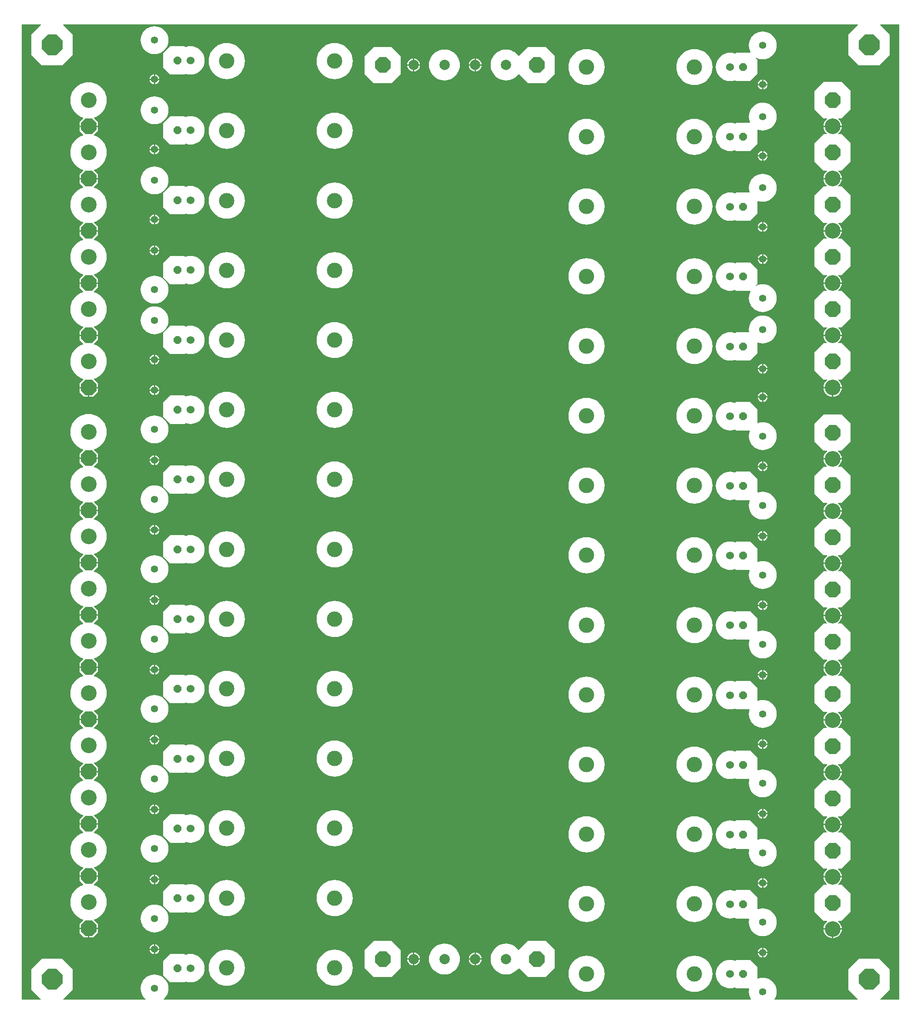
<source format=gtl>
%FSLAX44Y44*%
%MOMM*%
G71*
G01*
G75*
G04 Layer_Physical_Order=1*
G04 Layer_Color=255*
%ADD10P,3.2472X8X22.5*%
%ADD11C,2.0000*%
%ADD12C,3.0480*%
%ADD13P,3.2992X8X112.5*%
%ADD14C,1.4000*%
%ADD15C,1.5240*%
%ADD16P,1.6496X8X202.5*%
%ADD17C,3.0000*%
%ADD18P,4.3296X8X202.5*%
G36*
X607351Y345223D02*
X643916D01*
X644402Y346396D01*
X625988Y364810D01*
Y404810D01*
X645988Y424810D01*
X685988D01*
X705988Y404810D01*
Y364810D01*
X687574Y346396D01*
X688060Y345223D01*
X847502D01*
X847942Y346414D01*
X846227Y347879D01*
X843467Y351111D01*
X841246Y354734D01*
X839620Y358661D01*
X838628Y362793D01*
X838295Y367030D01*
X838628Y371267D01*
X839620Y375399D01*
X841246Y379326D01*
X843467Y382949D01*
X846227Y386181D01*
X849459Y388941D01*
X853082Y391162D01*
X857009Y392788D01*
X861141Y393780D01*
X865378Y394114D01*
X869615Y393780D01*
X873747Y392788D01*
X877674Y391162D01*
X881297Y388941D01*
X884529Y386181D01*
X887289Y382949D01*
X889510Y379326D01*
X891136Y375399D01*
X892128Y371267D01*
X892461Y367030D01*
X892128Y362793D01*
X891136Y358661D01*
X889510Y354734D01*
X887289Y351111D01*
X884529Y347879D01*
X882814Y346414D01*
X883254Y345223D01*
X2025524D01*
X2026145Y346331D01*
X2024886Y348384D01*
X2023260Y352311D01*
X2022268Y356443D01*
X2021935Y360680D01*
X2022268Y364917D01*
X2022613Y366353D01*
X2021826Y367350D01*
X1997108D01*
X1995323Y369136D01*
X1994079Y368621D01*
X1989852Y367606D01*
X1985518Y367265D01*
X1981184Y367606D01*
X1976956Y368621D01*
X1972940Y370284D01*
X1969233Y372556D01*
X1965927Y375379D01*
X1963104Y378685D01*
X1960832Y382392D01*
X1959169Y386409D01*
X1958154Y390636D01*
X1957813Y394970D01*
X1958154Y399304D01*
X1959169Y403531D01*
X1960832Y407548D01*
X1963104Y411255D01*
X1965927Y414561D01*
X1969233Y417384D01*
X1972940Y419656D01*
X1976956Y421319D01*
X1981184Y422334D01*
X1985518Y422675D01*
X1989852Y422334D01*
X1994079Y421319D01*
X1995323Y420804D01*
X1997108Y422590D01*
X2024728D01*
X2038538Y408780D01*
Y386707D01*
X2039594Y386001D01*
X2040649Y386438D01*
X2044781Y387430D01*
X2049018Y387763D01*
X2053255Y387430D01*
X2057387Y386438D01*
X2061314Y384812D01*
X2064937Y382591D01*
X2068169Y379831D01*
X2070929Y376599D01*
X2073150Y372976D01*
X2074776Y369049D01*
X2075768Y364917D01*
X2076102Y360680D01*
X2075768Y356443D01*
X2074776Y352311D01*
X2073150Y348384D01*
X2071891Y346331D01*
X2072512Y345223D01*
X2233956D01*
X2234442Y346396D01*
X2216028Y364810D01*
Y404810D01*
X2236028Y424810D01*
X2276028D01*
X2296028Y404810D01*
Y364810D01*
X2277614Y346396D01*
X2278100Y345223D01*
X2314665D01*
Y2241767D01*
X2278100D01*
X2277614Y2240594D01*
X2296028Y2222180D01*
Y2182180D01*
X2276028Y2162180D01*
X2236028D01*
X2216028Y2182180D01*
Y2222180D01*
X2234442Y2240594D01*
X2233956Y2241767D01*
X688060D01*
X687574Y2240594D01*
X705988Y2222180D01*
Y2182180D01*
X685988Y2162180D01*
X645988D01*
X625988Y2182180D01*
Y2222180D01*
X644402Y2240594D01*
X643916Y2241767D01*
X607351D01*
Y345223D01*
D02*
G37*
%LPC*%
G36*
X2050288Y975783D02*
X2058473D01*
X2058312Y974563D01*
X2057351Y972242D01*
X2055822Y970249D01*
X2053829Y968720D01*
X2051508Y967759D01*
X2050288Y967598D01*
Y975783D01*
D02*
G37*
G36*
X866648Y985520D02*
X874833D01*
X874672Y984300D01*
X873711Y981979D01*
X872182Y979986D01*
X870189Y978457D01*
X867868Y977496D01*
X866648Y977335D01*
Y985520D01*
D02*
G37*
G36*
X2039563Y975783D02*
X2047748D01*
Y967598D01*
X2046528Y967759D01*
X2044207Y968720D01*
X2042214Y970249D01*
X2040685Y972242D01*
X2039724Y974563D01*
X2039563Y975783D01*
D02*
G37*
G36*
X1985518Y965106D02*
X1989852Y964765D01*
X1994079Y963750D01*
X1995323Y963235D01*
X1997108Y965021D01*
X2024728D01*
X2038538Y951211D01*
Y926880D01*
X2039594Y926174D01*
X2040649Y926611D01*
X2044781Y927603D01*
X2049018Y927937D01*
X2053255Y927603D01*
X2057387Y926611D01*
X2061314Y924985D01*
X2064937Y922764D01*
X2068169Y920004D01*
X2070929Y916773D01*
X2073150Y913149D01*
X2074776Y909222D01*
X2075768Y905090D01*
X2076102Y900853D01*
X2075768Y896617D01*
X2074776Y892484D01*
X2073150Y888558D01*
X2070929Y884934D01*
X2068169Y881702D01*
X2064937Y878942D01*
X2061314Y876722D01*
X2057387Y875095D01*
X2053255Y874103D01*
X2049018Y873770D01*
X2044781Y874103D01*
X2040649Y875095D01*
X2036722Y876722D01*
X2033099Y878942D01*
X2029867Y881702D01*
X2027107Y884934D01*
X2024886Y888558D01*
X2023260Y892484D01*
X2022268Y896617D01*
X2021935Y900853D01*
X2022268Y905090D01*
X2023155Y908784D01*
X2022368Y909781D01*
X1997108D01*
X1995323Y911566D01*
X1994079Y911052D01*
X1989852Y910037D01*
X1985518Y909696D01*
X1981184Y910037D01*
X1976956Y911052D01*
X1972940Y912715D01*
X1969233Y914987D01*
X1965927Y917810D01*
X1963104Y921116D01*
X1960832Y924823D01*
X1959169Y928840D01*
X1958154Y933067D01*
X1957813Y937401D01*
X1958154Y941735D01*
X1959169Y945963D01*
X1960832Y949979D01*
X1963104Y953686D01*
X1965927Y956992D01*
X1969233Y959815D01*
X1972940Y962087D01*
X1976956Y963750D01*
X1981184Y964765D01*
X1985518Y965106D01*
D02*
G37*
G36*
X1215898Y984816D02*
X1221390Y984384D01*
X1226747Y983098D01*
X1231837Y980990D01*
X1236534Y978111D01*
X1240723Y974533D01*
X1244301Y970344D01*
X1247180Y965647D01*
X1249288Y960557D01*
X1250574Y955200D01*
X1251006Y949708D01*
X1250574Y944216D01*
X1249288Y938859D01*
X1247180Y933769D01*
X1244301Y929072D01*
X1240723Y924883D01*
X1236534Y921305D01*
X1231837Y918426D01*
X1226747Y916318D01*
X1221390Y915032D01*
X1215898Y914600D01*
X1210406Y915032D01*
X1205049Y916318D01*
X1199959Y918426D01*
X1195262Y921305D01*
X1191073Y924883D01*
X1187495Y929072D01*
X1184616Y933769D01*
X1182508Y938859D01*
X1181222Y944216D01*
X1180790Y949708D01*
X1181222Y955200D01*
X1182508Y960557D01*
X1184616Y965647D01*
X1187495Y970344D01*
X1191073Y974533D01*
X1195262Y978111D01*
X1199959Y980990D01*
X1205049Y983098D01*
X1210406Y984384D01*
X1215898Y984816D01*
D02*
G37*
G36*
X1706118Y973134D02*
X1711610Y972702D01*
X1716967Y971416D01*
X1722057Y969307D01*
X1726754Y966429D01*
X1730943Y962851D01*
X1734521Y958662D01*
X1737400Y953964D01*
X1739508Y948875D01*
X1740794Y943518D01*
X1741226Y938026D01*
X1740794Y932533D01*
X1739508Y927177D01*
X1737400Y922087D01*
X1734521Y917390D01*
X1730943Y913200D01*
X1726754Y909622D01*
X1722057Y906744D01*
X1716967Y904636D01*
X1711610Y903350D01*
X1706118Y902917D01*
X1700626Y903350D01*
X1695269Y904636D01*
X1690179Y906744D01*
X1685482Y909622D01*
X1681293Y913200D01*
X1677715Y917390D01*
X1674836Y922087D01*
X1672728Y927177D01*
X1671442Y932533D01*
X1671010Y938026D01*
X1671442Y943518D01*
X1672728Y948875D01*
X1674836Y953964D01*
X1677715Y958662D01*
X1681293Y962851D01*
X1685482Y966429D01*
X1690179Y969307D01*
X1695269Y971416D01*
X1700626Y972702D01*
X1706118Y973134D01*
D02*
G37*
G36*
X935228Y977101D02*
X939562Y976760D01*
X943790Y975745D01*
X947806Y974081D01*
X951513Y971810D01*
X954819Y968986D01*
X957642Y965680D01*
X959914Y961973D01*
X961577Y957957D01*
X962592Y953730D01*
X962933Y949396D01*
X962592Y945061D01*
X961577Y940834D01*
X959914Y936817D01*
X957642Y933111D01*
X954819Y929805D01*
X951513Y926981D01*
X947806Y924710D01*
X943790Y923046D01*
X939562Y922031D01*
X935228Y921690D01*
X930894Y922031D01*
X926666Y923046D01*
X925424Y923561D01*
X923638Y921776D01*
X896018D01*
X882208Y935585D01*
Y963205D01*
X896018Y977016D01*
X923638D01*
X925424Y975230D01*
X926666Y975745D01*
X930894Y976760D01*
X935228Y977101D01*
D02*
G37*
G36*
X1005898Y984816D02*
X1011390Y984384D01*
X1016747Y983098D01*
X1021837Y980990D01*
X1026534Y978111D01*
X1030723Y974533D01*
X1034301Y970344D01*
X1037180Y965647D01*
X1039288Y960557D01*
X1040574Y955200D01*
X1041006Y949708D01*
X1040574Y944216D01*
X1039288Y938859D01*
X1037180Y933769D01*
X1034301Y929072D01*
X1030723Y924883D01*
X1026534Y921305D01*
X1021837Y918426D01*
X1016747Y916318D01*
X1011390Y915032D01*
X1005898Y914600D01*
X1000406Y915032D01*
X995049Y916318D01*
X989959Y918426D01*
X985262Y921305D01*
X981073Y924883D01*
X977495Y929072D01*
X974616Y933769D01*
X972508Y938859D01*
X971222Y944216D01*
X970790Y949708D01*
X971222Y955200D01*
X972508Y960557D01*
X974616Y965647D01*
X977495Y970344D01*
X981073Y974533D01*
X985262Y978111D01*
X989959Y980990D01*
X995049Y983098D01*
X1000406Y984384D01*
X1005898Y984816D01*
D02*
G37*
G36*
X2167294Y1091057D02*
X2202776D01*
X2202558Y1088841D01*
X2201541Y1085490D01*
X2199890Y1082401D01*
X2197668Y1079694D01*
X2195559Y1077963D01*
X2195987Y1076767D01*
X2202655D01*
X2220275Y1059147D01*
Y1023907D01*
X2202655Y1006287D01*
X2195987D01*
X2195559Y1005091D01*
X2197668Y1003360D01*
X2199890Y1000653D01*
X2201541Y997564D01*
X2202558Y994212D01*
X2202776Y991997D01*
X2167294D01*
X2167512Y994212D01*
X2168529Y997564D01*
X2170180Y1000653D01*
X2172402Y1003360D01*
X2174511Y1005091D01*
X2174083Y1006287D01*
X2167415D01*
X2149795Y1023907D01*
Y1059147D01*
X2167415Y1076767D01*
X2174083D01*
X2174511Y1077963D01*
X2172402Y1079694D01*
X2170180Y1082401D01*
X2168529Y1085490D01*
X2167512Y1088841D01*
X2167294Y1091057D01*
D02*
G37*
G36*
X864108Y996245D02*
Y988060D01*
X855923D01*
X856084Y989280D01*
X857045Y991601D01*
X858574Y993594D01*
X860567Y995123D01*
X862888Y996084D01*
X864108Y996245D01*
D02*
G37*
G36*
X865378Y1073564D02*
X869615Y1073230D01*
X873747Y1072238D01*
X877674Y1070612D01*
X881297Y1068391D01*
X884529Y1065631D01*
X887289Y1062399D01*
X889510Y1058776D01*
X891136Y1054849D01*
X892128Y1050717D01*
X892461Y1046480D01*
X892128Y1042243D01*
X891136Y1038111D01*
X889510Y1034184D01*
X887289Y1030561D01*
X884529Y1027329D01*
X881297Y1024569D01*
X877674Y1022348D01*
X873747Y1020722D01*
X869615Y1019730D01*
X865378Y1019397D01*
X861141Y1019730D01*
X857009Y1020722D01*
X853082Y1022348D01*
X849459Y1024569D01*
X846227Y1027329D01*
X843467Y1030561D01*
X841246Y1034184D01*
X839620Y1038111D01*
X838628Y1042243D01*
X838295Y1046480D01*
X838628Y1050717D01*
X839620Y1054849D01*
X841246Y1058776D01*
X843467Y1062399D01*
X846227Y1065631D01*
X849459Y1068391D01*
X853082Y1070612D01*
X857009Y1072238D01*
X861141Y1073230D01*
X865378Y1073564D01*
D02*
G37*
G36*
X719201Y1092073D02*
X754761D01*
Y1084453D01*
X747698Y1077390D01*
X747946Y1076145D01*
X753029Y1074039D01*
X757759Y1071141D01*
X761976Y1067539D01*
X765579Y1063321D01*
X768477Y1058591D01*
X770600Y1053466D01*
X771895Y1048073D01*
X772330Y1042543D01*
X771895Y1037013D01*
X770600Y1031620D01*
X768477Y1026495D01*
X765579Y1021765D01*
X761976Y1017548D01*
X757759Y1013945D01*
X753029Y1011047D01*
X747946Y1008941D01*
X747698Y1007696D01*
X754761Y1000633D01*
Y993013D01*
X719201D01*
Y1000633D01*
X726264Y1007696D01*
X726016Y1008941D01*
X720933Y1011047D01*
X716203Y1013945D01*
X711985Y1017548D01*
X708383Y1021765D01*
X705485Y1026495D01*
X703362Y1031620D01*
X702067Y1037013D01*
X701632Y1042543D01*
X702067Y1048073D01*
X703362Y1053466D01*
X705485Y1058591D01*
X708383Y1063321D01*
X711985Y1067539D01*
X716203Y1071141D01*
X720933Y1074039D01*
X726016Y1076145D01*
X726264Y1077390D01*
X719201Y1084453D01*
Y1092073D01*
D02*
G37*
G36*
X2050288Y986508D02*
X2051508Y986348D01*
X2053829Y985386D01*
X2055822Y983857D01*
X2057351Y981864D01*
X2058312Y979544D01*
X2058473Y978323D01*
X2050288D01*
Y986508D01*
D02*
G37*
G36*
X855923Y985520D02*
X864108D01*
Y977335D01*
X862888Y977496D01*
X860567Y978457D01*
X858574Y979986D01*
X857045Y981979D01*
X856084Y984300D01*
X855923Y985520D01*
D02*
G37*
G36*
X866648Y996245D02*
X867868Y996084D01*
X870189Y995123D01*
X872182Y993594D01*
X873711Y991601D01*
X874672Y989280D01*
X874833Y988060D01*
X866648D01*
Y996245D01*
D02*
G37*
G36*
X2047748Y986508D02*
Y978323D01*
X2039563D01*
X2039724Y979544D01*
X2040685Y981864D01*
X2042214Y983857D01*
X2044207Y985386D01*
X2046528Y986348D01*
X2047748Y986508D01*
D02*
G37*
G36*
X1916118Y973134D02*
X1921610Y972702D01*
X1926967Y971416D01*
X1932057Y969307D01*
X1936754Y966429D01*
X1940943Y962851D01*
X1944521Y958662D01*
X1947400Y953964D01*
X1949508Y948875D01*
X1950794Y943518D01*
X1951226Y938026D01*
X1950794Y932533D01*
X1949508Y927177D01*
X1947400Y922087D01*
X1944521Y917390D01*
X1940943Y913200D01*
X1936754Y909622D01*
X1932057Y906744D01*
X1926967Y904636D01*
X1921610Y903350D01*
X1916118Y902917D01*
X1910626Y903350D01*
X1905269Y904636D01*
X1900179Y906744D01*
X1895482Y909622D01*
X1891293Y913200D01*
X1887715Y917390D01*
X1884836Y922087D01*
X1882728Y927177D01*
X1881442Y932533D01*
X1881010Y938026D01*
X1881442Y943518D01*
X1882728Y948875D01*
X1884836Y953964D01*
X1887715Y958662D01*
X1891293Y962851D01*
X1895482Y966429D01*
X1900179Y969307D01*
X1905269Y971416D01*
X1910626Y972702D01*
X1916118Y973134D01*
D02*
G37*
G36*
X2050288Y840740D02*
X2058473D01*
X2058312Y839520D01*
X2057351Y837199D01*
X2055822Y835206D01*
X2053829Y833677D01*
X2051508Y832716D01*
X2050288Y832555D01*
Y840740D01*
D02*
G37*
G36*
X1985518Y829499D02*
X1989852Y829158D01*
X1994079Y828143D01*
X1995323Y827628D01*
X1997108Y829413D01*
X2024728D01*
X2038538Y815603D01*
Y791837D01*
X2039594Y791131D01*
X2040649Y791568D01*
X2044781Y792560D01*
X2049018Y792893D01*
X2053255Y792560D01*
X2057387Y791568D01*
X2061314Y789941D01*
X2064937Y787721D01*
X2068169Y784961D01*
X2070929Y781729D01*
X2073150Y778106D01*
X2074776Y774179D01*
X2075768Y770047D01*
X2076102Y765810D01*
X2075768Y761573D01*
X2074776Y757441D01*
X2073150Y753514D01*
X2070929Y749891D01*
X2068169Y746659D01*
X2064937Y743899D01*
X2061314Y741678D01*
X2057387Y740052D01*
X2053255Y739060D01*
X2049018Y738727D01*
X2044781Y739060D01*
X2040649Y740052D01*
X2036722Y741678D01*
X2033099Y743899D01*
X2029867Y746659D01*
X2027107Y749891D01*
X2024886Y753514D01*
X2023260Y757441D01*
X2022268Y761573D01*
X2021935Y765810D01*
X2022268Y770047D01*
X2023019Y773176D01*
X2022233Y774173D01*
X1997108D01*
X1995323Y775959D01*
X1994079Y775444D01*
X1989852Y774429D01*
X1985518Y774088D01*
X1981184Y774429D01*
X1976956Y775444D01*
X1972940Y777108D01*
X1969233Y779379D01*
X1965927Y782203D01*
X1963104Y785508D01*
X1960832Y789215D01*
X1959169Y793232D01*
X1958154Y797459D01*
X1957813Y801793D01*
X1958154Y806127D01*
X1959169Y810355D01*
X1960832Y814371D01*
X1963104Y818078D01*
X1965927Y821384D01*
X1969233Y824207D01*
X1972940Y826479D01*
X1976956Y828143D01*
X1981184Y829158D01*
X1985518Y829499D01*
D02*
G37*
G36*
X866648Y849630D02*
X874833D01*
X874672Y848410D01*
X873711Y846089D01*
X872182Y844096D01*
X870189Y842567D01*
X867868Y841606D01*
X866648Y841445D01*
Y849630D01*
D02*
G37*
G36*
X2039563Y840740D02*
X2047748D01*
Y832555D01*
X2046528Y832716D01*
X2044207Y833677D01*
X2042214Y835206D01*
X2040685Y837199D01*
X2039724Y839520D01*
X2039563Y840740D01*
D02*
G37*
G36*
X935228Y841352D02*
X939562Y841011D01*
X943790Y839996D01*
X947806Y838332D01*
X951513Y836061D01*
X954819Y833237D01*
X957642Y829931D01*
X959914Y826225D01*
X961577Y822208D01*
X962592Y817981D01*
X962933Y813647D01*
X962592Y809313D01*
X961577Y805085D01*
X959914Y801069D01*
X957642Y797362D01*
X954819Y794056D01*
X951513Y791233D01*
X947806Y788961D01*
X943790Y787297D01*
X939562Y786282D01*
X935228Y785941D01*
X930894Y786282D01*
X926666Y787297D01*
X925424Y787812D01*
X923638Y786027D01*
X896018D01*
X882208Y799837D01*
Y827457D01*
X896018Y841267D01*
X923638D01*
X925424Y839481D01*
X926666Y839996D01*
X930894Y841011D01*
X935228Y841352D01*
D02*
G37*
G36*
X1005898Y849178D02*
X1011390Y848746D01*
X1016747Y847460D01*
X1021837Y845352D01*
X1026534Y842473D01*
X1030723Y838895D01*
X1034301Y834706D01*
X1037180Y830009D01*
X1039288Y824919D01*
X1040574Y819562D01*
X1041006Y814070D01*
X1040574Y808578D01*
X1039288Y803221D01*
X1037180Y798131D01*
X1034301Y793434D01*
X1030723Y789245D01*
X1026534Y785667D01*
X1021837Y782788D01*
X1016747Y780680D01*
X1011390Y779394D01*
X1005898Y778962D01*
X1000406Y779394D01*
X995049Y780680D01*
X989959Y782788D01*
X985262Y785667D01*
X981073Y789245D01*
X977495Y793434D01*
X974616Y798131D01*
X972508Y803221D01*
X971222Y808578D01*
X970790Y814070D01*
X971222Y819562D01*
X972508Y824919D01*
X974616Y830009D01*
X977495Y834706D01*
X981073Y838895D01*
X985262Y842473D01*
X989959Y845352D01*
X995049Y847460D01*
X1000406Y848746D01*
X1005898Y849178D01*
D02*
G37*
G36*
X719201Y888873D02*
X754761D01*
Y881253D01*
X747698Y874190D01*
X747946Y872945D01*
X753029Y870839D01*
X757759Y867941D01*
X761976Y864339D01*
X765579Y860121D01*
X768477Y855391D01*
X770600Y850266D01*
X771895Y844873D01*
X772330Y839343D01*
X771895Y833813D01*
X770600Y828420D01*
X768477Y823295D01*
X765579Y818565D01*
X761976Y814348D01*
X757759Y810745D01*
X753029Y807847D01*
X747946Y805741D01*
X747698Y804496D01*
X754761Y797433D01*
Y789813D01*
X719201D01*
Y797433D01*
X726264Y804496D01*
X726016Y805741D01*
X720933Y807847D01*
X716203Y810745D01*
X711985Y814348D01*
X708383Y818565D01*
X705485Y823295D01*
X703362Y828420D01*
X702067Y833813D01*
X701632Y839343D01*
X702067Y844873D01*
X703362Y850266D01*
X705485Y855391D01*
X708383Y860121D01*
X711985Y864339D01*
X716203Y867941D01*
X720933Y870839D01*
X726016Y872945D01*
X726264Y874190D01*
X719201Y881253D01*
Y888873D01*
D02*
G37*
G36*
X2167294Y887857D02*
X2202776D01*
X2202558Y885641D01*
X2201541Y882290D01*
X2199890Y879201D01*
X2197668Y876494D01*
X2195559Y874763D01*
X2195987Y873567D01*
X2202655D01*
X2220275Y855947D01*
Y820707D01*
X2202655Y803087D01*
X2195987D01*
X2195559Y801891D01*
X2197668Y800160D01*
X2199890Y797453D01*
X2201541Y794364D01*
X2202558Y791012D01*
X2202776Y788797D01*
X2167294D01*
X2167512Y791012D01*
X2168529Y794364D01*
X2170180Y797453D01*
X2172402Y800160D01*
X2174511Y801891D01*
X2174083Y803087D01*
X2167415D01*
X2149795Y820707D01*
Y855947D01*
X2167415Y873567D01*
X2174083D01*
X2174511Y874763D01*
X2172402Y876494D01*
X2170180Y879201D01*
X2168529Y882290D01*
X2167512Y885641D01*
X2167294Y887857D01*
D02*
G37*
G36*
X865378Y937673D02*
X869615Y937340D01*
X873747Y936348D01*
X877674Y934722D01*
X881297Y932501D01*
X884529Y929741D01*
X887289Y926509D01*
X889510Y922886D01*
X891136Y918959D01*
X892128Y914827D01*
X892461Y910590D01*
X892128Y906353D01*
X891136Y902221D01*
X889510Y898294D01*
X887289Y894671D01*
X884529Y891439D01*
X881297Y888679D01*
X877674Y886458D01*
X873747Y884832D01*
X869615Y883840D01*
X865378Y883506D01*
X861141Y883840D01*
X857009Y884832D01*
X853082Y886458D01*
X849459Y888679D01*
X846227Y891439D01*
X843467Y894671D01*
X841246Y898294D01*
X839620Y902221D01*
X838628Y906353D01*
X838295Y910590D01*
X838628Y914827D01*
X839620Y918959D01*
X841246Y922886D01*
X843467Y926509D01*
X846227Y929741D01*
X849459Y932501D01*
X853082Y934722D01*
X857009Y936348D01*
X861141Y937340D01*
X865378Y937673D01*
D02*
G37*
G36*
X864108Y860355D02*
Y852170D01*
X855923D01*
X856084Y853390D01*
X857045Y855711D01*
X858574Y857704D01*
X860567Y859233D01*
X862888Y860194D01*
X864108Y860355D01*
D02*
G37*
G36*
X719201Y990473D02*
X754761D01*
Y982853D01*
X747698Y975790D01*
X747946Y974545D01*
X753029Y972439D01*
X757759Y969541D01*
X761976Y965938D01*
X765579Y961721D01*
X768477Y956991D01*
X770600Y951866D01*
X771895Y946473D01*
X772330Y940943D01*
X771895Y935413D01*
X770600Y930020D01*
X768477Y924895D01*
X765579Y920165D01*
X761976Y915947D01*
X757759Y912345D01*
X753029Y909447D01*
X747946Y907341D01*
X747698Y906096D01*
X754761Y899033D01*
Y891413D01*
X719201D01*
Y899033D01*
X726264Y906096D01*
X726016Y907341D01*
X720933Y909447D01*
X716203Y912345D01*
X711985Y915947D01*
X708383Y920165D01*
X705485Y924895D01*
X703362Y930020D01*
X702067Y935413D01*
X701632Y940943D01*
X702067Y946473D01*
X703362Y951866D01*
X705485Y956991D01*
X708383Y961721D01*
X711985Y965938D01*
X716203Y969541D01*
X720933Y972439D01*
X726016Y974545D01*
X726264Y975790D01*
X719201Y982853D01*
Y990473D01*
D02*
G37*
G36*
X2167294Y989457D02*
X2202776D01*
X2202558Y987242D01*
X2201541Y983890D01*
X2199890Y980801D01*
X2197668Y978094D01*
X2195559Y976363D01*
X2195987Y975167D01*
X2202655D01*
X2220275Y957547D01*
Y922307D01*
X2202655Y904687D01*
X2195987D01*
X2195559Y903491D01*
X2197668Y901760D01*
X2199890Y899053D01*
X2201541Y895964D01*
X2202558Y892613D01*
X2202776Y890397D01*
X2167294D01*
X2167512Y892613D01*
X2168529Y895964D01*
X2170180Y899053D01*
X2172402Y901760D01*
X2174511Y903491D01*
X2174083Y904687D01*
X2167415D01*
X2149795Y922307D01*
Y957547D01*
X2167415Y975167D01*
X2174083D01*
X2174511Y976363D01*
X2172402Y978094D01*
X2170180Y980801D01*
X2168529Y983890D01*
X2167512Y987242D01*
X2167294Y989457D01*
D02*
G37*
G36*
X2050288Y851465D02*
X2051508Y851304D01*
X2053829Y850343D01*
X2055822Y848814D01*
X2057351Y846821D01*
X2058312Y844500D01*
X2058473Y843280D01*
X2050288D01*
Y851465D01*
D02*
G37*
G36*
X855923Y849630D02*
X864108D01*
Y841445D01*
X862888Y841606D01*
X860567Y842567D01*
X858574Y844096D01*
X857045Y846089D01*
X856084Y848410D01*
X855923Y849630D01*
D02*
G37*
G36*
X866648Y860355D02*
X867868Y860194D01*
X870189Y859233D01*
X872182Y857704D01*
X873711Y855711D01*
X874672Y853390D01*
X874833Y852170D01*
X866648D01*
Y860355D01*
D02*
G37*
G36*
X2047748Y851465D02*
Y843280D01*
X2039563D01*
X2039724Y844500D01*
X2040685Y846821D01*
X2042214Y848814D01*
X2044207Y850343D01*
X2046528Y851304D01*
X2047748Y851465D01*
D02*
G37*
G36*
X1916118Y1108772D02*
X1921610Y1108339D01*
X1926967Y1107053D01*
X1932057Y1104945D01*
X1936754Y1102067D01*
X1940943Y1098489D01*
X1944521Y1094300D01*
X1947400Y1089602D01*
X1949508Y1084512D01*
X1950794Y1079156D01*
X1951226Y1073663D01*
X1950794Y1068171D01*
X1949508Y1062814D01*
X1947400Y1057725D01*
X1944521Y1053027D01*
X1940943Y1048838D01*
X1936754Y1045260D01*
X1932057Y1042382D01*
X1926967Y1040274D01*
X1921610Y1038988D01*
X1916118Y1038555D01*
X1910626Y1038988D01*
X1905269Y1040274D01*
X1900179Y1042382D01*
X1895482Y1045260D01*
X1891293Y1048838D01*
X1887715Y1053027D01*
X1884836Y1057725D01*
X1882728Y1062814D01*
X1881442Y1068171D01*
X1881010Y1073663D01*
X1881442Y1079156D01*
X1882728Y1084512D01*
X1884836Y1089602D01*
X1887715Y1094300D01*
X1891293Y1098489D01*
X1895482Y1102067D01*
X1900179Y1104945D01*
X1905269Y1107053D01*
X1910626Y1108339D01*
X1916118Y1108772D01*
D02*
G37*
G36*
X719201Y1295273D02*
X754761D01*
Y1287653D01*
X747698Y1280590D01*
X747946Y1279345D01*
X753029Y1277239D01*
X757759Y1274341D01*
X761976Y1270739D01*
X765579Y1266521D01*
X768477Y1261791D01*
X770600Y1256666D01*
X771895Y1251273D01*
X772330Y1245743D01*
X771895Y1240213D01*
X770600Y1234820D01*
X768477Y1229695D01*
X765579Y1224965D01*
X761976Y1220748D01*
X757759Y1217145D01*
X753029Y1214247D01*
X747946Y1212141D01*
X747698Y1210896D01*
X754761Y1203833D01*
Y1196213D01*
X719201D01*
Y1203833D01*
X726264Y1210896D01*
X726016Y1212141D01*
X720933Y1214247D01*
X716203Y1217145D01*
X711985Y1220748D01*
X708383Y1224965D01*
X705485Y1229695D01*
X703362Y1234820D01*
X702067Y1240213D01*
X701632Y1245743D01*
X702067Y1251273D01*
X703362Y1256666D01*
X705485Y1261791D01*
X708383Y1266521D01*
X711985Y1270739D01*
X716203Y1274341D01*
X720933Y1277239D01*
X726016Y1279345D01*
X726264Y1280590D01*
X719201Y1287653D01*
Y1295273D01*
D02*
G37*
G36*
X2167294Y1294257D02*
X2202776D01*
X2202558Y1292041D01*
X2201541Y1288690D01*
X2199890Y1285601D01*
X2197668Y1282894D01*
X2195559Y1281163D01*
X2195987Y1279967D01*
X2202655D01*
X2220275Y1262347D01*
Y1227107D01*
X2202655Y1209487D01*
X2195987D01*
X2195559Y1208291D01*
X2197668Y1206560D01*
X2199890Y1203853D01*
X2201541Y1200764D01*
X2202558Y1197412D01*
X2202776Y1195197D01*
X2167294D01*
X2167512Y1197412D01*
X2168529Y1200764D01*
X2170180Y1203853D01*
X2172402Y1206560D01*
X2174511Y1208291D01*
X2174083Y1209487D01*
X2167415D01*
X2149795Y1227107D01*
Y1262347D01*
X2167415Y1279967D01*
X2174083D01*
X2174511Y1281163D01*
X2172402Y1282894D01*
X2170180Y1285601D01*
X2168529Y1288690D01*
X2167512Y1292041D01*
X2167294Y1294257D01*
D02*
G37*
G36*
X2050288Y1245870D02*
X2058473D01*
X2058312Y1244650D01*
X2057351Y1242329D01*
X2055822Y1240336D01*
X2053829Y1238807D01*
X2051508Y1237846D01*
X2050288Y1237685D01*
Y1245870D01*
D02*
G37*
G36*
X1985518Y1236322D02*
X1989852Y1235981D01*
X1994079Y1234966D01*
X1995323Y1234451D01*
X1997108Y1236236D01*
X2024728D01*
X2038538Y1222427D01*
Y1196966D01*
X2039594Y1196261D01*
X2040649Y1196698D01*
X2044781Y1197690D01*
X2049018Y1198023D01*
X2053255Y1197690D01*
X2057387Y1196698D01*
X2061314Y1195071D01*
X2064937Y1192851D01*
X2068169Y1190091D01*
X2070929Y1186859D01*
X2073150Y1183236D01*
X2074776Y1179309D01*
X2075768Y1175177D01*
X2076102Y1170940D01*
X2075768Y1166703D01*
X2074776Y1162571D01*
X2073150Y1158644D01*
X2070929Y1155021D01*
X2068169Y1151789D01*
X2064937Y1149029D01*
X2061314Y1146808D01*
X2057387Y1145182D01*
X2053255Y1144190D01*
X2049018Y1143856D01*
X2044781Y1144190D01*
X2040649Y1145182D01*
X2036722Y1146808D01*
X2033099Y1149029D01*
X2029867Y1151789D01*
X2027107Y1155021D01*
X2024886Y1158644D01*
X2023260Y1162571D01*
X2022268Y1166703D01*
X2021935Y1170940D01*
X2022268Y1175177D01*
X2023260Y1179309D01*
X2023522Y1179940D01*
X2022816Y1180996D01*
X1997108D01*
X1995323Y1182782D01*
X1994079Y1182267D01*
X1989852Y1181252D01*
X1985518Y1180911D01*
X1981184Y1181252D01*
X1976956Y1182267D01*
X1972940Y1183931D01*
X1969233Y1186202D01*
X1965927Y1189026D01*
X1963104Y1192332D01*
X1960832Y1196039D01*
X1959169Y1200055D01*
X1958154Y1204283D01*
X1957813Y1208616D01*
X1958154Y1212951D01*
X1959169Y1217178D01*
X1960832Y1221195D01*
X1963104Y1224901D01*
X1965927Y1228207D01*
X1969233Y1231031D01*
X1972940Y1233302D01*
X1976956Y1234966D01*
X1981184Y1235981D01*
X1985518Y1236322D01*
D02*
G37*
G36*
X1215898Y1256092D02*
X1221390Y1255659D01*
X1226747Y1254373D01*
X1231837Y1252265D01*
X1236534Y1249387D01*
X1240723Y1245809D01*
X1244301Y1241620D01*
X1247180Y1236922D01*
X1249288Y1231833D01*
X1250574Y1226476D01*
X1251006Y1220984D01*
X1250574Y1215491D01*
X1249288Y1210134D01*
X1247180Y1205045D01*
X1244301Y1200347D01*
X1240723Y1196158D01*
X1236534Y1192580D01*
X1231837Y1189702D01*
X1226747Y1187594D01*
X1221390Y1186308D01*
X1215898Y1185875D01*
X1210406Y1186308D01*
X1205049Y1187594D01*
X1199959Y1189702D01*
X1195262Y1192580D01*
X1191073Y1196158D01*
X1187495Y1200347D01*
X1184616Y1205045D01*
X1182508Y1210134D01*
X1181222Y1215491D01*
X1180790Y1220984D01*
X1181222Y1226476D01*
X1182508Y1231833D01*
X1184616Y1236922D01*
X1187495Y1241620D01*
X1191073Y1245809D01*
X1195262Y1249387D01*
X1199959Y1252265D01*
X1205049Y1254373D01*
X1210406Y1255659D01*
X1215898Y1256092D01*
D02*
G37*
G36*
X1706118Y1244410D02*
X1711610Y1243977D01*
X1716967Y1242691D01*
X1722057Y1240583D01*
X1726754Y1237704D01*
X1730943Y1234127D01*
X1734521Y1229937D01*
X1737400Y1225240D01*
X1739508Y1220150D01*
X1740794Y1214793D01*
X1741226Y1209301D01*
X1740794Y1203809D01*
X1739508Y1198452D01*
X1737400Y1193363D01*
X1734521Y1188665D01*
X1730943Y1184476D01*
X1726754Y1180898D01*
X1722057Y1178020D01*
X1716967Y1175911D01*
X1711610Y1174625D01*
X1706118Y1174193D01*
X1700626Y1174625D01*
X1695269Y1175911D01*
X1690179Y1178020D01*
X1685482Y1180898D01*
X1681293Y1184476D01*
X1677715Y1188665D01*
X1674836Y1193363D01*
X1672728Y1198452D01*
X1671442Y1203809D01*
X1671010Y1209301D01*
X1671442Y1214793D01*
X1672728Y1220150D01*
X1674836Y1225240D01*
X1677715Y1229937D01*
X1681293Y1234127D01*
X1685482Y1237704D01*
X1690179Y1240583D01*
X1695269Y1242691D01*
X1700626Y1243977D01*
X1706118Y1244410D01*
D02*
G37*
G36*
X935228Y1248599D02*
X939562Y1248258D01*
X943790Y1247243D01*
X947806Y1245579D01*
X951513Y1243307D01*
X954819Y1240484D01*
X957642Y1237178D01*
X959914Y1233471D01*
X961577Y1229455D01*
X962592Y1225227D01*
X962933Y1220893D01*
X962592Y1216559D01*
X961577Y1212332D01*
X959914Y1208315D01*
X957642Y1204608D01*
X954819Y1201303D01*
X951513Y1198479D01*
X947806Y1196208D01*
X943790Y1194544D01*
X939562Y1193529D01*
X935228Y1193188D01*
X930894Y1193529D01*
X926666Y1194544D01*
X925424Y1195059D01*
X923638Y1193273D01*
X896018D01*
X882208Y1207083D01*
Y1234703D01*
X896018Y1248513D01*
X923638D01*
X925424Y1246728D01*
X926666Y1247243D01*
X930894Y1248258D01*
X935228Y1248599D01*
D02*
G37*
G36*
X1005898Y1256092D02*
X1011390Y1255659D01*
X1016747Y1254373D01*
X1021837Y1252265D01*
X1026534Y1249387D01*
X1030723Y1245809D01*
X1034301Y1241620D01*
X1037180Y1236922D01*
X1039288Y1231833D01*
X1040574Y1226476D01*
X1041006Y1220984D01*
X1040574Y1215491D01*
X1039288Y1210134D01*
X1037180Y1205045D01*
X1034301Y1200347D01*
X1030723Y1196158D01*
X1026534Y1192580D01*
X1021837Y1189702D01*
X1016747Y1187594D01*
X1011390Y1186308D01*
X1005898Y1185875D01*
X1000406Y1186308D01*
X995049Y1187594D01*
X989959Y1189702D01*
X985262Y1192580D01*
X981073Y1196158D01*
X977495Y1200347D01*
X974616Y1205045D01*
X972508Y1210134D01*
X971222Y1215491D01*
X970790Y1220984D01*
X971222Y1226476D01*
X972508Y1231833D01*
X974616Y1236922D01*
X977495Y1241620D01*
X981073Y1245809D01*
X985262Y1249387D01*
X989959Y1252265D01*
X995049Y1254373D01*
X1000406Y1255659D01*
X1005898Y1256092D01*
D02*
G37*
G36*
X866648Y1268025D02*
X867868Y1267864D01*
X870189Y1266903D01*
X872182Y1265374D01*
X873711Y1263381D01*
X874672Y1261060D01*
X874833Y1259840D01*
X866648D01*
Y1268025D01*
D02*
G37*
G36*
X855923Y1257300D02*
X864108D01*
Y1249115D01*
X862888Y1249276D01*
X860567Y1250237D01*
X858574Y1251766D01*
X857045Y1253759D01*
X856084Y1256080D01*
X855923Y1257300D01*
D02*
G37*
G36*
X865378Y1345343D02*
X869615Y1345010D01*
X873747Y1344018D01*
X877674Y1342392D01*
X881297Y1340171D01*
X884529Y1337411D01*
X887289Y1334179D01*
X889510Y1330556D01*
X891136Y1326629D01*
X892128Y1322497D01*
X892461Y1318260D01*
X892128Y1314023D01*
X891136Y1309891D01*
X889510Y1305964D01*
X887289Y1302341D01*
X884529Y1299109D01*
X881297Y1296349D01*
X877674Y1294128D01*
X873747Y1292502D01*
X869615Y1291510D01*
X865378Y1291176D01*
X861141Y1291510D01*
X857009Y1292502D01*
X853082Y1294128D01*
X849459Y1296349D01*
X846227Y1299109D01*
X843467Y1302341D01*
X841246Y1305964D01*
X839620Y1309891D01*
X838628Y1314023D01*
X838295Y1318260D01*
X838628Y1322497D01*
X839620Y1326629D01*
X841246Y1330556D01*
X843467Y1334179D01*
X846227Y1337411D01*
X849459Y1340171D01*
X853082Y1342392D01*
X857009Y1344018D01*
X861141Y1345010D01*
X865378Y1345343D01*
D02*
G37*
G36*
X864108Y1268025D02*
Y1259840D01*
X855923D01*
X856084Y1261060D01*
X857045Y1263381D01*
X858574Y1265374D01*
X860567Y1266903D01*
X862888Y1267864D01*
X864108Y1268025D01*
D02*
G37*
G36*
X2050288Y1256595D02*
X2051508Y1256434D01*
X2053829Y1255473D01*
X2055822Y1253944D01*
X2057351Y1251951D01*
X2058312Y1249630D01*
X2058473Y1248410D01*
X2050288D01*
Y1256595D01*
D02*
G37*
G36*
X2039563Y1245870D02*
X2047748D01*
Y1237685D01*
X2046528Y1237846D01*
X2044207Y1238807D01*
X2042214Y1240336D01*
X2040685Y1242329D01*
X2039724Y1244650D01*
X2039563Y1245870D01*
D02*
G37*
G36*
X866648Y1257300D02*
X874833D01*
X874672Y1256080D01*
X873711Y1253759D01*
X872182Y1251766D01*
X870189Y1250237D01*
X867868Y1249276D01*
X866648Y1249115D01*
Y1257300D01*
D02*
G37*
G36*
X2047748Y1256595D02*
Y1248410D01*
X2039563D01*
X2039724Y1249630D01*
X2040685Y1251951D01*
X2042214Y1253944D01*
X2044207Y1255473D01*
X2046528Y1256434D01*
X2047748Y1256595D01*
D02*
G37*
G36*
X1916118Y1244410D02*
X1921610Y1243977D01*
X1926967Y1242691D01*
X1932057Y1240583D01*
X1936754Y1237704D01*
X1940943Y1234127D01*
X1944521Y1229937D01*
X1947400Y1225240D01*
X1949508Y1220150D01*
X1950794Y1214793D01*
X1951226Y1209301D01*
X1950794Y1203809D01*
X1949508Y1198452D01*
X1947400Y1193363D01*
X1944521Y1188665D01*
X1940943Y1184476D01*
X1936754Y1180898D01*
X1932057Y1178020D01*
X1926967Y1175911D01*
X1921610Y1174625D01*
X1916118Y1174193D01*
X1910626Y1174625D01*
X1905269Y1175911D01*
X1900179Y1178020D01*
X1895482Y1180898D01*
X1891293Y1184476D01*
X1887715Y1188665D01*
X1884836Y1193363D01*
X1882728Y1198452D01*
X1881442Y1203809D01*
X1881010Y1209301D01*
X1881442Y1214793D01*
X1882728Y1220150D01*
X1884836Y1225240D01*
X1887715Y1229937D01*
X1891293Y1234127D01*
X1895482Y1237704D01*
X1900179Y1240583D01*
X1905269Y1242691D01*
X1910626Y1243977D01*
X1916118Y1244410D01*
D02*
G37*
G36*
X719201Y1193673D02*
X754761D01*
Y1186053D01*
X747698Y1178990D01*
X747946Y1177745D01*
X753029Y1175639D01*
X757759Y1172741D01*
X761976Y1169138D01*
X765579Y1164921D01*
X768477Y1160191D01*
X770600Y1155066D01*
X771895Y1149673D01*
X772330Y1144143D01*
X771895Y1138613D01*
X770600Y1133220D01*
X768477Y1128095D01*
X765579Y1123365D01*
X761976Y1119147D01*
X757759Y1115545D01*
X753029Y1112647D01*
X747946Y1110541D01*
X747698Y1109296D01*
X754761Y1102233D01*
Y1094613D01*
X719201D01*
Y1102233D01*
X726264Y1109296D01*
X726016Y1110541D01*
X720933Y1112647D01*
X716203Y1115545D01*
X711985Y1119147D01*
X708383Y1123365D01*
X705485Y1128095D01*
X703362Y1133220D01*
X702067Y1138613D01*
X701632Y1144143D01*
X702067Y1149673D01*
X703362Y1155066D01*
X705485Y1160191D01*
X708383Y1164921D01*
X711985Y1169138D01*
X716203Y1172741D01*
X720933Y1175639D01*
X726016Y1177745D01*
X726264Y1178990D01*
X719201Y1186053D01*
Y1193673D01*
D02*
G37*
G36*
X2167294Y1192657D02*
X2202776D01*
X2202558Y1190442D01*
X2201541Y1187090D01*
X2199890Y1184001D01*
X2197668Y1181294D01*
X2195559Y1179563D01*
X2195987Y1178367D01*
X2202655D01*
X2220275Y1160747D01*
Y1125507D01*
X2202655Y1107887D01*
X2195987D01*
X2195559Y1106691D01*
X2197668Y1104960D01*
X2199890Y1102253D01*
X2201541Y1099164D01*
X2202558Y1095813D01*
X2202776Y1093597D01*
X2167294D01*
X2167512Y1095813D01*
X2168529Y1099164D01*
X2170180Y1102253D01*
X2172402Y1104960D01*
X2174511Y1106691D01*
X2174083Y1107887D01*
X2167415D01*
X2149795Y1125507D01*
Y1160747D01*
X2167415Y1178367D01*
X2174083D01*
X2174511Y1179563D01*
X2172402Y1181294D01*
X2170180Y1184001D01*
X2168529Y1187090D01*
X2167512Y1190442D01*
X2167294Y1192657D01*
D02*
G37*
G36*
X2050288Y1110827D02*
X2058473D01*
X2058312Y1109606D01*
X2057351Y1107285D01*
X2055822Y1105293D01*
X2053829Y1103763D01*
X2051508Y1102802D01*
X2050288Y1102642D01*
Y1110827D01*
D02*
G37*
G36*
X1985518Y1100714D02*
X1989852Y1100373D01*
X1994079Y1099358D01*
X1995323Y1098843D01*
X1997108Y1100629D01*
X2024728D01*
X2038538Y1086819D01*
Y1061923D01*
X2039594Y1061218D01*
X2040649Y1061655D01*
X2044781Y1062647D01*
X2049018Y1062980D01*
X2053255Y1062647D01*
X2057387Y1061655D01*
X2061314Y1060028D01*
X2064937Y1057808D01*
X2068169Y1055048D01*
X2070929Y1051816D01*
X2073150Y1048192D01*
X2074776Y1044266D01*
X2075768Y1040133D01*
X2076102Y1035897D01*
X2075768Y1031660D01*
X2074776Y1027527D01*
X2073150Y1023601D01*
X2070929Y1019977D01*
X2068169Y1016746D01*
X2064937Y1013986D01*
X2061314Y1011765D01*
X2057387Y1010139D01*
X2053255Y1009146D01*
X2049018Y1008813D01*
X2044781Y1009146D01*
X2040649Y1010139D01*
X2036722Y1011765D01*
X2033099Y1013986D01*
X2029867Y1016746D01*
X2027107Y1019977D01*
X2024886Y1023601D01*
X2023260Y1027527D01*
X2022268Y1031660D01*
X2021935Y1035897D01*
X2022268Y1040133D01*
X2023260Y1044266D01*
X2023288Y1044333D01*
X2022582Y1045389D01*
X1997108D01*
X1995323Y1047174D01*
X1994079Y1046659D01*
X1989852Y1045645D01*
X1985518Y1045303D01*
X1981184Y1045645D01*
X1976956Y1046659D01*
X1972940Y1048323D01*
X1969233Y1050595D01*
X1965927Y1053418D01*
X1963104Y1056724D01*
X1960832Y1060431D01*
X1959169Y1064447D01*
X1958154Y1068675D01*
X1957813Y1073009D01*
X1958154Y1077343D01*
X1959169Y1081570D01*
X1960832Y1085587D01*
X1963104Y1089294D01*
X1965927Y1092599D01*
X1969233Y1095423D01*
X1972940Y1097694D01*
X1976956Y1099358D01*
X1981184Y1100373D01*
X1985518Y1100714D01*
D02*
G37*
G36*
X1215898Y1120454D02*
X1221390Y1120022D01*
X1226747Y1118736D01*
X1231837Y1116627D01*
X1236534Y1113749D01*
X1240723Y1110171D01*
X1244301Y1105982D01*
X1247180Y1101284D01*
X1249288Y1096195D01*
X1250574Y1090838D01*
X1251006Y1085346D01*
X1250574Y1079854D01*
X1249288Y1074497D01*
X1247180Y1069407D01*
X1244301Y1064710D01*
X1240723Y1060520D01*
X1236534Y1056943D01*
X1231837Y1054064D01*
X1226747Y1051956D01*
X1221390Y1050670D01*
X1215898Y1050237D01*
X1210406Y1050670D01*
X1205049Y1051956D01*
X1199959Y1054064D01*
X1195262Y1056943D01*
X1191073Y1060520D01*
X1187495Y1064710D01*
X1184616Y1069407D01*
X1182508Y1074497D01*
X1181222Y1079854D01*
X1180790Y1085346D01*
X1181222Y1090838D01*
X1182508Y1096195D01*
X1184616Y1101284D01*
X1187495Y1105982D01*
X1191073Y1110171D01*
X1195262Y1113749D01*
X1199959Y1116627D01*
X1205049Y1118736D01*
X1210406Y1120022D01*
X1215898Y1120454D01*
D02*
G37*
G36*
X1706118Y1108772D02*
X1711610Y1108339D01*
X1716967Y1107053D01*
X1722057Y1104945D01*
X1726754Y1102067D01*
X1730943Y1098489D01*
X1734521Y1094300D01*
X1737400Y1089602D01*
X1739508Y1084512D01*
X1740794Y1079156D01*
X1741226Y1073663D01*
X1740794Y1068171D01*
X1739508Y1062814D01*
X1737400Y1057725D01*
X1734521Y1053027D01*
X1730943Y1048838D01*
X1726754Y1045260D01*
X1722057Y1042382D01*
X1716967Y1040274D01*
X1711610Y1038988D01*
X1706118Y1038555D01*
X1700626Y1038988D01*
X1695269Y1040274D01*
X1690179Y1042382D01*
X1685482Y1045260D01*
X1681293Y1048838D01*
X1677715Y1053027D01*
X1674836Y1057725D01*
X1672728Y1062814D01*
X1671442Y1068171D01*
X1671010Y1073663D01*
X1671442Y1079156D01*
X1672728Y1084512D01*
X1674836Y1089602D01*
X1677715Y1094300D01*
X1681293Y1098489D01*
X1685482Y1102067D01*
X1690179Y1104945D01*
X1695269Y1107053D01*
X1700626Y1108339D01*
X1706118Y1108772D01*
D02*
G37*
G36*
X935228Y1112850D02*
X939562Y1112509D01*
X943790Y1111494D01*
X947806Y1109830D01*
X951513Y1107559D01*
X954819Y1104735D01*
X957642Y1101429D01*
X959914Y1097722D01*
X961577Y1093706D01*
X962592Y1089479D01*
X962933Y1085144D01*
X962592Y1080810D01*
X961577Y1076583D01*
X959914Y1072566D01*
X957642Y1068860D01*
X954819Y1065554D01*
X951513Y1062730D01*
X947806Y1060459D01*
X943790Y1058795D01*
X939562Y1057780D01*
X935228Y1057439D01*
X930894Y1057780D01*
X926666Y1058795D01*
X925424Y1059310D01*
X923638Y1057524D01*
X896018D01*
X882208Y1071334D01*
Y1098954D01*
X896018Y1112764D01*
X923638D01*
X925424Y1110979D01*
X926666Y1111494D01*
X930894Y1112509D01*
X935228Y1112850D01*
D02*
G37*
G36*
X1005898Y1120454D02*
X1011390Y1120022D01*
X1016747Y1118736D01*
X1021837Y1116627D01*
X1026534Y1113749D01*
X1030723Y1110171D01*
X1034301Y1105982D01*
X1037180Y1101284D01*
X1039288Y1096195D01*
X1040574Y1090838D01*
X1041006Y1085346D01*
X1040574Y1079854D01*
X1039288Y1074497D01*
X1037180Y1069407D01*
X1034301Y1064710D01*
X1030723Y1060520D01*
X1026534Y1056943D01*
X1021837Y1054064D01*
X1016747Y1051956D01*
X1011390Y1050670D01*
X1005898Y1050237D01*
X1000406Y1050670D01*
X995049Y1051956D01*
X989959Y1054064D01*
X985262Y1056943D01*
X981073Y1060520D01*
X977495Y1064710D01*
X974616Y1069407D01*
X972508Y1074497D01*
X971222Y1079854D01*
X970790Y1085346D01*
X971222Y1090838D01*
X972508Y1096195D01*
X974616Y1101284D01*
X977495Y1105982D01*
X981073Y1110171D01*
X985262Y1113749D01*
X989959Y1116627D01*
X995049Y1118736D01*
X1000406Y1120022D01*
X1005898Y1120454D01*
D02*
G37*
G36*
X866648Y1132135D02*
X867868Y1131974D01*
X870189Y1131013D01*
X872182Y1129484D01*
X873711Y1127491D01*
X874672Y1125170D01*
X874833Y1123950D01*
X866648D01*
Y1132135D01*
D02*
G37*
G36*
X2047748Y1121552D02*
Y1113367D01*
X2039563D01*
X2039724Y1114587D01*
X2040685Y1116908D01*
X2042214Y1118901D01*
X2044207Y1120430D01*
X2046528Y1121391D01*
X2047748Y1121552D01*
D02*
G37*
G36*
X865378Y1209454D02*
X869615Y1209120D01*
X873747Y1208128D01*
X877674Y1206502D01*
X881297Y1204281D01*
X884529Y1201521D01*
X887289Y1198289D01*
X889510Y1194666D01*
X891136Y1190739D01*
X892128Y1186607D01*
X892461Y1182370D01*
X892128Y1178133D01*
X891136Y1174001D01*
X889510Y1170074D01*
X887289Y1166451D01*
X884529Y1163219D01*
X881297Y1160459D01*
X877674Y1158238D01*
X873747Y1156612D01*
X869615Y1155620D01*
X865378Y1155286D01*
X861141Y1155620D01*
X857009Y1156612D01*
X853082Y1158238D01*
X849459Y1160459D01*
X846227Y1163219D01*
X843467Y1166451D01*
X841246Y1170074D01*
X839620Y1174001D01*
X838628Y1178133D01*
X838295Y1182370D01*
X838628Y1186607D01*
X839620Y1190739D01*
X841246Y1194666D01*
X843467Y1198289D01*
X846227Y1201521D01*
X849459Y1204281D01*
X853082Y1206502D01*
X857009Y1208128D01*
X861141Y1209120D01*
X865378Y1209454D01*
D02*
G37*
G36*
X864108Y1132135D02*
Y1123950D01*
X855923D01*
X856084Y1125170D01*
X857045Y1127491D01*
X858574Y1129484D01*
X860567Y1131013D01*
X862888Y1131974D01*
X864108Y1132135D01*
D02*
G37*
G36*
X866648Y1121410D02*
X874833D01*
X874672Y1120190D01*
X873711Y1117869D01*
X872182Y1115876D01*
X870189Y1114347D01*
X867868Y1113386D01*
X866648Y1113225D01*
Y1121410D01*
D02*
G37*
G36*
X2039563Y1110827D02*
X2047748D01*
Y1102642D01*
X2046528Y1102802D01*
X2044207Y1103763D01*
X2042214Y1105293D01*
X2040685Y1107285D01*
X2039724Y1109606D01*
X2039563Y1110827D01*
D02*
G37*
G36*
X2050288Y1121552D02*
X2051508Y1121391D01*
X2053829Y1120430D01*
X2055822Y1118901D01*
X2057351Y1116908D01*
X2058312Y1114587D01*
X2058473Y1113367D01*
X2050288D01*
Y1121552D01*
D02*
G37*
G36*
X855923Y1121410D02*
X864108D01*
Y1113225D01*
X862888Y1113386D01*
X860567Y1114347D01*
X858574Y1115876D01*
X857045Y1117869D01*
X856084Y1120190D01*
X855923Y1121410D01*
D02*
G37*
G36*
X1215898Y849178D02*
X1221390Y848746D01*
X1226747Y847460D01*
X1231837Y845352D01*
X1236534Y842473D01*
X1240723Y838895D01*
X1244301Y834706D01*
X1247180Y830009D01*
X1249288Y824919D01*
X1250574Y819562D01*
X1251006Y814070D01*
X1250574Y808578D01*
X1249288Y803221D01*
X1247180Y798131D01*
X1244301Y793434D01*
X1240723Y789245D01*
X1236534Y785667D01*
X1231837Y782788D01*
X1226747Y780680D01*
X1221390Y779394D01*
X1215898Y778962D01*
X1210406Y779394D01*
X1205049Y780680D01*
X1199959Y782788D01*
X1195262Y785667D01*
X1191073Y789245D01*
X1187495Y793434D01*
X1184616Y798131D01*
X1182508Y803221D01*
X1181222Y808578D01*
X1180790Y814070D01*
X1181222Y819562D01*
X1182508Y824919D01*
X1184616Y830009D01*
X1187495Y834706D01*
X1191073Y838895D01*
X1195262Y842473D01*
X1199959Y845352D01*
X1205049Y847460D01*
X1210406Y848746D01*
X1215898Y849178D01*
D02*
G37*
G36*
X866648Y452685D02*
X867868Y452524D01*
X870189Y451563D01*
X872182Y450034D01*
X873711Y448041D01*
X874672Y445720D01*
X874833Y444500D01*
X866648D01*
Y452685D01*
D02*
G37*
G36*
X2047748Y446335D02*
Y438150D01*
X2039563D01*
X2039724Y439370D01*
X2040685Y441691D01*
X2042214Y443684D01*
X2044207Y445213D01*
X2046528Y446174D01*
X2047748Y446335D01*
D02*
G37*
G36*
X2186305Y481457D02*
X2202776D01*
X2202558Y479241D01*
X2201541Y475890D01*
X2199890Y472801D01*
X2197668Y470094D01*
X2194961Y467872D01*
X2191872Y466221D01*
X2188521Y465204D01*
X2186305Y464986D01*
Y481457D01*
D02*
G37*
G36*
X864108Y452685D02*
Y444500D01*
X855923D01*
X856084Y445720D01*
X857045Y448041D01*
X858574Y450034D01*
X860567Y451563D01*
X862888Y452524D01*
X864108Y452685D01*
D02*
G37*
G36*
X866648Y441960D02*
X874833D01*
X874672Y440740D01*
X873711Y438419D01*
X872182Y436426D01*
X870189Y434897D01*
X867868Y433936D01*
X866648Y433775D01*
Y441960D01*
D02*
G37*
G36*
X2039563Y435610D02*
X2047748D01*
Y427425D01*
X2046528Y427586D01*
X2044207Y428547D01*
X2042214Y430076D01*
X2040685Y432069D01*
X2039724Y434390D01*
X2039563Y435610D01*
D02*
G37*
G36*
X2050288Y446335D02*
X2051508Y446174D01*
X2053829Y445213D01*
X2055822Y443684D01*
X2057351Y441691D01*
X2058312Y439370D01*
X2058473Y438150D01*
X2050288D01*
Y446335D01*
D02*
G37*
G36*
X855923Y441960D02*
X864108D01*
Y433775D01*
X862888Y433936D01*
X860567Y434897D01*
X858574Y436426D01*
X857045Y438419D01*
X856084Y440740D01*
X855923Y441960D01*
D02*
G37*
G36*
X719201Y584073D02*
X754761D01*
Y576453D01*
X747698Y569390D01*
X747946Y568145D01*
X753029Y566039D01*
X757759Y563141D01*
X761976Y559538D01*
X765579Y555321D01*
X768477Y550591D01*
X770600Y545466D01*
X771895Y540073D01*
X772330Y534543D01*
X771895Y529013D01*
X770600Y523620D01*
X768477Y518495D01*
X765579Y513765D01*
X761976Y509548D01*
X757759Y505945D01*
X753029Y503047D01*
X747946Y500941D01*
X747698Y499696D01*
X754761Y492633D01*
Y485013D01*
X719201D01*
Y492633D01*
X726264Y499696D01*
X726016Y500941D01*
X720933Y503047D01*
X716203Y505945D01*
X711985Y509548D01*
X708383Y513765D01*
X705485Y518495D01*
X703362Y523620D01*
X702067Y529013D01*
X701632Y534543D01*
X702067Y540073D01*
X703362Y545466D01*
X705485Y550591D01*
X708383Y555321D01*
X711985Y559538D01*
X716203Y563141D01*
X720933Y566039D01*
X726016Y568145D01*
X726264Y569390D01*
X719201Y576453D01*
Y584073D01*
D02*
G37*
G36*
X2167294Y583057D02*
X2202776D01*
X2202558Y580841D01*
X2201541Y577490D01*
X2199890Y574401D01*
X2197668Y571694D01*
X2195559Y569963D01*
X2195987Y568767D01*
X2202655D01*
X2220275Y551147D01*
Y515907D01*
X2202655Y498287D01*
X2195987D01*
X2195559Y497091D01*
X2197668Y495360D01*
X2199890Y492653D01*
X2201541Y489564D01*
X2202558Y486213D01*
X2202776Y483997D01*
X2167294D01*
X2167512Y486213D01*
X2168529Y489564D01*
X2170180Y492653D01*
X2172402Y495360D01*
X2174511Y497091D01*
X2174083Y498287D01*
X2167415D01*
X2149795Y515907D01*
Y551147D01*
X2167415Y568767D01*
X2174083D01*
X2174511Y569963D01*
X2172402Y571694D01*
X2170180Y574401D01*
X2168529Y577490D01*
X2167512Y580841D01*
X2167294Y583057D01*
D02*
G37*
G36*
X1706118Y566220D02*
X1711610Y565788D01*
X1716967Y564502D01*
X1722057Y562394D01*
X1726754Y559515D01*
X1730943Y555937D01*
X1734521Y551748D01*
X1737400Y547051D01*
X1739508Y541961D01*
X1740794Y536604D01*
X1741226Y531112D01*
X1740794Y525620D01*
X1739508Y520263D01*
X1737400Y515173D01*
X1734521Y510476D01*
X1730943Y506287D01*
X1726754Y502709D01*
X1722057Y499831D01*
X1716967Y497722D01*
X1711610Y496436D01*
X1706118Y496004D01*
X1700626Y496436D01*
X1695269Y497722D01*
X1690179Y499831D01*
X1685482Y502709D01*
X1681293Y506287D01*
X1677715Y510476D01*
X1674836Y515173D01*
X1672728Y520263D01*
X1671442Y525620D01*
X1671010Y531112D01*
X1671442Y536604D01*
X1672728Y541961D01*
X1674836Y547051D01*
X1677715Y551748D01*
X1681293Y555937D01*
X1685482Y559515D01*
X1690179Y562394D01*
X1695269Y564502D01*
X1700626Y565788D01*
X1706118Y566220D01*
D02*
G37*
G36*
X1916118D02*
X1921610Y565788D01*
X1926967Y564502D01*
X1932057Y562394D01*
X1936754Y559515D01*
X1940943Y555937D01*
X1944521Y551748D01*
X1947400Y547051D01*
X1949508Y541961D01*
X1950794Y536604D01*
X1951226Y531112D01*
X1950794Y525620D01*
X1949508Y520263D01*
X1947400Y515173D01*
X1944521Y510476D01*
X1940943Y506287D01*
X1936754Y502709D01*
X1932057Y499831D01*
X1926967Y497722D01*
X1921610Y496436D01*
X1916118Y496004D01*
X1910626Y496436D01*
X1905269Y497722D01*
X1900179Y499831D01*
X1895482Y502709D01*
X1891293Y506287D01*
X1887715Y510476D01*
X1884836Y515173D01*
X1882728Y520263D01*
X1881442Y525620D01*
X1881010Y531112D01*
X1881442Y536604D01*
X1882728Y541961D01*
X1884836Y547051D01*
X1887715Y551748D01*
X1891293Y555937D01*
X1895482Y559515D01*
X1900179Y562394D01*
X1905269Y564502D01*
X1910626Y565788D01*
X1916118Y566220D01*
D02*
G37*
G36*
X738251Y482473D02*
X754761D01*
Y474853D01*
X745871Y465963D01*
X738251D01*
Y482473D01*
D02*
G37*
G36*
X2167294Y481457D02*
X2183765D01*
Y464986D01*
X2181550Y465204D01*
X2178198Y466221D01*
X2175109Y467872D01*
X2172402Y470094D01*
X2170180Y472801D01*
X2168529Y475890D01*
X2167512Y479241D01*
X2167294Y481457D01*
D02*
G37*
G36*
X865378Y530004D02*
X869615Y529670D01*
X873747Y528678D01*
X877674Y527052D01*
X881297Y524831D01*
X884529Y522071D01*
X887289Y518839D01*
X889510Y515216D01*
X891136Y511289D01*
X892128Y507157D01*
X892461Y502920D01*
X892128Y498683D01*
X891136Y494551D01*
X889510Y490624D01*
X887289Y487001D01*
X884529Y483769D01*
X881297Y481009D01*
X877674Y478788D01*
X873747Y477162D01*
X869615Y476170D01*
X865378Y475836D01*
X861141Y476170D01*
X857009Y477162D01*
X853082Y478788D01*
X849459Y481009D01*
X846227Y483769D01*
X843467Y487001D01*
X841246Y490624D01*
X839620Y494551D01*
X838628Y498683D01*
X838295Y502920D01*
X838628Y507157D01*
X839620Y511289D01*
X841246Y515216D01*
X843467Y518839D01*
X846227Y522071D01*
X849459Y524831D01*
X853082Y527052D01*
X857009Y528678D01*
X861141Y529670D01*
X865378Y530004D01*
D02*
G37*
G36*
X719201Y482473D02*
X735711D01*
Y465963D01*
X728091D01*
X719201Y474853D01*
Y482473D01*
D02*
G37*
G36*
X2050288Y435610D02*
X2058473D01*
X2058312Y434390D01*
X2057351Y432069D01*
X2055822Y430076D01*
X2053829Y428547D01*
X2051508Y427586D01*
X2050288Y427425D01*
Y435610D01*
D02*
G37*
G36*
X1292068Y459180D02*
X1327068D01*
X1344568Y441680D01*
Y406680D01*
X1327068Y389180D01*
X1292068D01*
X1274568Y406680D01*
Y441680D01*
X1292068Y459180D01*
D02*
G37*
G36*
X935228Y434105D02*
X939562Y433764D01*
X943790Y432749D01*
X947806Y431086D01*
X951513Y428814D01*
X954819Y425991D01*
X957642Y422685D01*
X959914Y418978D01*
X961577Y414962D01*
X962592Y410734D01*
X962933Y406400D01*
X962592Y402066D01*
X961577Y397839D01*
X959914Y393822D01*
X957642Y390115D01*
X954819Y386809D01*
X951513Y383986D01*
X947806Y381714D01*
X943790Y380051D01*
X939562Y379036D01*
X935228Y378695D01*
X930894Y379036D01*
X926666Y380051D01*
X925424Y380565D01*
X923638Y378780D01*
X896018D01*
X882208Y392590D01*
Y420210D01*
X896018Y434020D01*
X923638D01*
X925424Y432234D01*
X926666Y432749D01*
X930894Y433764D01*
X935228Y434105D01*
D02*
G37*
G36*
X1429568Y454273D02*
X1434276Y453902D01*
X1438867Y452800D01*
X1443230Y450993D01*
X1447256Y448526D01*
X1450847Y445459D01*
X1453914Y441868D01*
X1456381Y437842D01*
X1458188Y433479D01*
X1459290Y428888D01*
X1459661Y424180D01*
X1459290Y419472D01*
X1458188Y414881D01*
X1456381Y410518D01*
X1453914Y406492D01*
X1450847Y402901D01*
X1447256Y399834D01*
X1443230Y397367D01*
X1438867Y395560D01*
X1434276Y394458D01*
X1429568Y394087D01*
X1424860Y394458D01*
X1420269Y395560D01*
X1415906Y397367D01*
X1411880Y399834D01*
X1408289Y402901D01*
X1405222Y406492D01*
X1402755Y410518D01*
X1400948Y414881D01*
X1399846Y419472D01*
X1399475Y424180D01*
X1399846Y428888D01*
X1400948Y433479D01*
X1402755Y437842D01*
X1405222Y441868D01*
X1408289Y445459D01*
X1411880Y448526D01*
X1415906Y450993D01*
X1420269Y452800D01*
X1424860Y453902D01*
X1429568Y454273D01*
D02*
G37*
G36*
X1592068Y459180D02*
X1627068D01*
X1644568Y441680D01*
Y406680D01*
X1627068Y389180D01*
X1592068D01*
X1576089Y405159D01*
X1574294Y406259D01*
X1573694Y406235D01*
X1570847Y402901D01*
X1567256Y399834D01*
X1563230Y397367D01*
X1558867Y395560D01*
X1554276Y394458D01*
X1549568Y394087D01*
X1544860Y394458D01*
X1540269Y395560D01*
X1535906Y397367D01*
X1531880Y399834D01*
X1528289Y402901D01*
X1525222Y406492D01*
X1522755Y410518D01*
X1520948Y414881D01*
X1519846Y419472D01*
X1519475Y424180D01*
X1519846Y428888D01*
X1520948Y433479D01*
X1522755Y437842D01*
X1525222Y441868D01*
X1528289Y445459D01*
X1531880Y448526D01*
X1535906Y450993D01*
X1540269Y452800D01*
X1544860Y453902D01*
X1549568Y454273D01*
X1554276Y453902D01*
X1558867Y452800D01*
X1563230Y450993D01*
X1567256Y448526D01*
X1570847Y445459D01*
X1573694Y442125D01*
X1574294Y442102D01*
X1576089Y443201D01*
X1592068Y459180D01*
D02*
G37*
G36*
X1706118Y430583D02*
X1711610Y430150D01*
X1716967Y428864D01*
X1722057Y426756D01*
X1726754Y423877D01*
X1730943Y420300D01*
X1734521Y416110D01*
X1737400Y411413D01*
X1739508Y406323D01*
X1740794Y400966D01*
X1741226Y395474D01*
X1740794Y389982D01*
X1739508Y384625D01*
X1737400Y379535D01*
X1734521Y374838D01*
X1730943Y370649D01*
X1726754Y367071D01*
X1722057Y364193D01*
X1716967Y362084D01*
X1711610Y360798D01*
X1706118Y360366D01*
X1700626Y360798D01*
X1695269Y362084D01*
X1690179Y364193D01*
X1685482Y367071D01*
X1681293Y370649D01*
X1677715Y374838D01*
X1674836Y379535D01*
X1672728Y384625D01*
X1671442Y389982D01*
X1671010Y395474D01*
X1671442Y400966D01*
X1672728Y406323D01*
X1674836Y411413D01*
X1677715Y416110D01*
X1681293Y420300D01*
X1685482Y423877D01*
X1690179Y426756D01*
X1695269Y428864D01*
X1700626Y430150D01*
X1706118Y430583D01*
D02*
G37*
G36*
X1916118D02*
X1921610Y430150D01*
X1926967Y428864D01*
X1932057Y426756D01*
X1936754Y423877D01*
X1940943Y420300D01*
X1944521Y416110D01*
X1947400Y411413D01*
X1949508Y406323D01*
X1950794Y400966D01*
X1951226Y395474D01*
X1950794Y389982D01*
X1949508Y384625D01*
X1947400Y379535D01*
X1944521Y374838D01*
X1940943Y370649D01*
X1936754Y367071D01*
X1932057Y364193D01*
X1926967Y362084D01*
X1921610Y360798D01*
X1916118Y360366D01*
X1910626Y360798D01*
X1905269Y362084D01*
X1900179Y364193D01*
X1895482Y367071D01*
X1891293Y370649D01*
X1887715Y374838D01*
X1884836Y379535D01*
X1882728Y384625D01*
X1881442Y389982D01*
X1881010Y395474D01*
X1881442Y400966D01*
X1882728Y406323D01*
X1884836Y411413D01*
X1887715Y416110D01*
X1891293Y420300D01*
X1895482Y423877D01*
X1900179Y426756D01*
X1905269Y428864D01*
X1910626Y430150D01*
X1916118Y430583D01*
D02*
G37*
G36*
X1005898Y442265D02*
X1011390Y441833D01*
X1016747Y440546D01*
X1021837Y438438D01*
X1026534Y435560D01*
X1030723Y431982D01*
X1034301Y427793D01*
X1037180Y423095D01*
X1039288Y418006D01*
X1040574Y412649D01*
X1041006Y407156D01*
X1040574Y401664D01*
X1039288Y396307D01*
X1037180Y391218D01*
X1034301Y386520D01*
X1030723Y382331D01*
X1026534Y378753D01*
X1021837Y375875D01*
X1016747Y373767D01*
X1011390Y372481D01*
X1005898Y372048D01*
X1000406Y372481D01*
X995049Y373767D01*
X989959Y375875D01*
X985262Y378753D01*
X981073Y382331D01*
X977495Y386520D01*
X974616Y391218D01*
X972508Y396307D01*
X971222Y401664D01*
X970790Y407156D01*
X971222Y412649D01*
X972508Y418006D01*
X974616Y423095D01*
X977495Y427793D01*
X981073Y431982D01*
X985262Y435560D01*
X989959Y438438D01*
X995049Y440546D01*
X1000406Y441833D01*
X1005898Y442265D01*
D02*
G37*
G36*
X1215898D02*
X1221390Y441833D01*
X1226747Y440546D01*
X1231837Y438438D01*
X1236534Y435560D01*
X1240723Y431982D01*
X1244301Y427793D01*
X1247180Y423095D01*
X1249288Y418006D01*
X1250574Y412649D01*
X1251006Y407156D01*
X1250574Y401664D01*
X1249288Y396307D01*
X1247180Y391218D01*
X1244301Y386520D01*
X1240723Y382331D01*
X1236534Y378753D01*
X1231837Y375875D01*
X1226747Y373767D01*
X1221390Y372481D01*
X1215898Y372048D01*
X1210406Y372481D01*
X1205049Y373767D01*
X1199959Y375875D01*
X1195262Y378753D01*
X1191073Y382331D01*
X1187495Y386520D01*
X1184616Y391218D01*
X1182508Y396307D01*
X1181222Y401664D01*
X1180790Y407156D01*
X1181222Y412649D01*
X1182508Y418006D01*
X1184616Y423095D01*
X1187495Y427793D01*
X1191073Y431982D01*
X1195262Y435560D01*
X1199959Y438438D01*
X1205049Y440546D01*
X1210406Y441833D01*
X1215898Y442265D01*
D02*
G37*
G36*
X1488298Y436661D02*
Y425450D01*
X1477087D01*
X1477351Y427454D01*
X1478614Y430504D01*
X1480624Y433124D01*
X1483244Y435134D01*
X1486294Y436397D01*
X1488298Y436661D01*
D02*
G37*
G36*
X1490838D02*
X1492842Y436397D01*
X1495892Y435134D01*
X1498512Y433124D01*
X1500522Y430504D01*
X1501785Y427454D01*
X1502049Y425450D01*
X1490838D01*
Y436661D01*
D02*
G37*
G36*
X1368298D02*
Y425450D01*
X1357087D01*
X1357351Y427454D01*
X1358614Y430504D01*
X1360624Y433124D01*
X1363244Y435134D01*
X1366294Y436397D01*
X1368298Y436661D01*
D02*
G37*
G36*
X1370838D02*
X1372842Y436397D01*
X1375892Y435134D01*
X1378512Y433124D01*
X1380522Y430504D01*
X1381785Y427454D01*
X1382049Y425450D01*
X1370838D01*
Y436661D01*
D02*
G37*
G36*
X1477087Y422910D02*
X1488298D01*
Y411699D01*
X1486294Y411963D01*
X1483244Y413226D01*
X1480624Y415236D01*
X1478614Y417856D01*
X1477351Y420906D01*
X1477087Y422910D01*
D02*
G37*
G36*
X1490838D02*
X1502049D01*
X1501785Y420906D01*
X1500522Y417856D01*
X1498512Y415236D01*
X1495892Y413226D01*
X1492842Y411963D01*
X1490838Y411699D01*
Y422910D01*
D02*
G37*
G36*
X1357087D02*
X1368298D01*
Y411699D01*
X1366294Y411963D01*
X1363244Y413226D01*
X1360624Y415236D01*
X1358614Y417856D01*
X1357351Y420906D01*
X1357087Y422910D01*
D02*
G37*
G36*
X1370838D02*
X1382049D01*
X1381785Y420906D01*
X1380522Y417856D01*
X1378512Y415236D01*
X1375892Y413226D01*
X1372842Y411963D01*
X1370838Y411699D01*
Y422910D01*
D02*
G37*
G36*
X1215898Y577903D02*
X1221390Y577470D01*
X1226747Y576184D01*
X1231837Y574076D01*
X1236534Y571198D01*
X1240723Y567620D01*
X1244301Y563430D01*
X1247180Y558733D01*
X1249288Y553643D01*
X1250574Y548287D01*
X1251006Y542794D01*
X1250574Y537302D01*
X1249288Y531945D01*
X1247180Y526856D01*
X1244301Y522158D01*
X1240723Y517969D01*
X1236534Y514391D01*
X1231837Y511513D01*
X1226747Y509404D01*
X1221390Y508118D01*
X1215898Y507686D01*
X1210406Y508118D01*
X1205049Y509404D01*
X1199959Y511513D01*
X1195262Y514391D01*
X1191073Y517969D01*
X1187495Y522158D01*
X1184616Y526856D01*
X1182508Y531945D01*
X1181222Y537302D01*
X1180790Y542794D01*
X1181222Y548287D01*
X1182508Y553643D01*
X1184616Y558733D01*
X1187495Y563430D01*
X1191073Y567620D01*
X1195262Y571198D01*
X1199959Y574076D01*
X1205049Y576184D01*
X1210406Y577470D01*
X1215898Y577903D01*
D02*
G37*
G36*
X2050288Y705697D02*
X2058473D01*
X2058312Y704476D01*
X2057351Y702156D01*
X2055822Y700163D01*
X2053829Y698633D01*
X2051508Y697672D01*
X2050288Y697512D01*
Y705697D01*
D02*
G37*
G36*
X1985518Y693891D02*
X1989852Y693550D01*
X1994079Y692535D01*
X1995323Y692020D01*
X1997108Y693805D01*
X2024728D01*
X2038538Y679995D01*
Y656793D01*
X2039594Y656088D01*
X2040649Y656525D01*
X2044781Y657517D01*
X2049018Y657850D01*
X2053255Y657517D01*
X2057387Y656525D01*
X2061314Y654898D01*
X2064937Y652678D01*
X2068169Y649918D01*
X2070929Y646686D01*
X2073150Y643062D01*
X2074776Y639136D01*
X2075768Y635003D01*
X2076102Y630767D01*
X2075768Y626530D01*
X2074776Y622397D01*
X2073150Y618471D01*
X2070929Y614847D01*
X2068169Y611616D01*
X2064937Y608856D01*
X2061314Y606635D01*
X2057387Y605009D01*
X2053255Y604017D01*
X2049018Y603683D01*
X2044781Y604017D01*
X2040649Y605009D01*
X2036722Y606635D01*
X2033099Y608856D01*
X2029867Y611616D01*
X2027107Y614847D01*
X2024886Y618471D01*
X2023260Y622397D01*
X2022268Y626530D01*
X2021935Y630767D01*
X2022268Y635003D01*
X2022884Y637568D01*
X2022097Y638565D01*
X1997108D01*
X1995323Y640351D01*
X1994079Y639836D01*
X1989852Y638821D01*
X1985518Y638480D01*
X1981184Y638821D01*
X1976956Y639836D01*
X1972940Y641500D01*
X1969233Y643771D01*
X1965927Y646595D01*
X1963104Y649901D01*
X1960832Y653607D01*
X1959169Y657624D01*
X1958154Y661851D01*
X1957813Y666186D01*
X1958154Y670520D01*
X1959169Y674747D01*
X1960832Y678764D01*
X1963104Y682470D01*
X1965927Y685776D01*
X1969233Y688600D01*
X1972940Y690871D01*
X1976956Y692535D01*
X1981184Y693550D01*
X1985518Y693891D01*
D02*
G37*
G36*
X866648Y713740D02*
X874833D01*
X874672Y712520D01*
X873711Y710199D01*
X872182Y708206D01*
X870189Y706677D01*
X867868Y705716D01*
X866648Y705555D01*
Y713740D01*
D02*
G37*
G36*
X2039563Y705697D02*
X2047748D01*
Y697512D01*
X2046528Y697672D01*
X2044207Y698633D01*
X2042214Y700163D01*
X2040685Y702156D01*
X2039724Y704476D01*
X2039563Y705697D01*
D02*
G37*
G36*
X935228Y705603D02*
X939562Y705262D01*
X943790Y704247D01*
X947806Y702583D01*
X951513Y700312D01*
X954819Y697488D01*
X957642Y694183D01*
X959914Y690476D01*
X961577Y686459D01*
X962592Y682232D01*
X962933Y677898D01*
X962592Y673564D01*
X961577Y669336D01*
X959914Y665320D01*
X957642Y661613D01*
X954819Y658307D01*
X951513Y655484D01*
X947806Y653212D01*
X943790Y651548D01*
X939562Y650533D01*
X935228Y650192D01*
X930894Y650533D01*
X926666Y651548D01*
X925424Y652063D01*
X923638Y650278D01*
X896018D01*
X882208Y664088D01*
Y691708D01*
X896018Y705518D01*
X923638D01*
X925424Y703732D01*
X926666Y704247D01*
X930894Y705262D01*
X935228Y705603D01*
D02*
G37*
G36*
X1005898Y713540D02*
X1011390Y713108D01*
X1016747Y711822D01*
X1021837Y709714D01*
X1026534Y706835D01*
X1030723Y703257D01*
X1034301Y699068D01*
X1037180Y694371D01*
X1039288Y689281D01*
X1040574Y683924D01*
X1041006Y678432D01*
X1040574Y672940D01*
X1039288Y667583D01*
X1037180Y662493D01*
X1034301Y657796D01*
X1030723Y653607D01*
X1026534Y650029D01*
X1021837Y647150D01*
X1016747Y645042D01*
X1011390Y643756D01*
X1005898Y643324D01*
X1000406Y643756D01*
X995049Y645042D01*
X989959Y647150D01*
X985262Y650029D01*
X981073Y653607D01*
X977495Y657796D01*
X974616Y662493D01*
X972508Y667583D01*
X971222Y672940D01*
X970790Y678432D01*
X971222Y683924D01*
X972508Y689281D01*
X974616Y694371D01*
X977495Y699068D01*
X981073Y703257D01*
X985262Y706835D01*
X989959Y709714D01*
X995049Y711822D01*
X1000406Y713108D01*
X1005898Y713540D01*
D02*
G37*
G36*
X719201Y787273D02*
X754761D01*
Y779653D01*
X747698Y772590D01*
X747946Y771345D01*
X753029Y769239D01*
X757759Y766341D01*
X761976Y762738D01*
X765579Y758521D01*
X768477Y753791D01*
X770600Y748666D01*
X771895Y743273D01*
X772330Y737743D01*
X771895Y732213D01*
X770600Y726820D01*
X768477Y721695D01*
X765579Y716965D01*
X761976Y712747D01*
X757759Y709145D01*
X753029Y706247D01*
X747946Y704141D01*
X747698Y702896D01*
X754761Y695833D01*
Y688213D01*
X719201D01*
Y695833D01*
X726264Y702896D01*
X726016Y704141D01*
X720933Y706247D01*
X716203Y709145D01*
X711985Y712747D01*
X708383Y716965D01*
X705485Y721695D01*
X703362Y726820D01*
X702067Y732213D01*
X701632Y737743D01*
X702067Y743273D01*
X703362Y748666D01*
X705485Y753791D01*
X708383Y758521D01*
X711985Y762738D01*
X716203Y766341D01*
X720933Y769239D01*
X726016Y771345D01*
X726264Y772590D01*
X719201Y779653D01*
Y787273D01*
D02*
G37*
G36*
X2167294Y786257D02*
X2202776D01*
X2202558Y784042D01*
X2201541Y780690D01*
X2199890Y777601D01*
X2197668Y774894D01*
X2195559Y773163D01*
X2195987Y771967D01*
X2202655D01*
X2220275Y754347D01*
Y719107D01*
X2202655Y701487D01*
X2195987D01*
X2195559Y700291D01*
X2197668Y698560D01*
X2199890Y695853D01*
X2201541Y692764D01*
X2202558Y689413D01*
X2202776Y687197D01*
X2167294D01*
X2167512Y689413D01*
X2168529Y692764D01*
X2170180Y695853D01*
X2172402Y698560D01*
X2174511Y700291D01*
X2174083Y701487D01*
X2167415D01*
X2149795Y719107D01*
Y754347D01*
X2167415Y771967D01*
X2174083D01*
X2174511Y773163D01*
X2172402Y774894D01*
X2170180Y777601D01*
X2168529Y780690D01*
X2167512Y784042D01*
X2167294Y786257D01*
D02*
G37*
G36*
X865378Y801784D02*
X869615Y801450D01*
X873747Y800458D01*
X877674Y798832D01*
X881297Y796611D01*
X884529Y793851D01*
X887289Y790619D01*
X889510Y786996D01*
X891136Y783069D01*
X892128Y778937D01*
X892461Y774700D01*
X892128Y770463D01*
X891136Y766331D01*
X889510Y762404D01*
X887289Y758781D01*
X884529Y755549D01*
X881297Y752789D01*
X877674Y750568D01*
X873747Y748942D01*
X869615Y747950D01*
X865378Y747617D01*
X861141Y747950D01*
X857009Y748942D01*
X853082Y750568D01*
X849459Y752789D01*
X846227Y755549D01*
X843467Y758781D01*
X841246Y762404D01*
X839620Y766331D01*
X838628Y770463D01*
X838295Y774700D01*
X838628Y778937D01*
X839620Y783069D01*
X841246Y786996D01*
X843467Y790619D01*
X846227Y793851D01*
X849459Y796611D01*
X853082Y798832D01*
X857009Y800458D01*
X861141Y801450D01*
X865378Y801784D01*
D02*
G37*
G36*
X864108Y724465D02*
Y716280D01*
X855923D01*
X856084Y717500D01*
X857045Y719821D01*
X858574Y721814D01*
X860567Y723343D01*
X862888Y724304D01*
X864108Y724465D01*
D02*
G37*
G36*
X1706118Y837496D02*
X1711610Y837064D01*
X1716967Y835778D01*
X1722057Y833670D01*
X1726754Y830791D01*
X1730943Y827213D01*
X1734521Y823024D01*
X1737400Y818327D01*
X1739508Y813237D01*
X1740794Y807880D01*
X1741226Y802388D01*
X1740794Y796896D01*
X1739508Y791539D01*
X1737400Y786449D01*
X1734521Y781752D01*
X1730943Y777563D01*
X1726754Y773985D01*
X1722057Y771106D01*
X1716967Y768998D01*
X1711610Y767712D01*
X1706118Y767280D01*
X1700626Y767712D01*
X1695269Y768998D01*
X1690179Y771106D01*
X1685482Y773985D01*
X1681293Y777563D01*
X1677715Y781752D01*
X1674836Y786449D01*
X1672728Y791539D01*
X1671442Y796896D01*
X1671010Y802388D01*
X1671442Y807880D01*
X1672728Y813237D01*
X1674836Y818327D01*
X1677715Y823024D01*
X1681293Y827213D01*
X1685482Y830791D01*
X1690179Y833670D01*
X1695269Y835778D01*
X1700626Y837064D01*
X1706118Y837496D01*
D02*
G37*
G36*
X1916118D02*
X1921610Y837064D01*
X1926967Y835778D01*
X1932057Y833670D01*
X1936754Y830791D01*
X1940943Y827213D01*
X1944521Y823024D01*
X1947400Y818327D01*
X1949508Y813237D01*
X1950794Y807880D01*
X1951226Y802388D01*
X1950794Y796896D01*
X1949508Y791539D01*
X1947400Y786449D01*
X1944521Y781752D01*
X1940943Y777563D01*
X1936754Y773985D01*
X1932057Y771106D01*
X1926967Y768998D01*
X1921610Y767712D01*
X1916118Y767280D01*
X1910626Y767712D01*
X1905269Y768998D01*
X1900179Y771106D01*
X1895482Y773985D01*
X1891293Y777563D01*
X1887715Y781752D01*
X1884836Y786449D01*
X1882728Y791539D01*
X1881442Y796896D01*
X1881010Y802388D01*
X1881442Y807880D01*
X1882728Y813237D01*
X1884836Y818327D01*
X1887715Y823024D01*
X1891293Y827213D01*
X1895482Y830791D01*
X1900179Y833670D01*
X1905269Y835778D01*
X1910626Y837064D01*
X1916118Y837496D01*
D02*
G37*
G36*
X2050288Y716422D02*
X2051508Y716261D01*
X2053829Y715300D01*
X2055822Y713771D01*
X2057351Y711778D01*
X2058312Y709457D01*
X2058473Y708237D01*
X2050288D01*
Y716422D01*
D02*
G37*
G36*
X855923Y713740D02*
X864108D01*
Y705555D01*
X862888Y705716D01*
X860567Y706677D01*
X858574Y708206D01*
X857045Y710199D01*
X856084Y712520D01*
X855923Y713740D01*
D02*
G37*
G36*
X866648Y724465D02*
X867868Y724304D01*
X870189Y723343D01*
X872182Y721814D01*
X873711Y719821D01*
X874672Y717500D01*
X874833Y716280D01*
X866648D01*
Y724465D01*
D02*
G37*
G36*
X2047748Y716422D02*
Y708237D01*
X2039563D01*
X2039724Y709457D01*
X2040685Y711778D01*
X2042214Y713771D01*
X2044207Y715300D01*
X2046528Y716261D01*
X2047748Y716422D01*
D02*
G37*
G36*
X1215898Y713540D02*
X1221390Y713108D01*
X1226747Y711822D01*
X1231837Y709714D01*
X1236534Y706835D01*
X1240723Y703257D01*
X1244301Y699068D01*
X1247180Y694371D01*
X1249288Y689281D01*
X1250574Y683924D01*
X1251006Y678432D01*
X1250574Y672940D01*
X1249288Y667583D01*
X1247180Y662493D01*
X1244301Y657796D01*
X1240723Y653607D01*
X1236534Y650029D01*
X1231837Y647150D01*
X1226747Y645042D01*
X1221390Y643756D01*
X1215898Y643324D01*
X1210406Y643756D01*
X1205049Y645042D01*
X1199959Y647150D01*
X1195262Y650029D01*
X1191073Y653607D01*
X1187495Y657796D01*
X1184616Y662493D01*
X1182508Y667583D01*
X1181222Y672940D01*
X1180790Y678432D01*
X1181222Y683924D01*
X1182508Y689281D01*
X1184616Y694371D01*
X1187495Y699068D01*
X1191073Y703257D01*
X1195262Y706835D01*
X1199959Y709714D01*
X1205049Y711822D01*
X1210406Y713108D01*
X1215898Y713540D01*
D02*
G37*
G36*
X866648Y577850D02*
X874833D01*
X874672Y576630D01*
X873711Y574309D01*
X872182Y572316D01*
X870189Y570787D01*
X867868Y569826D01*
X866648Y569665D01*
Y577850D01*
D02*
G37*
G36*
X2039563Y570653D02*
X2047748D01*
Y562468D01*
X2046528Y562629D01*
X2044207Y563590D01*
X2042214Y565119D01*
X2040685Y567112D01*
X2039724Y569433D01*
X2039563Y570653D01*
D02*
G37*
G36*
X2050288Y581378D02*
X2051508Y581218D01*
X2053829Y580257D01*
X2055822Y578727D01*
X2057351Y576735D01*
X2058312Y574414D01*
X2058473Y573193D01*
X2050288D01*
Y581378D01*
D02*
G37*
G36*
X855923Y577850D02*
X864108D01*
Y569665D01*
X862888Y569826D01*
X860567Y570787D01*
X858574Y572316D01*
X857045Y574309D01*
X856084Y576630D01*
X855923Y577850D01*
D02*
G37*
G36*
X935228Y569854D02*
X939562Y569513D01*
X943790Y568498D01*
X947806Y566835D01*
X951513Y564563D01*
X954819Y561740D01*
X957642Y558434D01*
X959914Y554727D01*
X961577Y550710D01*
X962592Y546483D01*
X962933Y542149D01*
X962592Y537815D01*
X961577Y533587D01*
X959914Y529571D01*
X957642Y525864D01*
X954819Y522558D01*
X951513Y519735D01*
X947806Y517463D01*
X943790Y515799D01*
X939562Y514785D01*
X935228Y514444D01*
X930894Y514785D01*
X926666Y515799D01*
X925424Y516314D01*
X923638Y514529D01*
X896018D01*
X882208Y528339D01*
Y555959D01*
X896018Y569769D01*
X923638D01*
X925424Y567983D01*
X926666Y568498D01*
X930894Y569513D01*
X935228Y569854D01*
D02*
G37*
G36*
X1005898Y577903D02*
X1011390Y577470D01*
X1016747Y576184D01*
X1021837Y574076D01*
X1026534Y571198D01*
X1030723Y567620D01*
X1034301Y563430D01*
X1037180Y558733D01*
X1039288Y553643D01*
X1040574Y548287D01*
X1041006Y542794D01*
X1040574Y537302D01*
X1039288Y531945D01*
X1037180Y526856D01*
X1034301Y522158D01*
X1030723Y517969D01*
X1026534Y514391D01*
X1021837Y511513D01*
X1016747Y509404D01*
X1011390Y508118D01*
X1005898Y507686D01*
X1000406Y508118D01*
X995049Y509404D01*
X989959Y511513D01*
X985262Y514391D01*
X981073Y517969D01*
X977495Y522158D01*
X974616Y526856D01*
X972508Y531945D01*
X971222Y537302D01*
X970790Y542794D01*
X971222Y548287D01*
X972508Y553643D01*
X974616Y558733D01*
X977495Y563430D01*
X981073Y567620D01*
X985262Y571198D01*
X989959Y574076D01*
X995049Y576184D01*
X1000406Y577470D01*
X1005898Y577903D01*
D02*
G37*
G36*
X2050288Y570653D02*
X2058473D01*
X2058312Y569433D01*
X2057351Y567112D01*
X2055822Y565119D01*
X2053829Y563590D01*
X2051508Y562629D01*
X2050288Y562468D01*
Y570653D01*
D02*
G37*
G36*
X1985518Y558283D02*
X1989852Y557942D01*
X1994079Y556927D01*
X1995323Y556412D01*
X1997108Y558198D01*
X2024728D01*
X2038538Y544388D01*
Y521750D01*
X2039594Y521044D01*
X2040649Y521481D01*
X2044781Y522473D01*
X2049018Y522807D01*
X2053255Y522473D01*
X2057387Y521481D01*
X2061314Y519855D01*
X2064937Y517634D01*
X2068169Y514874D01*
X2070929Y511643D01*
X2073150Y508019D01*
X2074776Y504093D01*
X2075768Y499960D01*
X2076102Y495723D01*
X2075768Y491487D01*
X2074776Y487354D01*
X2073150Y483428D01*
X2070929Y479804D01*
X2068169Y476572D01*
X2064937Y473812D01*
X2061314Y471592D01*
X2057387Y469965D01*
X2053255Y468973D01*
X2049018Y468640D01*
X2044781Y468973D01*
X2040649Y469965D01*
X2036722Y471592D01*
X2033099Y473812D01*
X2029867Y476572D01*
X2027107Y479804D01*
X2024886Y483428D01*
X2023260Y487354D01*
X2022268Y491487D01*
X2021935Y495723D01*
X2022268Y499960D01*
X2022748Y501960D01*
X2021962Y502958D01*
X1997108D01*
X1995323Y504743D01*
X1994079Y504228D01*
X1989852Y503213D01*
X1985518Y502872D01*
X1981184Y503213D01*
X1976956Y504228D01*
X1972940Y505892D01*
X1969233Y508164D01*
X1965927Y510987D01*
X1963104Y514293D01*
X1960832Y518000D01*
X1959169Y522016D01*
X1958154Y526244D01*
X1957813Y530578D01*
X1958154Y534912D01*
X1959169Y539139D01*
X1960832Y543156D01*
X1963104Y546863D01*
X1965927Y550168D01*
X1969233Y552992D01*
X1972940Y555263D01*
X1976956Y556927D01*
X1981184Y557942D01*
X1985518Y558283D01*
D02*
G37*
G36*
X865378Y665893D02*
X869615Y665560D01*
X873747Y664568D01*
X877674Y662942D01*
X881297Y660721D01*
X884529Y657961D01*
X887289Y654729D01*
X889510Y651106D01*
X891136Y647179D01*
X892128Y643047D01*
X892461Y638810D01*
X892128Y634573D01*
X891136Y630441D01*
X889510Y626514D01*
X887289Y622891D01*
X884529Y619659D01*
X881297Y616899D01*
X877674Y614678D01*
X873747Y613052D01*
X869615Y612060D01*
X865378Y611726D01*
X861141Y612060D01*
X857009Y613052D01*
X853082Y614678D01*
X849459Y616899D01*
X846227Y619659D01*
X843467Y622891D01*
X841246Y626514D01*
X839620Y630441D01*
X838628Y634573D01*
X838295Y638810D01*
X838628Y643047D01*
X839620Y647179D01*
X841246Y651106D01*
X843467Y654729D01*
X846227Y657961D01*
X849459Y660721D01*
X853082Y662942D01*
X857009Y664568D01*
X861141Y665560D01*
X865378Y665893D01*
D02*
G37*
G36*
X719201Y685673D02*
X754761D01*
Y678053D01*
X747698Y670990D01*
X747946Y669745D01*
X753029Y667639D01*
X757759Y664741D01*
X761976Y661139D01*
X765579Y656921D01*
X768477Y652191D01*
X770600Y647066D01*
X771895Y641673D01*
X772330Y636143D01*
X771895Y630613D01*
X770600Y625220D01*
X768477Y620095D01*
X765579Y615365D01*
X761976Y611147D01*
X757759Y607545D01*
X753029Y604647D01*
X747946Y602541D01*
X747698Y601296D01*
X754761Y594233D01*
Y586613D01*
X719201D01*
Y594233D01*
X726264Y601296D01*
X726016Y602541D01*
X720933Y604647D01*
X716203Y607545D01*
X711985Y611147D01*
X708383Y615365D01*
X705485Y620095D01*
X703362Y625220D01*
X702067Y630613D01*
X701632Y636143D01*
X702067Y641673D01*
X703362Y647066D01*
X705485Y652191D01*
X708383Y656921D01*
X711985Y661139D01*
X716203Y664741D01*
X720933Y667639D01*
X726016Y669745D01*
X726264Y670990D01*
X719201Y678053D01*
Y685673D01*
D02*
G37*
G36*
X1706118Y701858D02*
X1711610Y701426D01*
X1716967Y700140D01*
X1722057Y698032D01*
X1726754Y695153D01*
X1730943Y691575D01*
X1734521Y687386D01*
X1737400Y682689D01*
X1739508Y677599D01*
X1740794Y672242D01*
X1741226Y666750D01*
X1740794Y661258D01*
X1739508Y655901D01*
X1737400Y650811D01*
X1734521Y646114D01*
X1730943Y641925D01*
X1726754Y638347D01*
X1722057Y635468D01*
X1716967Y633360D01*
X1711610Y632074D01*
X1706118Y631642D01*
X1700626Y632074D01*
X1695269Y633360D01*
X1690179Y635468D01*
X1685482Y638347D01*
X1681293Y641925D01*
X1677715Y646114D01*
X1674836Y650811D01*
X1672728Y655901D01*
X1671442Y661258D01*
X1671010Y666750D01*
X1671442Y672242D01*
X1672728Y677599D01*
X1674836Y682689D01*
X1677715Y687386D01*
X1681293Y691575D01*
X1685482Y695153D01*
X1690179Y698032D01*
X1695269Y700140D01*
X1700626Y701426D01*
X1706118Y701858D01*
D02*
G37*
G36*
X1916118D02*
X1921610Y701426D01*
X1926967Y700140D01*
X1932057Y698032D01*
X1936754Y695153D01*
X1940943Y691575D01*
X1944521Y687386D01*
X1947400Y682689D01*
X1949508Y677599D01*
X1950794Y672242D01*
X1951226Y666750D01*
X1950794Y661258D01*
X1949508Y655901D01*
X1947400Y650811D01*
X1944521Y646114D01*
X1940943Y641925D01*
X1936754Y638347D01*
X1932057Y635468D01*
X1926967Y633360D01*
X1921610Y632074D01*
X1916118Y631642D01*
X1910626Y632074D01*
X1905269Y633360D01*
X1900179Y635468D01*
X1895482Y638347D01*
X1891293Y641925D01*
X1887715Y646114D01*
X1884836Y650811D01*
X1882728Y655901D01*
X1881442Y661258D01*
X1881010Y666750D01*
X1881442Y672242D01*
X1882728Y677599D01*
X1884836Y682689D01*
X1887715Y687386D01*
X1891293Y691575D01*
X1895482Y695153D01*
X1900179Y698032D01*
X1905269Y700140D01*
X1910626Y701426D01*
X1916118Y701858D01*
D02*
G37*
G36*
X866648Y588575D02*
X867868Y588414D01*
X870189Y587453D01*
X872182Y585924D01*
X873711Y583931D01*
X874672Y581610D01*
X874833Y580390D01*
X866648D01*
Y588575D01*
D02*
G37*
G36*
X2047748Y581378D02*
Y573193D01*
X2039563D01*
X2039724Y574414D01*
X2040685Y576735D01*
X2042214Y578727D01*
X2044207Y580257D01*
X2046528Y581218D01*
X2047748Y581378D01*
D02*
G37*
G36*
X2167294Y684657D02*
X2202776D01*
X2202558Y682441D01*
X2201541Y679090D01*
X2199890Y676001D01*
X2197668Y673294D01*
X2195559Y671563D01*
X2195987Y670367D01*
X2202655D01*
X2220275Y652747D01*
Y617507D01*
X2202655Y599887D01*
X2195987D01*
X2195559Y598691D01*
X2197668Y596960D01*
X2199890Y594253D01*
X2201541Y591164D01*
X2202558Y587812D01*
X2202776Y585597D01*
X2167294D01*
X2167512Y587812D01*
X2168529Y591164D01*
X2170180Y594253D01*
X2172402Y596960D01*
X2174511Y598691D01*
X2174083Y599887D01*
X2167415D01*
X2149795Y617507D01*
Y652747D01*
X2167415Y670367D01*
X2174083D01*
X2174511Y671563D01*
X2172402Y673294D01*
X2170180Y676001D01*
X2168529Y679090D01*
X2167512Y682441D01*
X2167294Y684657D01*
D02*
G37*
G36*
X864108Y588575D02*
Y580390D01*
X855923D01*
X856084Y581610D01*
X857045Y583931D01*
X858574Y585924D01*
X860567Y587453D01*
X862888Y588414D01*
X864108Y588575D01*
D02*
G37*
G36*
X719201Y2042033D02*
X754761D01*
Y2034413D01*
X747698Y2027350D01*
X747946Y2026105D01*
X753029Y2023999D01*
X757759Y2021101D01*
X761976Y2017498D01*
X765579Y2013281D01*
X768477Y2008551D01*
X770600Y2003426D01*
X771895Y1998033D01*
X772330Y1992503D01*
X771895Y1986973D01*
X770600Y1981580D01*
X768477Y1976455D01*
X765579Y1971725D01*
X761976Y1967507D01*
X757759Y1963905D01*
X753029Y1961007D01*
X747946Y1958901D01*
X747698Y1957656D01*
X754761Y1950593D01*
Y1942973D01*
X719201D01*
Y1950593D01*
X726264Y1957656D01*
X726016Y1958901D01*
X720933Y1961007D01*
X716203Y1963905D01*
X711985Y1967507D01*
X708383Y1971725D01*
X705485Y1976455D01*
X703362Y1981580D01*
X702067Y1986973D01*
X701632Y1992503D01*
X702067Y1998033D01*
X703362Y2003426D01*
X705485Y2008551D01*
X708383Y2013281D01*
X711985Y2017498D01*
X716203Y2021101D01*
X720933Y2023999D01*
X726016Y2026105D01*
X726264Y2027350D01*
X719201Y2034413D01*
Y2042033D01*
D02*
G37*
G36*
X865378Y1965527D02*
X869615Y1965193D01*
X873747Y1964201D01*
X877674Y1962575D01*
X881297Y1960354D01*
X884529Y1957594D01*
X887289Y1954363D01*
X889510Y1950739D01*
X891136Y1946813D01*
X892128Y1942680D01*
X892461Y1938443D01*
X892128Y1934207D01*
X891136Y1930074D01*
X889510Y1926148D01*
X887289Y1922524D01*
X884529Y1919292D01*
X881297Y1916532D01*
X877674Y1914312D01*
X873747Y1912685D01*
X869615Y1911693D01*
X865378Y1911360D01*
X861141Y1911693D01*
X857009Y1912685D01*
X853082Y1914312D01*
X849459Y1916532D01*
X846227Y1919292D01*
X843467Y1922524D01*
X841246Y1926148D01*
X839620Y1930074D01*
X838628Y1934207D01*
X838295Y1938443D01*
X838628Y1942680D01*
X839620Y1946813D01*
X841246Y1950739D01*
X843467Y1954363D01*
X846227Y1957594D01*
X849459Y1960354D01*
X853082Y1962575D01*
X857009Y1964201D01*
X861141Y1965193D01*
X865378Y1965527D01*
D02*
G37*
G36*
X2050288Y1985010D02*
X2058473D01*
X2058312Y1983790D01*
X2057351Y1981469D01*
X2055822Y1979476D01*
X2053829Y1977947D01*
X2051508Y1976986D01*
X2050288Y1976825D01*
Y1985010D01*
D02*
G37*
G36*
X2167294Y2042287D02*
X2202776D01*
X2202558Y2040072D01*
X2201541Y2036720D01*
X2199890Y2033631D01*
X2197668Y2030924D01*
X2195559Y2029193D01*
X2195987Y2027997D01*
X2202655D01*
X2220275Y2010377D01*
Y1975137D01*
X2202655Y1957517D01*
X2195987D01*
X2195559Y1956321D01*
X2197668Y1954590D01*
X2199890Y1951883D01*
X2201541Y1948794D01*
X2202558Y1945443D01*
X2202776Y1943227D01*
X2167294D01*
X2167512Y1945443D01*
X2168529Y1948794D01*
X2170180Y1951883D01*
X2172402Y1954590D01*
X2174511Y1956321D01*
X2174083Y1957517D01*
X2167415D01*
X2149795Y1975137D01*
Y2010377D01*
X2167415Y2027997D01*
X2174083D01*
X2174511Y2029193D01*
X2172402Y2030924D01*
X2170180Y2033631D01*
X2168529Y2036720D01*
X2167512Y2040072D01*
X2167294Y2042287D01*
D02*
G37*
G36*
X1215898Y1934281D02*
X1221390Y1933849D01*
X1226747Y1932563D01*
X1231837Y1930454D01*
X1236534Y1927576D01*
X1240723Y1923998D01*
X1244301Y1919809D01*
X1247180Y1915111D01*
X1249288Y1910022D01*
X1250574Y1904665D01*
X1251006Y1899173D01*
X1250574Y1893681D01*
X1249288Y1888324D01*
X1247180Y1883234D01*
X1244301Y1878537D01*
X1240723Y1874347D01*
X1236534Y1870770D01*
X1231837Y1867891D01*
X1226747Y1865783D01*
X1221390Y1864497D01*
X1215898Y1864064D01*
X1210406Y1864497D01*
X1205049Y1865783D01*
X1199959Y1867891D01*
X1195262Y1870770D01*
X1191073Y1874347D01*
X1187495Y1878537D01*
X1184616Y1883234D01*
X1182508Y1888324D01*
X1181222Y1893681D01*
X1180790Y1899173D01*
X1181222Y1904665D01*
X1182508Y1910022D01*
X1184616Y1915111D01*
X1187495Y1919809D01*
X1191073Y1923998D01*
X1195262Y1927576D01*
X1199959Y1930454D01*
X1205049Y1932563D01*
X1210406Y1933849D01*
X1215898Y1934281D01*
D02*
G37*
G36*
X864108Y1871698D02*
Y1863513D01*
X855923D01*
X856084Y1864734D01*
X857045Y1867054D01*
X858574Y1869047D01*
X860567Y1870576D01*
X862888Y1871538D01*
X864108Y1871698D01*
D02*
G37*
G36*
X935228Y1927625D02*
X939562Y1927284D01*
X943790Y1926269D01*
X947806Y1924606D01*
X951513Y1922334D01*
X954819Y1919511D01*
X957642Y1916205D01*
X959914Y1912498D01*
X961577Y1908481D01*
X962592Y1904254D01*
X962933Y1899920D01*
X962592Y1895586D01*
X961577Y1891358D01*
X959914Y1887342D01*
X957642Y1883635D01*
X954819Y1880329D01*
X951513Y1877506D01*
X947806Y1875234D01*
X943790Y1873571D01*
X939562Y1872556D01*
X935228Y1872215D01*
X930894Y1872556D01*
X926666Y1873571D01*
X925424Y1874086D01*
X923638Y1872300D01*
X896018D01*
X882208Y1886110D01*
Y1913730D01*
X896018Y1927540D01*
X923638D01*
X925424Y1925755D01*
X926666Y1926269D01*
X930894Y1927284D01*
X935228Y1927625D01*
D02*
G37*
G36*
X1005898Y1934281D02*
X1011390Y1933849D01*
X1016747Y1932563D01*
X1021837Y1930454D01*
X1026534Y1927576D01*
X1030723Y1923998D01*
X1034301Y1919809D01*
X1037180Y1915111D01*
X1039288Y1910022D01*
X1040574Y1904665D01*
X1041006Y1899173D01*
X1040574Y1893681D01*
X1039288Y1888324D01*
X1037180Y1883234D01*
X1034301Y1878537D01*
X1030723Y1874347D01*
X1026534Y1870770D01*
X1021837Y1867891D01*
X1016747Y1865783D01*
X1011390Y1864497D01*
X1005898Y1864064D01*
X1000406Y1864497D01*
X995049Y1865783D01*
X989959Y1867891D01*
X985262Y1870770D01*
X981073Y1874347D01*
X977495Y1878537D01*
X974616Y1883234D01*
X972508Y1888324D01*
X971222Y1893681D01*
X970790Y1899173D01*
X971222Y1904665D01*
X972508Y1910022D01*
X974616Y1915111D01*
X977495Y1919809D01*
X981073Y1923998D01*
X985262Y1927576D01*
X989959Y1930454D01*
X995049Y1932563D01*
X1000406Y1933849D01*
X1005898Y1934281D01*
D02*
G37*
G36*
X866648Y1997287D02*
X874833D01*
X874672Y1996066D01*
X873711Y1993746D01*
X872182Y1991753D01*
X870189Y1990224D01*
X867868Y1989262D01*
X866648Y1989102D01*
Y1997287D01*
D02*
G37*
G36*
X1706118Y2058237D02*
X1711610Y2057804D01*
X1716967Y2056518D01*
X1722057Y2054410D01*
X1726754Y2051532D01*
X1730943Y2047954D01*
X1734521Y2043764D01*
X1737400Y2039067D01*
X1739508Y2033977D01*
X1740794Y2028620D01*
X1741226Y2023128D01*
X1740794Y2017636D01*
X1739508Y2012279D01*
X1737400Y2007189D01*
X1734521Y2002492D01*
X1730943Y1998303D01*
X1726754Y1994725D01*
X1722057Y1991847D01*
X1716967Y1989738D01*
X1711610Y1988452D01*
X1706118Y1988020D01*
X1700626Y1988452D01*
X1695269Y1989738D01*
X1690179Y1991847D01*
X1685482Y1994725D01*
X1681293Y1998303D01*
X1677715Y2002492D01*
X1674836Y2007189D01*
X1672728Y2012279D01*
X1671442Y2017636D01*
X1671010Y2023128D01*
X1671442Y2028620D01*
X1672728Y2033977D01*
X1674836Y2039067D01*
X1677715Y2043764D01*
X1681293Y2047954D01*
X1685482Y2051532D01*
X1690179Y2054410D01*
X1695269Y2056518D01*
X1700626Y2057804D01*
X1706118Y2058237D01*
D02*
G37*
G36*
X2049018Y2089563D02*
X2053255Y2089230D01*
X2057387Y2088238D01*
X2061314Y2086612D01*
X2064937Y2084391D01*
X2068169Y2081631D01*
X2070929Y2078399D01*
X2073150Y2074776D01*
X2074776Y2070849D01*
X2075768Y2066717D01*
X2076102Y2062480D01*
X2075768Y2058243D01*
X2074776Y2054111D01*
X2073150Y2050184D01*
X2070929Y2046561D01*
X2068169Y2043329D01*
X2064937Y2040569D01*
X2061314Y2038348D01*
X2057387Y2036722D01*
X2053255Y2035730D01*
X2049018Y2035397D01*
X2044781Y2035730D01*
X2040649Y2036722D01*
X2039594Y2037159D01*
X2038538Y2036453D01*
Y2009300D01*
X2024728Y1995490D01*
X1997108D01*
X1995323Y1997276D01*
X1994079Y1996761D01*
X1989852Y1995746D01*
X1985518Y1995405D01*
X1981184Y1995746D01*
X1976956Y1996761D01*
X1972940Y1998424D01*
X1969233Y2000696D01*
X1965927Y2003519D01*
X1963104Y2006825D01*
X1960832Y2010532D01*
X1959169Y2014548D01*
X1958154Y2018776D01*
X1957813Y2023110D01*
X1958154Y2027444D01*
X1959169Y2031671D01*
X1960832Y2035688D01*
X1963104Y2039395D01*
X1965927Y2042701D01*
X1969233Y2045524D01*
X1972940Y2047796D01*
X1976956Y2049459D01*
X1981184Y2050474D01*
X1985518Y2050815D01*
X1989852Y2050474D01*
X1994079Y2049459D01*
X1995323Y2048945D01*
X1997108Y2050730D01*
X2023517D01*
X2024223Y2051786D01*
X2023260Y2054111D01*
X2022268Y2058243D01*
X2021935Y2062480D01*
X2022268Y2066717D01*
X2023260Y2070849D01*
X2024886Y2074776D01*
X2027107Y2078399D01*
X2029867Y2081631D01*
X2033099Y2084391D01*
X2036722Y2086612D01*
X2040649Y2088238D01*
X2044781Y2089230D01*
X2049018Y2089563D01*
D02*
G37*
G36*
X855923Y1997287D02*
X864108D01*
Y1989102D01*
X862888Y1989262D01*
X860567Y1990224D01*
X858574Y1991753D01*
X857045Y1993746D01*
X856084Y1996066D01*
X855923Y1997287D01*
D02*
G37*
G36*
X2050288Y1995735D02*
X2051508Y1995574D01*
X2053829Y1994613D01*
X2055822Y1993084D01*
X2057351Y1991091D01*
X2058312Y1988770D01*
X2058473Y1987550D01*
X2050288D01*
Y1995735D01*
D02*
G37*
G36*
X2039563Y1985010D02*
X2047748D01*
Y1976825D01*
X2046528Y1976986D01*
X2044207Y1977947D01*
X2042214Y1979476D01*
X2040685Y1981469D01*
X2039724Y1983790D01*
X2039563Y1985010D01*
D02*
G37*
G36*
X1916118Y2058237D02*
X1921610Y2057804D01*
X1926967Y2056518D01*
X1932057Y2054410D01*
X1936754Y2051532D01*
X1940943Y2047954D01*
X1944521Y2043764D01*
X1947400Y2039067D01*
X1949508Y2033977D01*
X1950794Y2028620D01*
X1951226Y2023128D01*
X1950794Y2017636D01*
X1949508Y2012279D01*
X1947400Y2007189D01*
X1944521Y2002492D01*
X1940943Y1998303D01*
X1936754Y1994725D01*
X1932057Y1991847D01*
X1926967Y1989738D01*
X1921610Y1988452D01*
X1916118Y1988020D01*
X1910626Y1988452D01*
X1905269Y1989738D01*
X1900179Y1991847D01*
X1895482Y1994725D01*
X1891293Y1998303D01*
X1887715Y2002492D01*
X1884836Y2007189D01*
X1882728Y2012279D01*
X1881442Y2017636D01*
X1881010Y2023128D01*
X1881442Y2028620D01*
X1882728Y2033977D01*
X1884836Y2039067D01*
X1887715Y2043764D01*
X1891293Y2047954D01*
X1895482Y2051532D01*
X1900179Y2054410D01*
X1905269Y2056518D01*
X1910626Y2057804D01*
X1916118Y2058237D01*
D02*
G37*
G36*
X2047748Y1995735D02*
Y1987550D01*
X2039563D01*
X2039724Y1988770D01*
X2040685Y1991091D01*
X2042214Y1993084D01*
X2044207Y1994613D01*
X2046528Y1995574D01*
X2047748Y1995735D01*
D02*
G37*
G36*
X866648Y1871698D02*
X867868Y1871538D01*
X870189Y1870576D01*
X872182Y1869047D01*
X873711Y1867054D01*
X874672Y1864734D01*
X874833Y1863513D01*
X866648D01*
Y1871698D01*
D02*
G37*
G36*
X2050288Y1846580D02*
X2058473D01*
X2058312Y1845360D01*
X2057351Y1843039D01*
X2055822Y1841046D01*
X2053829Y1839517D01*
X2051508Y1838556D01*
X2050288Y1838395D01*
Y1846580D01*
D02*
G37*
G36*
X864108Y1811585D02*
Y1803400D01*
X855923D01*
X856084Y1804620D01*
X857045Y1806941D01*
X858574Y1808934D01*
X860567Y1810463D01*
X862888Y1811424D01*
X864108Y1811585D01*
D02*
G37*
G36*
X719201Y1940433D02*
X754761D01*
Y1932813D01*
X747698Y1925750D01*
X747946Y1924505D01*
X753029Y1922399D01*
X757759Y1919501D01*
X761976Y1915898D01*
X765579Y1911681D01*
X768477Y1906951D01*
X770600Y1901826D01*
X771895Y1896433D01*
X772330Y1890903D01*
X771895Y1885373D01*
X770600Y1879980D01*
X768477Y1874855D01*
X765579Y1870125D01*
X761976Y1865907D01*
X757759Y1862305D01*
X753029Y1859407D01*
X747946Y1857301D01*
X747698Y1856056D01*
X754761Y1848993D01*
Y1841373D01*
X719201D01*
Y1848993D01*
X726264Y1856056D01*
X726016Y1857301D01*
X720933Y1859407D01*
X716203Y1862305D01*
X711985Y1865907D01*
X708383Y1870125D01*
X705485Y1874855D01*
X703362Y1879980D01*
X702067Y1885373D01*
X701632Y1890903D01*
X702067Y1896433D01*
X703362Y1901826D01*
X705485Y1906951D01*
X708383Y1911681D01*
X711985Y1915898D01*
X716203Y1919501D01*
X720933Y1922399D01*
X726016Y1924505D01*
X726264Y1925750D01*
X719201Y1932813D01*
Y1940433D01*
D02*
G37*
G36*
X2039563Y1846580D02*
X2047748D01*
Y1838395D01*
X2046528Y1838556D01*
X2044207Y1839517D01*
X2042214Y1841046D01*
X2040685Y1843039D01*
X2039724Y1845360D01*
X2039563Y1846580D01*
D02*
G37*
G36*
X866648Y1800860D02*
X874833D01*
X874672Y1799640D01*
X873711Y1797319D01*
X872182Y1795326D01*
X870189Y1793797D01*
X867868Y1792836D01*
X866648Y1792675D01*
Y1800860D01*
D02*
G37*
G36*
X2047748Y1795075D02*
Y1786890D01*
X2039563D01*
X2039724Y1788110D01*
X2040685Y1790431D01*
X2042214Y1792424D01*
X2044207Y1793953D01*
X2046528Y1794914D01*
X2047748Y1795075D01*
D02*
G37*
G36*
X866648Y1811585D02*
X867868Y1811424D01*
X870189Y1810463D01*
X872182Y1808934D01*
X873711Y1806941D01*
X874672Y1804620D01*
X874833Y1803400D01*
X866648D01*
Y1811585D01*
D02*
G37*
G36*
X855923Y1800860D02*
X864108D01*
Y1792675D01*
X862888Y1792836D01*
X860567Y1793797D01*
X858574Y1795326D01*
X857045Y1797319D01*
X856084Y1799640D01*
X855923Y1800860D01*
D02*
G37*
G36*
X866648Y1860973D02*
X874833D01*
X874672Y1859753D01*
X873711Y1857432D01*
X872182Y1855439D01*
X870189Y1853910D01*
X867868Y1852949D01*
X866648Y1852788D01*
Y1860973D01*
D02*
G37*
G36*
X1706118Y1922599D02*
X1711610Y1922166D01*
X1716967Y1920880D01*
X1722057Y1918772D01*
X1726754Y1915894D01*
X1730943Y1912316D01*
X1734521Y1908127D01*
X1737400Y1903429D01*
X1739508Y1898340D01*
X1740794Y1892983D01*
X1741226Y1887491D01*
X1740794Y1881998D01*
X1739508Y1876641D01*
X1737400Y1871552D01*
X1734521Y1866854D01*
X1730943Y1862665D01*
X1726754Y1859087D01*
X1722057Y1856209D01*
X1716967Y1854100D01*
X1711610Y1852814D01*
X1706118Y1852382D01*
X1700626Y1852814D01*
X1695269Y1854100D01*
X1690179Y1856209D01*
X1685482Y1859087D01*
X1681293Y1862665D01*
X1677715Y1866854D01*
X1674836Y1871552D01*
X1672728Y1876641D01*
X1671442Y1881998D01*
X1671010Y1887491D01*
X1671442Y1892983D01*
X1672728Y1898340D01*
X1674836Y1903429D01*
X1677715Y1908127D01*
X1681293Y1912316D01*
X1685482Y1915894D01*
X1690179Y1918772D01*
X1695269Y1920880D01*
X1700626Y1922166D01*
X1706118Y1922599D01*
D02*
G37*
G36*
X2049018Y1951134D02*
X2053255Y1950800D01*
X2057387Y1949808D01*
X2061314Y1948182D01*
X2064937Y1945961D01*
X2068169Y1943201D01*
X2070929Y1939969D01*
X2073150Y1936346D01*
X2074776Y1932419D01*
X2075768Y1928287D01*
X2076102Y1924050D01*
X2075768Y1919813D01*
X2074776Y1915681D01*
X2073150Y1911754D01*
X2070929Y1908131D01*
X2068169Y1904899D01*
X2064937Y1902139D01*
X2061314Y1899918D01*
X2057387Y1898292D01*
X2053255Y1897300D01*
X2049018Y1896967D01*
X2044781Y1897300D01*
X2040649Y1898292D01*
X2039594Y1898729D01*
X2038538Y1898023D01*
Y1873410D01*
X2024728Y1859600D01*
X1997108D01*
X1995323Y1861385D01*
X1994079Y1860871D01*
X1989852Y1859856D01*
X1985518Y1859515D01*
X1981184Y1859856D01*
X1976956Y1860871D01*
X1972940Y1862534D01*
X1969233Y1864806D01*
X1965927Y1867629D01*
X1963104Y1870935D01*
X1960832Y1874642D01*
X1959169Y1878658D01*
X1958154Y1882886D01*
X1957813Y1887220D01*
X1958154Y1891554D01*
X1959169Y1895782D01*
X1960832Y1899798D01*
X1963104Y1903505D01*
X1965927Y1906811D01*
X1969233Y1909634D01*
X1972940Y1911906D01*
X1976956Y1913569D01*
X1981184Y1914584D01*
X1985518Y1914925D01*
X1989852Y1914584D01*
X1994079Y1913569D01*
X1995323Y1913055D01*
X1997108Y1914840D01*
X2022436D01*
X2023223Y1915837D01*
X2022268Y1919813D01*
X2021935Y1924050D01*
X2022268Y1928287D01*
X2023260Y1932419D01*
X2024886Y1936346D01*
X2027107Y1939969D01*
X2029867Y1943201D01*
X2033099Y1945961D01*
X2036722Y1948182D01*
X2040649Y1949808D01*
X2044781Y1950800D01*
X2049018Y1951134D01*
D02*
G37*
G36*
X855923Y1860973D02*
X864108D01*
Y1852788D01*
X862888Y1852949D01*
X860567Y1853910D01*
X858574Y1855439D01*
X857045Y1857432D01*
X856084Y1859753D01*
X855923Y1860973D01*
D02*
G37*
G36*
X2050288Y1857305D02*
X2051508Y1857144D01*
X2053829Y1856183D01*
X2055822Y1854654D01*
X2057351Y1852661D01*
X2058312Y1850340D01*
X2058473Y1849120D01*
X2050288D01*
Y1857305D01*
D02*
G37*
G36*
X2167294Y1940687D02*
X2202776D01*
X2202558Y1938472D01*
X2201541Y1935120D01*
X2199890Y1932031D01*
X2197668Y1929324D01*
X2195559Y1927593D01*
X2195987Y1926397D01*
X2202655D01*
X2220275Y1908777D01*
Y1873537D01*
X2202655Y1855917D01*
X2195987D01*
X2195559Y1854721D01*
X2197668Y1852990D01*
X2199890Y1850283D01*
X2201541Y1847194D01*
X2202558Y1843842D01*
X2202776Y1841627D01*
X2167294D01*
X2167512Y1843842D01*
X2168529Y1847194D01*
X2170180Y1850283D01*
X2172402Y1852990D01*
X2174511Y1854721D01*
X2174083Y1855917D01*
X2167415D01*
X2149795Y1873537D01*
Y1908777D01*
X2167415Y1926397D01*
X2174083D01*
X2174511Y1927593D01*
X2172402Y1929324D01*
X2170180Y1932031D01*
X2168529Y1935120D01*
X2167512Y1938472D01*
X2167294Y1940687D01*
D02*
G37*
G36*
X1916118Y1922599D02*
X1921610Y1922166D01*
X1926967Y1920880D01*
X1932057Y1918772D01*
X1936754Y1915894D01*
X1940943Y1912316D01*
X1944521Y1908127D01*
X1947400Y1903429D01*
X1949508Y1898340D01*
X1950794Y1892983D01*
X1951226Y1887491D01*
X1950794Y1881998D01*
X1949508Y1876641D01*
X1947400Y1871552D01*
X1944521Y1866854D01*
X1940943Y1862665D01*
X1936754Y1859087D01*
X1932057Y1856209D01*
X1926967Y1854100D01*
X1921610Y1852814D01*
X1916118Y1852382D01*
X1910626Y1852814D01*
X1905269Y1854100D01*
X1900179Y1856209D01*
X1895482Y1859087D01*
X1891293Y1862665D01*
X1887715Y1866854D01*
X1884836Y1871552D01*
X1882728Y1876641D01*
X1881442Y1881998D01*
X1881010Y1887491D01*
X1881442Y1892983D01*
X1882728Y1898340D01*
X1884836Y1903429D01*
X1887715Y1908127D01*
X1891293Y1912316D01*
X1895482Y1915894D01*
X1900179Y1918772D01*
X1905269Y1920880D01*
X1910626Y1922166D01*
X1916118Y1922599D01*
D02*
G37*
G36*
X2047748Y1857305D02*
Y1849120D01*
X2039563D01*
X2039724Y1850340D01*
X2040685Y1852661D01*
X2042214Y1854654D01*
X2044207Y1856183D01*
X2046528Y1857144D01*
X2047748Y1857305D01*
D02*
G37*
G36*
X1215898Y2069919D02*
X1221390Y2069487D01*
X1226747Y2068200D01*
X1231837Y2066092D01*
X1236534Y2063214D01*
X1240723Y2059636D01*
X1244301Y2055447D01*
X1247180Y2050749D01*
X1249288Y2045659D01*
X1250574Y2040303D01*
X1251006Y2034810D01*
X1250574Y2029318D01*
X1249288Y2023961D01*
X1247180Y2018872D01*
X1244301Y2014174D01*
X1240723Y2009985D01*
X1236534Y2006407D01*
X1231837Y2003529D01*
X1226747Y2001420D01*
X1221390Y2000134D01*
X1215898Y1999702D01*
X1210406Y2000134D01*
X1205049Y2001420D01*
X1199959Y2003529D01*
X1195262Y2006407D01*
X1191073Y2009985D01*
X1187495Y2014174D01*
X1184616Y2018872D01*
X1182508Y2023961D01*
X1181222Y2029318D01*
X1180790Y2034810D01*
X1181222Y2040303D01*
X1182508Y2045659D01*
X1184616Y2050749D01*
X1187495Y2055447D01*
X1191073Y2059636D01*
X1195262Y2063214D01*
X1199959Y2066092D01*
X1205049Y2068200D01*
X1210406Y2069487D01*
X1215898Y2069919D01*
D02*
G37*
G36*
X864108Y2144325D02*
Y2136140D01*
X855923D01*
X856084Y2137360D01*
X857045Y2139681D01*
X858574Y2141674D01*
X860567Y2143203D01*
X862888Y2144164D01*
X864108Y2144325D01*
D02*
G37*
G36*
X866648D02*
X867868Y2144164D01*
X870189Y2143203D01*
X872182Y2141674D01*
X873711Y2139681D01*
X874672Y2137360D01*
X874833Y2136140D01*
X866648D01*
Y2144325D01*
D02*
G37*
G36*
X1490838Y2161540D02*
X1502049D01*
X1501785Y2159536D01*
X1500522Y2156486D01*
X1498512Y2153866D01*
X1495892Y2151856D01*
X1492842Y2150593D01*
X1490838Y2150329D01*
Y2161540D01*
D02*
G37*
G36*
X935228Y2199405D02*
X939562Y2199064D01*
X943790Y2198049D01*
X947806Y2196386D01*
X951513Y2194114D01*
X954819Y2191291D01*
X957642Y2187985D01*
X959914Y2184278D01*
X961577Y2180262D01*
X962592Y2176034D01*
X962933Y2171700D01*
X962592Y2167366D01*
X961577Y2163138D01*
X959914Y2159122D01*
X957642Y2155415D01*
X954819Y2152109D01*
X951513Y2149286D01*
X947806Y2147014D01*
X943790Y2145351D01*
X939562Y2144336D01*
X935228Y2143995D01*
X930894Y2144336D01*
X926666Y2145351D01*
X925424Y2145865D01*
X923638Y2144080D01*
X896018D01*
X882208Y2157890D01*
Y2185510D01*
X896018Y2199320D01*
X923638D01*
X925424Y2197534D01*
X926666Y2198049D01*
X930894Y2199064D01*
X935228Y2199405D01*
D02*
G37*
G36*
X1429568Y2192903D02*
X1434276Y2192532D01*
X1438867Y2191430D01*
X1443230Y2189623D01*
X1447256Y2187156D01*
X1450847Y2184089D01*
X1453914Y2180498D01*
X1456381Y2176472D01*
X1458188Y2172109D01*
X1459290Y2167518D01*
X1459661Y2162810D01*
X1459290Y2158102D01*
X1458188Y2153511D01*
X1456381Y2149148D01*
X1453914Y2145122D01*
X1450847Y2141531D01*
X1447256Y2138464D01*
X1443230Y2135997D01*
X1438867Y2134190D01*
X1434276Y2133088D01*
X1429568Y2132717D01*
X1424860Y2133088D01*
X1420269Y2134190D01*
X1415906Y2135997D01*
X1411880Y2138464D01*
X1408289Y2141531D01*
X1405222Y2145122D01*
X1402755Y2149148D01*
X1400948Y2153511D01*
X1399846Y2158102D01*
X1399475Y2162810D01*
X1399846Y2167518D01*
X1400948Y2172109D01*
X1402755Y2176472D01*
X1405222Y2180498D01*
X1408289Y2184089D01*
X1411880Y2187156D01*
X1415906Y2189623D01*
X1420269Y2191430D01*
X1424860Y2192532D01*
X1429568Y2192903D01*
D02*
G37*
G36*
X1592068Y2197810D02*
X1627068D01*
X1644568Y2180310D01*
Y2145310D01*
X1627068Y2127810D01*
X1592068D01*
X1576089Y2143788D01*
X1574294Y2144888D01*
X1573694Y2144865D01*
X1570847Y2141531D01*
X1567256Y2138464D01*
X1563230Y2135997D01*
X1558867Y2134190D01*
X1554276Y2133088D01*
X1549568Y2132717D01*
X1544860Y2133088D01*
X1540269Y2134190D01*
X1535906Y2135997D01*
X1531880Y2138464D01*
X1528289Y2141531D01*
X1525222Y2145122D01*
X1522755Y2149148D01*
X1520948Y2153511D01*
X1519846Y2158102D01*
X1519475Y2162810D01*
X1519846Y2167518D01*
X1520948Y2172109D01*
X1522755Y2176472D01*
X1525222Y2180498D01*
X1528289Y2184089D01*
X1531880Y2187156D01*
X1535906Y2189623D01*
X1540269Y2191430D01*
X1544860Y2192532D01*
X1549568Y2192903D01*
X1554276Y2192532D01*
X1558867Y2191430D01*
X1563230Y2189623D01*
X1567256Y2187156D01*
X1570847Y2184089D01*
X1573694Y2180755D01*
X1574294Y2180732D01*
X1576089Y2181832D01*
X1592068Y2197810D01*
D02*
G37*
G36*
X1005898Y2205556D02*
X1011390Y2205124D01*
X1016747Y2203838D01*
X1021837Y2201730D01*
X1026534Y2198851D01*
X1030723Y2195274D01*
X1034301Y2191084D01*
X1037180Y2186387D01*
X1039288Y2181297D01*
X1040574Y2175940D01*
X1041006Y2170448D01*
X1040574Y2164956D01*
X1039288Y2159599D01*
X1037180Y2154509D01*
X1034301Y2149812D01*
X1030723Y2145623D01*
X1026534Y2142045D01*
X1021837Y2139167D01*
X1016747Y2137058D01*
X1011390Y2135772D01*
X1005898Y2135340D01*
X1000406Y2135772D01*
X995049Y2137058D01*
X989959Y2139167D01*
X985262Y2142045D01*
X981073Y2145623D01*
X977495Y2149812D01*
X974616Y2154509D01*
X972508Y2159599D01*
X971222Y2164956D01*
X970790Y2170448D01*
X971222Y2175940D01*
X972508Y2181297D01*
X974616Y2186387D01*
X977495Y2191084D01*
X981073Y2195274D01*
X985262Y2198851D01*
X989959Y2201730D01*
X995049Y2203838D01*
X1000406Y2205124D01*
X1005898Y2205556D01*
D02*
G37*
G36*
X1215898D02*
X1221390Y2205124D01*
X1226747Y2203838D01*
X1231837Y2201730D01*
X1236534Y2198851D01*
X1240723Y2195274D01*
X1244301Y2191084D01*
X1247180Y2186387D01*
X1249288Y2181297D01*
X1250574Y2175940D01*
X1251006Y2170448D01*
X1250574Y2164956D01*
X1249288Y2159599D01*
X1247180Y2154509D01*
X1244301Y2149812D01*
X1240723Y2145623D01*
X1236534Y2142045D01*
X1231837Y2139167D01*
X1226747Y2137058D01*
X1221390Y2135772D01*
X1215898Y2135340D01*
X1210406Y2135772D01*
X1205049Y2137058D01*
X1199959Y2139167D01*
X1195262Y2142045D01*
X1191073Y2145623D01*
X1187495Y2149812D01*
X1184616Y2154509D01*
X1182508Y2159599D01*
X1181222Y2164956D01*
X1180790Y2170448D01*
X1181222Y2175940D01*
X1182508Y2181297D01*
X1184616Y2186387D01*
X1187495Y2191084D01*
X1191073Y2195274D01*
X1195262Y2198851D01*
X1199959Y2201730D01*
X1205049Y2203838D01*
X1210406Y2205124D01*
X1215898Y2205556D01*
D02*
G37*
G36*
X1370838Y2175291D02*
X1372842Y2175027D01*
X1375892Y2173764D01*
X1378512Y2171754D01*
X1380522Y2169134D01*
X1381785Y2166084D01*
X1382049Y2164080D01*
X1370838D01*
Y2175291D01*
D02*
G37*
G36*
X1488298D02*
Y2164080D01*
X1477087D01*
X1477351Y2166084D01*
X1478614Y2169134D01*
X1480624Y2171754D01*
X1483244Y2173764D01*
X1486294Y2175027D01*
X1488298Y2175291D01*
D02*
G37*
G36*
X865378Y2238153D02*
X869615Y2237820D01*
X873747Y2236828D01*
X877674Y2235202D01*
X881297Y2232981D01*
X884529Y2230221D01*
X887289Y2226989D01*
X889510Y2223366D01*
X891136Y2219439D01*
X892128Y2215307D01*
X892461Y2211070D01*
X892128Y2206833D01*
X891136Y2202701D01*
X889510Y2198774D01*
X887289Y2195151D01*
X884529Y2191919D01*
X881297Y2189159D01*
X877674Y2186938D01*
X873747Y2185312D01*
X869615Y2184320D01*
X865378Y2183987D01*
X861141Y2184320D01*
X857009Y2185312D01*
X853082Y2186938D01*
X849459Y2189159D01*
X846227Y2191919D01*
X843467Y2195151D01*
X841246Y2198774D01*
X839620Y2202701D01*
X838628Y2206833D01*
X838295Y2211070D01*
X838628Y2215307D01*
X839620Y2219439D01*
X841246Y2223366D01*
X843467Y2226989D01*
X846227Y2230221D01*
X849459Y2232981D01*
X853082Y2235202D01*
X857009Y2236828D01*
X861141Y2237820D01*
X865378Y2238153D01*
D02*
G37*
G36*
X1368298Y2175291D02*
Y2164080D01*
X1357087D01*
X1357351Y2166084D01*
X1358614Y2169134D01*
X1360624Y2171754D01*
X1363244Y2173764D01*
X1366294Y2175027D01*
X1368298Y2175291D01*
D02*
G37*
G36*
X1370838Y2161540D02*
X1382049D01*
X1381785Y2159536D01*
X1380522Y2156486D01*
X1378512Y2153866D01*
X1375892Y2151856D01*
X1372842Y2150593D01*
X1370838Y2150329D01*
Y2161540D01*
D02*
G37*
G36*
X1477087D02*
X1488298D01*
Y2150329D01*
X1486294Y2150593D01*
X1483244Y2151856D01*
X1480624Y2153866D01*
X1478614Y2156486D01*
X1477351Y2159536D01*
X1477087Y2161540D01*
D02*
G37*
G36*
X1490838Y2175291D02*
X1492842Y2175027D01*
X1495892Y2173764D01*
X1498512Y2171754D01*
X1500522Y2169134D01*
X1501785Y2166084D01*
X1502049Y2164080D01*
X1490838D01*
Y2175291D01*
D02*
G37*
G36*
X1357087Y2161540D02*
X1368298D01*
Y2150329D01*
X1366294Y2150593D01*
X1363244Y2151856D01*
X1360624Y2153866D01*
X1358614Y2156486D01*
X1357351Y2159536D01*
X1357087Y2161540D01*
D02*
G37*
G36*
X2049018Y2227993D02*
X2053255Y2227660D01*
X2057387Y2226668D01*
X2061314Y2225042D01*
X2064937Y2222821D01*
X2068169Y2220061D01*
X2070929Y2216829D01*
X2073150Y2213206D01*
X2074776Y2209279D01*
X2075768Y2205147D01*
X2076102Y2200910D01*
X2075768Y2196673D01*
X2074776Y2192541D01*
X2073150Y2188614D01*
X2070929Y2184991D01*
X2068169Y2181759D01*
X2064937Y2178999D01*
X2061314Y2176778D01*
X2057387Y2175152D01*
X2053255Y2174160D01*
X2049018Y2173826D01*
X2044781Y2174160D01*
X2040649Y2175152D01*
X2036722Y2176778D01*
X2035769Y2177363D01*
X2034983Y2176365D01*
X2038538Y2172810D01*
Y2145190D01*
X2024728Y2131380D01*
X1997108D01*
X1995323Y2133165D01*
X1994079Y2132651D01*
X1989852Y2131636D01*
X1985518Y2131295D01*
X1981184Y2131636D01*
X1976956Y2132651D01*
X1972940Y2134314D01*
X1969233Y2136586D01*
X1965927Y2139409D01*
X1963104Y2142715D01*
X1960832Y2146422D01*
X1959169Y2150439D01*
X1958154Y2154666D01*
X1957813Y2159000D01*
X1958154Y2163334D01*
X1959169Y2167561D01*
X1960832Y2171578D01*
X1963104Y2175285D01*
X1965927Y2178591D01*
X1969233Y2181414D01*
X1972940Y2183686D01*
X1976956Y2185349D01*
X1981184Y2186364D01*
X1985518Y2186705D01*
X1989852Y2186364D01*
X1994079Y2185349D01*
X1995323Y2184834D01*
X1997108Y2186620D01*
X2024728D01*
X2024728Y2186620D01*
Y2186620D01*
X2025584Y2187476D01*
X2024886Y2188614D01*
X2023260Y2192541D01*
X2022268Y2196673D01*
X2021935Y2200910D01*
X2022268Y2205147D01*
X2023260Y2209279D01*
X2024886Y2213206D01*
X2027107Y2216829D01*
X2029867Y2220061D01*
X2033099Y2222821D01*
X2036722Y2225042D01*
X2040649Y2226668D01*
X2044781Y2227660D01*
X2049018Y2227993D01*
D02*
G37*
G36*
X2167415Y2129597D02*
X2202655D01*
X2220275Y2111977D01*
Y2076737D01*
X2202655Y2059117D01*
X2195987D01*
X2195559Y2057921D01*
X2197668Y2056190D01*
X2199890Y2053483D01*
X2201541Y2050394D01*
X2202558Y2047043D01*
X2202776Y2044827D01*
X2167294D01*
X2167512Y2047043D01*
X2168529Y2050394D01*
X2170180Y2053483D01*
X2172402Y2056190D01*
X2174511Y2057921D01*
X2174083Y2059117D01*
X2167415D01*
X2149795Y2076737D01*
Y2111977D01*
X2167415Y2129597D01*
D02*
G37*
G36*
X736981Y2129452D02*
X742511Y2129017D01*
X747904Y2127722D01*
X753029Y2125599D01*
X757759Y2122701D01*
X761976Y2119099D01*
X765579Y2114881D01*
X768477Y2110151D01*
X770600Y2105026D01*
X771895Y2099633D01*
X772330Y2094103D01*
X771895Y2088573D01*
X770600Y2083180D01*
X768477Y2078055D01*
X765579Y2073325D01*
X761976Y2069108D01*
X757759Y2065505D01*
X753029Y2062607D01*
X747946Y2060501D01*
X747698Y2059256D01*
X754761Y2052193D01*
Y2044573D01*
X719201D01*
Y2052193D01*
X726264Y2059256D01*
X726016Y2060501D01*
X720933Y2062607D01*
X716203Y2065505D01*
X711985Y2069108D01*
X708383Y2073325D01*
X705485Y2078055D01*
X703362Y2083180D01*
X702067Y2088573D01*
X701632Y2094103D01*
X702067Y2099633D01*
X703362Y2105026D01*
X705485Y2110151D01*
X708383Y2114881D01*
X711985Y2119099D01*
X716203Y2122701D01*
X720933Y2125599D01*
X726058Y2127722D01*
X731451Y2129017D01*
X736981Y2129452D01*
D02*
G37*
G36*
X2050288Y2123440D02*
X2058473D01*
X2058312Y2122220D01*
X2057351Y2119899D01*
X2055822Y2117906D01*
X2053829Y2116377D01*
X2051508Y2115416D01*
X2050288Y2115255D01*
Y2123440D01*
D02*
G37*
G36*
X865378Y2101840D02*
X869615Y2101507D01*
X873747Y2100515D01*
X877674Y2098888D01*
X881297Y2096668D01*
X884529Y2093907D01*
X887289Y2090676D01*
X889510Y2087052D01*
X891136Y2083126D01*
X892128Y2078993D01*
X892461Y2074757D01*
X892128Y2070520D01*
X891136Y2066387D01*
X889510Y2062461D01*
X887289Y2058837D01*
X884529Y2055606D01*
X881297Y2052846D01*
X877674Y2050625D01*
X873747Y2048999D01*
X869615Y2048007D01*
X865378Y2047673D01*
X861141Y2048007D01*
X857009Y2048999D01*
X853082Y2050625D01*
X849459Y2052846D01*
X846227Y2055606D01*
X843467Y2058837D01*
X841246Y2062461D01*
X839620Y2066387D01*
X838628Y2070520D01*
X838295Y2074757D01*
X838628Y2078993D01*
X839620Y2083126D01*
X841246Y2087052D01*
X843467Y2090676D01*
X846227Y2093907D01*
X849459Y2096668D01*
X853082Y2098888D01*
X857009Y2100515D01*
X861141Y2101507D01*
X865378Y2101840D01*
D02*
G37*
G36*
X866648Y2008012D02*
X867868Y2007851D01*
X870189Y2006890D01*
X872182Y2005361D01*
X873711Y2003368D01*
X874672Y2001047D01*
X874833Y1999827D01*
X866648D01*
Y2008012D01*
D02*
G37*
G36*
X1005898Y2069919D02*
X1011390Y2069487D01*
X1016747Y2068200D01*
X1021837Y2066092D01*
X1026534Y2063214D01*
X1030723Y2059636D01*
X1034301Y2055447D01*
X1037180Y2050749D01*
X1039288Y2045659D01*
X1040574Y2040303D01*
X1041006Y2034810D01*
X1040574Y2029318D01*
X1039288Y2023961D01*
X1037180Y2018872D01*
X1034301Y2014174D01*
X1030723Y2009985D01*
X1026534Y2006407D01*
X1021837Y2003529D01*
X1016747Y2001420D01*
X1011390Y2000134D01*
X1005898Y1999702D01*
X1000406Y2000134D01*
X995049Y2001420D01*
X989959Y2003529D01*
X985262Y2006407D01*
X981073Y2009985D01*
X977495Y2014174D01*
X974616Y2018872D01*
X972508Y2023961D01*
X971222Y2029318D01*
X970790Y2034810D01*
X971222Y2040303D01*
X972508Y2045659D01*
X974616Y2050749D01*
X977495Y2055447D01*
X981073Y2059636D01*
X985262Y2063214D01*
X989959Y2066092D01*
X995049Y2068200D01*
X1000406Y2069487D01*
X1005898Y2069919D01*
D02*
G37*
G36*
X935228Y2063515D02*
X939562Y2063174D01*
X943790Y2062159D01*
X947806Y2060496D01*
X951513Y2058224D01*
X954819Y2055401D01*
X957642Y2052095D01*
X959914Y2048388D01*
X961577Y2044371D01*
X962592Y2040144D01*
X962933Y2035810D01*
X962592Y2031476D01*
X961577Y2027249D01*
X959914Y2023232D01*
X957642Y2019525D01*
X954819Y2016219D01*
X951513Y2013396D01*
X947806Y2011124D01*
X943790Y2009461D01*
X939562Y2008446D01*
X935228Y2008105D01*
X930894Y2008446D01*
X926666Y2009461D01*
X925424Y2009975D01*
X923638Y2008190D01*
X896018D01*
X882208Y2022000D01*
Y2049620D01*
X896018Y2063430D01*
X923638D01*
X925424Y2061644D01*
X926666Y2062159D01*
X930894Y2063174D01*
X935228Y2063515D01*
D02*
G37*
G36*
X864108Y2008012D02*
Y1999827D01*
X855923D01*
X856084Y2001047D01*
X857045Y2003368D01*
X858574Y2005361D01*
X860567Y2006890D01*
X862888Y2007851D01*
X864108Y2008012D01*
D02*
G37*
G36*
X2050288Y2134165D02*
X2051508Y2134004D01*
X2053829Y2133043D01*
X2055822Y2131514D01*
X2057351Y2129521D01*
X2058312Y2127200D01*
X2058473Y2125980D01*
X2050288D01*
Y2134165D01*
D02*
G37*
G36*
X855923Y2133600D02*
X864108D01*
Y2125415D01*
X862888Y2125576D01*
X860567Y2126537D01*
X858574Y2128066D01*
X857045Y2130059D01*
X856084Y2132379D01*
X855923Y2133600D01*
D02*
G37*
G36*
X1292068Y2197810D02*
X1327068D01*
X1344568Y2180310D01*
Y2145310D01*
X1327068Y2127810D01*
X1292068D01*
X1274568Y2145310D01*
Y2180310D01*
X1292068Y2197810D01*
D02*
G37*
G36*
X2047748Y2134165D02*
Y2125980D01*
X2039563D01*
X2039724Y2127200D01*
X2040685Y2129521D01*
X2042214Y2131514D01*
X2044207Y2133043D01*
X2046528Y2134004D01*
X2047748Y2134165D01*
D02*
G37*
G36*
X1916118Y2193874D02*
X1921610Y2193442D01*
X1926967Y2192156D01*
X1932057Y2190048D01*
X1936754Y2187169D01*
X1940943Y2183591D01*
X1944521Y2179402D01*
X1947400Y2174705D01*
X1949508Y2169615D01*
X1950794Y2164258D01*
X1951226Y2158766D01*
X1950794Y2153274D01*
X1949508Y2147917D01*
X1947400Y2142827D01*
X1944521Y2138130D01*
X1940943Y2133941D01*
X1936754Y2130363D01*
X1932057Y2127484D01*
X1926967Y2125376D01*
X1921610Y2124090D01*
X1916118Y2123658D01*
X1910626Y2124090D01*
X1905269Y2125376D01*
X1900179Y2127484D01*
X1895482Y2130363D01*
X1891293Y2133941D01*
X1887715Y2138130D01*
X1884836Y2142827D01*
X1882728Y2147917D01*
X1881442Y2153274D01*
X1881010Y2158766D01*
X1881442Y2164258D01*
X1882728Y2169615D01*
X1884836Y2174705D01*
X1887715Y2179402D01*
X1891293Y2183591D01*
X1895482Y2187169D01*
X1900179Y2190048D01*
X1905269Y2192156D01*
X1910626Y2193442D01*
X1916118Y2193874D01*
D02*
G37*
G36*
X2039563Y2123440D02*
X2047748D01*
Y2115255D01*
X2046528Y2115416D01*
X2044207Y2116377D01*
X2042214Y2117906D01*
X2040685Y2119899D01*
X2039724Y2122220D01*
X2039563Y2123440D01*
D02*
G37*
G36*
X866648Y2133600D02*
X874833D01*
X874672Y2132379D01*
X873711Y2130059D01*
X872182Y2128066D01*
X870189Y2126537D01*
X867868Y2125576D01*
X866648Y2125415D01*
Y2133600D01*
D02*
G37*
G36*
X1706118Y2193874D02*
X1711610Y2193442D01*
X1716967Y2192156D01*
X1722057Y2190048D01*
X1726754Y2187169D01*
X1730943Y2183591D01*
X1734521Y2179402D01*
X1737400Y2174705D01*
X1739508Y2169615D01*
X1740794Y2164258D01*
X1741226Y2158766D01*
X1740794Y2153274D01*
X1739508Y2147917D01*
X1737400Y2142827D01*
X1734521Y2138130D01*
X1730943Y2133941D01*
X1726754Y2130363D01*
X1722057Y2127484D01*
X1716967Y2125376D01*
X1711610Y2124090D01*
X1706118Y2123658D01*
X1700626Y2124090D01*
X1695269Y2125376D01*
X1690179Y2127484D01*
X1685482Y2130363D01*
X1681293Y2133941D01*
X1677715Y2138130D01*
X1674836Y2142827D01*
X1672728Y2147917D01*
X1671442Y2153274D01*
X1671010Y2158766D01*
X1671442Y2164258D01*
X1672728Y2169615D01*
X1674836Y2174705D01*
X1677715Y2179402D01*
X1681293Y2183591D01*
X1685482Y2187169D01*
X1690179Y2190048D01*
X1695269Y2192156D01*
X1700626Y2193442D01*
X1706118Y2193874D01*
D02*
G37*
G36*
X2050288Y1795075D02*
X2051508Y1794914D01*
X2053829Y1793953D01*
X2055822Y1792424D01*
X2057351Y1790431D01*
X2058312Y1788110D01*
X2058473Y1786890D01*
X2050288D01*
Y1795075D01*
D02*
G37*
G36*
X1005898Y1527367D02*
X1011390Y1526935D01*
X1016747Y1525649D01*
X1021837Y1523541D01*
X1026534Y1520662D01*
X1030723Y1517084D01*
X1034301Y1512895D01*
X1037180Y1508198D01*
X1039288Y1503108D01*
X1040574Y1497751D01*
X1041006Y1492259D01*
X1040574Y1486767D01*
X1039288Y1481410D01*
X1037180Y1476320D01*
X1034301Y1471623D01*
X1030723Y1467434D01*
X1026534Y1463856D01*
X1021837Y1460977D01*
X1016747Y1458869D01*
X1011390Y1457583D01*
X1005898Y1457151D01*
X1000406Y1457583D01*
X995049Y1458869D01*
X989959Y1460977D01*
X985262Y1463856D01*
X981073Y1467434D01*
X977495Y1471623D01*
X974616Y1476320D01*
X972508Y1481410D01*
X971222Y1486767D01*
X970790Y1492259D01*
X971222Y1497751D01*
X972508Y1503108D01*
X974616Y1508198D01*
X977495Y1512895D01*
X981073Y1517084D01*
X985262Y1520662D01*
X989959Y1523541D01*
X995049Y1525649D01*
X1000406Y1526935D01*
X1005898Y1527367D01*
D02*
G37*
G36*
X1215898D02*
X1221390Y1526935D01*
X1226747Y1525649D01*
X1231837Y1523541D01*
X1236534Y1520662D01*
X1240723Y1517084D01*
X1244301Y1512895D01*
X1247180Y1508198D01*
X1249288Y1503108D01*
X1250574Y1497751D01*
X1251006Y1492259D01*
X1250574Y1486767D01*
X1249288Y1481410D01*
X1247180Y1476320D01*
X1244301Y1471623D01*
X1240723Y1467434D01*
X1236534Y1463856D01*
X1231837Y1460977D01*
X1226747Y1458869D01*
X1221390Y1457583D01*
X1215898Y1457151D01*
X1210406Y1457583D01*
X1205049Y1458869D01*
X1199959Y1460977D01*
X1195262Y1463856D01*
X1191073Y1467434D01*
X1187495Y1471623D01*
X1184616Y1476320D01*
X1182508Y1481410D01*
X1181222Y1486767D01*
X1180790Y1492259D01*
X1181222Y1497751D01*
X1182508Y1503108D01*
X1184616Y1508198D01*
X1187495Y1512895D01*
X1191073Y1517084D01*
X1195262Y1520662D01*
X1199959Y1523541D01*
X1205049Y1525649D01*
X1210406Y1526935D01*
X1215898Y1527367D01*
D02*
G37*
G36*
X1985518Y1507537D02*
X1989852Y1507196D01*
X1994079Y1506181D01*
X1995323Y1505667D01*
X1997108Y1507452D01*
X2024728D01*
X2038538Y1493642D01*
Y1467053D01*
X2039594Y1466348D01*
X2040649Y1466785D01*
X2044781Y1467777D01*
X2049018Y1468110D01*
X2053255Y1467777D01*
X2057387Y1466785D01*
X2061314Y1465158D01*
X2064937Y1462937D01*
X2068169Y1460177D01*
X2070929Y1456946D01*
X2073150Y1453322D01*
X2074776Y1449396D01*
X2075768Y1445263D01*
X2076102Y1441026D01*
X2075768Y1436790D01*
X2074776Y1432657D01*
X2073150Y1428731D01*
X2070929Y1425107D01*
X2068169Y1421876D01*
X2064937Y1419115D01*
X2061314Y1416895D01*
X2057387Y1415269D01*
X2053255Y1414276D01*
X2049018Y1413943D01*
X2044781Y1414276D01*
X2040649Y1415269D01*
X2036722Y1416895D01*
X2033099Y1419115D01*
X2029867Y1421876D01*
X2027107Y1425107D01*
X2024886Y1428731D01*
X2023260Y1432657D01*
X2022268Y1436790D01*
X2021935Y1441026D01*
X2022268Y1445263D01*
X2023260Y1449396D01*
X2023989Y1451156D01*
X2023284Y1452212D01*
X1997108D01*
X1995323Y1453997D01*
X1994079Y1453483D01*
X1989852Y1452468D01*
X1985518Y1452127D01*
X1981184Y1452468D01*
X1976956Y1453483D01*
X1972940Y1455146D01*
X1969233Y1457418D01*
X1965927Y1460241D01*
X1963104Y1463547D01*
X1960832Y1467254D01*
X1959169Y1471271D01*
X1958154Y1475498D01*
X1957813Y1479832D01*
X1958154Y1484166D01*
X1959169Y1488394D01*
X1960832Y1492410D01*
X1963104Y1496117D01*
X1965927Y1499423D01*
X1969233Y1502246D01*
X1972940Y1504518D01*
X1976956Y1506181D01*
X1981184Y1507196D01*
X1985518Y1507537D01*
D02*
G37*
G36*
X935228Y1520096D02*
X939562Y1519755D01*
X943790Y1518740D01*
X947806Y1517077D01*
X951513Y1514805D01*
X954819Y1511982D01*
X957642Y1508676D01*
X959914Y1504969D01*
X961577Y1500952D01*
X962592Y1496725D01*
X962933Y1492391D01*
X962592Y1488057D01*
X961577Y1483830D01*
X959914Y1479813D01*
X957642Y1476106D01*
X954819Y1472800D01*
X951513Y1469977D01*
X947806Y1467705D01*
X943790Y1466042D01*
X939562Y1465027D01*
X935228Y1464686D01*
X930894Y1465027D01*
X926666Y1466042D01*
X925424Y1466557D01*
X923638Y1464771D01*
X896018D01*
X882208Y1478581D01*
Y1506201D01*
X896018Y1520011D01*
X923638D01*
X925424Y1518226D01*
X926666Y1518740D01*
X930894Y1519755D01*
X935228Y1520096D01*
D02*
G37*
G36*
X865378Y1481234D02*
X869615Y1480900D01*
X873747Y1479908D01*
X877674Y1478282D01*
X881297Y1476061D01*
X884529Y1473301D01*
X887289Y1470069D01*
X889510Y1466446D01*
X891136Y1462519D01*
X892128Y1458387D01*
X892461Y1454150D01*
X892128Y1449913D01*
X891136Y1445781D01*
X889510Y1441854D01*
X887289Y1438231D01*
X884529Y1434999D01*
X881297Y1432239D01*
X877674Y1430018D01*
X873747Y1428392D01*
X869615Y1427400D01*
X865378Y1427066D01*
X861141Y1427400D01*
X857009Y1428392D01*
X853082Y1430018D01*
X849459Y1432239D01*
X846227Y1434999D01*
X843467Y1438231D01*
X841246Y1441854D01*
X839620Y1445781D01*
X838628Y1449913D01*
X838295Y1454150D01*
X838628Y1458387D01*
X839620Y1462519D01*
X841246Y1466446D01*
X843467Y1470069D01*
X846227Y1473301D01*
X849459Y1476061D01*
X853082Y1478282D01*
X857009Y1479908D01*
X861141Y1480900D01*
X865378Y1481234D01*
D02*
G37*
G36*
X736981Y1484292D02*
X742511Y1483857D01*
X747904Y1482562D01*
X753029Y1480439D01*
X757759Y1477541D01*
X761976Y1473938D01*
X765579Y1469721D01*
X768477Y1464991D01*
X770600Y1459866D01*
X771895Y1454473D01*
X772330Y1448943D01*
X771895Y1443413D01*
X770600Y1438020D01*
X768477Y1432895D01*
X765579Y1428165D01*
X761976Y1423947D01*
X757759Y1420345D01*
X753029Y1417447D01*
X747946Y1415341D01*
X747698Y1414096D01*
X754761Y1407033D01*
Y1399413D01*
X719201D01*
Y1407033D01*
X726264Y1414096D01*
X726016Y1415341D01*
X720933Y1417447D01*
X716203Y1420345D01*
X711985Y1423947D01*
X708383Y1428165D01*
X705485Y1432895D01*
X703362Y1438020D01*
X702067Y1443413D01*
X701632Y1448943D01*
X702067Y1454473D01*
X703362Y1459866D01*
X705485Y1464991D01*
X708383Y1469721D01*
X711985Y1473938D01*
X716203Y1477541D01*
X720933Y1480439D01*
X726058Y1482562D01*
X731451Y1483857D01*
X736981Y1484292D01*
D02*
G37*
G36*
X1706118Y1515685D02*
X1711610Y1515253D01*
X1716967Y1513967D01*
X1722057Y1511859D01*
X1726754Y1508980D01*
X1730943Y1505402D01*
X1734521Y1501213D01*
X1737400Y1496516D01*
X1739508Y1491426D01*
X1740794Y1486069D01*
X1741226Y1480577D01*
X1740794Y1475085D01*
X1739508Y1469728D01*
X1737400Y1464638D01*
X1734521Y1459941D01*
X1730943Y1455752D01*
X1726754Y1452174D01*
X1722057Y1449295D01*
X1716967Y1447187D01*
X1711610Y1445901D01*
X1706118Y1445469D01*
X1700626Y1445901D01*
X1695269Y1447187D01*
X1690179Y1449295D01*
X1685482Y1452174D01*
X1681293Y1455752D01*
X1677715Y1459941D01*
X1674836Y1464638D01*
X1672728Y1469728D01*
X1671442Y1475085D01*
X1671010Y1480577D01*
X1671442Y1486069D01*
X1672728Y1491426D01*
X1674836Y1496516D01*
X1677715Y1501213D01*
X1681293Y1505402D01*
X1685482Y1508980D01*
X1690179Y1511859D01*
X1695269Y1513967D01*
X1700626Y1515253D01*
X1706118Y1515685D01*
D02*
G37*
G36*
X1916118D02*
X1921610Y1515253D01*
X1926967Y1513967D01*
X1932057Y1511859D01*
X1936754Y1508980D01*
X1940943Y1505402D01*
X1944521Y1501213D01*
X1947400Y1496516D01*
X1949508Y1491426D01*
X1950794Y1486069D01*
X1951226Y1480577D01*
X1950794Y1475085D01*
X1949508Y1469728D01*
X1947400Y1464638D01*
X1944521Y1459941D01*
X1940943Y1455752D01*
X1936754Y1452174D01*
X1932057Y1449295D01*
X1926967Y1447187D01*
X1921610Y1445901D01*
X1916118Y1445469D01*
X1910626Y1445901D01*
X1905269Y1447187D01*
X1900179Y1449295D01*
X1895482Y1452174D01*
X1891293Y1455752D01*
X1887715Y1459941D01*
X1884836Y1464638D01*
X1882728Y1469728D01*
X1881442Y1475085D01*
X1881010Y1480577D01*
X1881442Y1486069D01*
X1882728Y1491426D01*
X1884836Y1496516D01*
X1887715Y1501213D01*
X1891293Y1505402D01*
X1895482Y1508980D01*
X1900179Y1511859D01*
X1905269Y1513967D01*
X1910626Y1515253D01*
X1916118Y1515685D01*
D02*
G37*
G36*
X2167294Y1534287D02*
X2183765D01*
Y1517816D01*
X2181550Y1518034D01*
X2178198Y1519051D01*
X2175109Y1520702D01*
X2172402Y1522924D01*
X2170180Y1525631D01*
X2168529Y1528720D01*
X2167512Y1532072D01*
X2167294Y1534287D01*
D02*
G37*
G36*
X2186305D02*
X2202776D01*
X2202558Y1532072D01*
X2201541Y1528720D01*
X2199890Y1525631D01*
X2197668Y1522924D01*
X2194961Y1520702D01*
X2191872Y1519051D01*
X2188521Y1518034D01*
X2186305Y1517816D01*
Y1534287D01*
D02*
G37*
G36*
X2047748Y1526682D02*
Y1518497D01*
X2039563D01*
X2039724Y1519717D01*
X2040685Y1522038D01*
X2042214Y1524030D01*
X2044207Y1525560D01*
X2046528Y1526521D01*
X2047748Y1526682D01*
D02*
G37*
G36*
X2050288D02*
X2051508Y1526521D01*
X2053829Y1525560D01*
X2055822Y1524030D01*
X2057351Y1522038D01*
X2058312Y1519717D01*
X2058473Y1518497D01*
X2050288D01*
Y1526682D01*
D02*
G37*
G36*
X2039563Y1515957D02*
X2047748D01*
Y1507771D01*
X2046528Y1507932D01*
X2044207Y1508893D01*
X2042214Y1510423D01*
X2040685Y1512415D01*
X2039724Y1514736D01*
X2039563Y1515957D01*
D02*
G37*
G36*
X2050288D02*
X2058473D01*
X2058312Y1514736D01*
X2057351Y1512415D01*
X2055822Y1510423D01*
X2053829Y1508893D01*
X2051508Y1507932D01*
X2050288Y1507771D01*
Y1515957D01*
D02*
G37*
G36*
X719201Y1534033D02*
X735711D01*
Y1517523D01*
X728091D01*
X719201Y1526413D01*
Y1534033D01*
D02*
G37*
G36*
X738251D02*
X754761D01*
Y1526413D01*
X745871Y1517523D01*
X738251D01*
Y1534033D01*
D02*
G37*
G36*
X2167415Y1483167D02*
X2202655D01*
X2220275Y1465547D01*
Y1430307D01*
X2202655Y1412687D01*
X2195987D01*
X2195559Y1411491D01*
X2197668Y1409760D01*
X2199890Y1407053D01*
X2201541Y1403964D01*
X2202558Y1400612D01*
X2202776Y1398397D01*
X2167294D01*
X2167512Y1400612D01*
X2168529Y1403964D01*
X2170180Y1407053D01*
X2172402Y1409760D01*
X2174511Y1411491D01*
X2174083Y1412687D01*
X2167415D01*
X2149795Y1430307D01*
Y1465547D01*
X2167415Y1483167D01*
D02*
G37*
G36*
X1005898Y1391730D02*
X1011390Y1391297D01*
X1016747Y1390011D01*
X1021837Y1387903D01*
X1026534Y1385025D01*
X1030723Y1381447D01*
X1034301Y1377257D01*
X1037180Y1372560D01*
X1039288Y1367470D01*
X1040574Y1362113D01*
X1041006Y1356621D01*
X1040574Y1351129D01*
X1039288Y1345772D01*
X1037180Y1340683D01*
X1034301Y1335985D01*
X1030723Y1331796D01*
X1026534Y1328218D01*
X1021837Y1325340D01*
X1016747Y1323231D01*
X1011390Y1321945D01*
X1005898Y1321513D01*
X1000406Y1321945D01*
X995049Y1323231D01*
X989959Y1325340D01*
X985262Y1328218D01*
X981073Y1331796D01*
X977495Y1335985D01*
X974616Y1340683D01*
X972508Y1345772D01*
X971222Y1351129D01*
X970790Y1356621D01*
X971222Y1362113D01*
X972508Y1367470D01*
X974616Y1372560D01*
X977495Y1377257D01*
X981073Y1381447D01*
X985262Y1385025D01*
X989959Y1387903D01*
X995049Y1390011D01*
X1000406Y1391297D01*
X1005898Y1391730D01*
D02*
G37*
G36*
X1215898D02*
X1221390Y1391297D01*
X1226747Y1390011D01*
X1231837Y1387903D01*
X1236534Y1385025D01*
X1240723Y1381447D01*
X1244301Y1377257D01*
X1247180Y1372560D01*
X1249288Y1367470D01*
X1250574Y1362113D01*
X1251006Y1356621D01*
X1250574Y1351129D01*
X1249288Y1345772D01*
X1247180Y1340683D01*
X1244301Y1335985D01*
X1240723Y1331796D01*
X1236534Y1328218D01*
X1231837Y1325340D01*
X1226747Y1323231D01*
X1221390Y1321945D01*
X1215898Y1321513D01*
X1210406Y1321945D01*
X1205049Y1323231D01*
X1199959Y1325340D01*
X1195262Y1328218D01*
X1191073Y1331796D01*
X1187495Y1335985D01*
X1184616Y1340683D01*
X1182508Y1345772D01*
X1181222Y1351129D01*
X1180790Y1356621D01*
X1181222Y1362113D01*
X1182508Y1367470D01*
X1184616Y1372560D01*
X1187495Y1377257D01*
X1191073Y1381447D01*
X1195262Y1385025D01*
X1199959Y1387903D01*
X1205049Y1390011D01*
X1210406Y1391297D01*
X1215898Y1391730D01*
D02*
G37*
G36*
X1985518Y1371930D02*
X1989852Y1371589D01*
X1994079Y1370574D01*
X1995323Y1370059D01*
X1997108Y1371844D01*
X2024728D01*
X2038538Y1358034D01*
Y1332010D01*
X2039594Y1331304D01*
X2040649Y1331741D01*
X2044781Y1332733D01*
X2049018Y1333067D01*
X2053255Y1332733D01*
X2057387Y1331741D01*
X2061314Y1330115D01*
X2064937Y1327894D01*
X2068169Y1325134D01*
X2070929Y1321902D01*
X2073150Y1318279D01*
X2074776Y1314353D01*
X2075768Y1310220D01*
X2076102Y1305983D01*
X2075768Y1301746D01*
X2074776Y1297614D01*
X2073150Y1293688D01*
X2070929Y1290064D01*
X2068169Y1286832D01*
X2064937Y1284072D01*
X2061314Y1281852D01*
X2057387Y1280225D01*
X2053255Y1279233D01*
X2049018Y1278900D01*
X2044781Y1279233D01*
X2040649Y1280225D01*
X2036722Y1281852D01*
X2033099Y1284072D01*
X2029867Y1286832D01*
X2027107Y1290064D01*
X2024886Y1293688D01*
X2023260Y1297614D01*
X2022268Y1301746D01*
X2021935Y1305983D01*
X2022268Y1310220D01*
X2023260Y1314353D01*
X2023755Y1315548D01*
X2023050Y1316604D01*
X1997108D01*
X1995323Y1318390D01*
X1994079Y1317875D01*
X1989852Y1316860D01*
X1985518Y1316519D01*
X1981184Y1316860D01*
X1976956Y1317875D01*
X1972940Y1319539D01*
X1969233Y1321810D01*
X1965927Y1324634D01*
X1963104Y1327939D01*
X1960832Y1331646D01*
X1959169Y1335663D01*
X1958154Y1339890D01*
X1957813Y1344224D01*
X1958154Y1348558D01*
X1959169Y1352786D01*
X1960832Y1356802D01*
X1963104Y1360509D01*
X1965927Y1363815D01*
X1969233Y1366638D01*
X1972940Y1368910D01*
X1976956Y1370574D01*
X1981184Y1371589D01*
X1985518Y1371930D01*
D02*
G37*
G36*
X935228Y1384348D02*
X939562Y1384007D01*
X943790Y1382991D01*
X947806Y1381328D01*
X951513Y1379056D01*
X954819Y1376233D01*
X957642Y1372927D01*
X959914Y1369220D01*
X961577Y1365204D01*
X962592Y1360976D01*
X962933Y1356642D01*
X962592Y1352308D01*
X961577Y1348081D01*
X959914Y1344064D01*
X957642Y1340357D01*
X954819Y1337052D01*
X951513Y1334228D01*
X947806Y1331956D01*
X943790Y1330293D01*
X939562Y1329278D01*
X935228Y1328937D01*
X930894Y1329278D01*
X926666Y1330293D01*
X925424Y1330808D01*
X923638Y1329022D01*
X896018D01*
X882208Y1342832D01*
Y1370452D01*
X896018Y1384262D01*
X923638D01*
X925424Y1382477D01*
X926666Y1382991D01*
X930894Y1384007D01*
X935228Y1384348D01*
D02*
G37*
G36*
X719201Y1396873D02*
X754761D01*
Y1389253D01*
X747698Y1382190D01*
X747946Y1380945D01*
X753029Y1378839D01*
X757759Y1375941D01*
X761976Y1372339D01*
X765579Y1368121D01*
X768477Y1363391D01*
X770600Y1358266D01*
X771895Y1352873D01*
X772330Y1347343D01*
X771895Y1341813D01*
X770600Y1336420D01*
X768477Y1331295D01*
X765579Y1326565D01*
X761976Y1322348D01*
X757759Y1318745D01*
X753029Y1315847D01*
X747946Y1313741D01*
X747698Y1312496D01*
X754761Y1305433D01*
Y1297813D01*
X719201D01*
Y1305433D01*
X726264Y1312496D01*
X726016Y1313741D01*
X720933Y1315847D01*
X716203Y1318745D01*
X711985Y1322348D01*
X708383Y1326565D01*
X705485Y1331295D01*
X703362Y1336420D01*
X702067Y1341813D01*
X701632Y1347343D01*
X702067Y1352873D01*
X703362Y1358266D01*
X705485Y1363391D01*
X708383Y1368121D01*
X711985Y1372339D01*
X716203Y1375941D01*
X720933Y1378839D01*
X726016Y1380945D01*
X726264Y1382190D01*
X719201Y1389253D01*
Y1396873D01*
D02*
G37*
G36*
X2167294Y1395857D02*
X2202776D01*
X2202558Y1393642D01*
X2201541Y1390290D01*
X2199890Y1387201D01*
X2197668Y1384494D01*
X2195559Y1382763D01*
X2195987Y1381567D01*
X2202655D01*
X2220275Y1363947D01*
Y1328707D01*
X2202655Y1311087D01*
X2195987D01*
X2195559Y1309891D01*
X2197668Y1308160D01*
X2199890Y1305453D01*
X2201541Y1302364D01*
X2202558Y1299012D01*
X2202776Y1296797D01*
X2167294D01*
X2167512Y1299012D01*
X2168529Y1302364D01*
X2170180Y1305453D01*
X2172402Y1308160D01*
X2174511Y1309891D01*
X2174083Y1311087D01*
X2167415D01*
X2149795Y1328707D01*
Y1363947D01*
X2167415Y1381567D01*
X2174083D01*
X2174511Y1382763D01*
X2172402Y1384494D01*
X2170180Y1387201D01*
X2168529Y1390290D01*
X2167512Y1393642D01*
X2167294Y1395857D01*
D02*
G37*
G36*
X1706118Y1380047D02*
X1711610Y1379615D01*
X1716967Y1378329D01*
X1722057Y1376221D01*
X1726754Y1373342D01*
X1730943Y1369764D01*
X1734521Y1365575D01*
X1737400Y1360878D01*
X1739508Y1355788D01*
X1740794Y1350431D01*
X1741226Y1344939D01*
X1740794Y1339447D01*
X1739508Y1334090D01*
X1737400Y1329000D01*
X1734521Y1324303D01*
X1730943Y1320114D01*
X1726754Y1316536D01*
X1722057Y1313658D01*
X1716967Y1311549D01*
X1711610Y1310263D01*
X1706118Y1309831D01*
X1700626Y1310263D01*
X1695269Y1311549D01*
X1690179Y1313658D01*
X1685482Y1316536D01*
X1681293Y1320114D01*
X1677715Y1324303D01*
X1674836Y1329000D01*
X1672728Y1334090D01*
X1671442Y1339447D01*
X1671010Y1344939D01*
X1671442Y1350431D01*
X1672728Y1355788D01*
X1674836Y1360878D01*
X1677715Y1365575D01*
X1681293Y1369764D01*
X1685482Y1373342D01*
X1690179Y1376221D01*
X1695269Y1378329D01*
X1700626Y1379615D01*
X1706118Y1380047D01*
D02*
G37*
G36*
X1916118D02*
X1921610Y1379615D01*
X1926967Y1378329D01*
X1932057Y1376221D01*
X1936754Y1373342D01*
X1940943Y1369764D01*
X1944521Y1365575D01*
X1947400Y1360878D01*
X1949508Y1355788D01*
X1950794Y1350431D01*
X1951226Y1344939D01*
X1950794Y1339447D01*
X1949508Y1334090D01*
X1947400Y1329000D01*
X1944521Y1324303D01*
X1940943Y1320114D01*
X1936754Y1316536D01*
X1932057Y1313658D01*
X1926967Y1311549D01*
X1921610Y1310263D01*
X1916118Y1309831D01*
X1910626Y1310263D01*
X1905269Y1311549D01*
X1900179Y1313658D01*
X1895482Y1316536D01*
X1891293Y1320114D01*
X1887715Y1324303D01*
X1884836Y1329000D01*
X1882728Y1334090D01*
X1881442Y1339447D01*
X1881010Y1344939D01*
X1881442Y1350431D01*
X1882728Y1355788D01*
X1884836Y1360878D01*
X1887715Y1365575D01*
X1891293Y1369764D01*
X1895482Y1373342D01*
X1900179Y1376221D01*
X1905269Y1378329D01*
X1910626Y1379615D01*
X1916118Y1380047D01*
D02*
G37*
G36*
X855923Y1393190D02*
X864108D01*
Y1385005D01*
X862888Y1385166D01*
X860567Y1386127D01*
X858574Y1387656D01*
X857045Y1389649D01*
X856084Y1391970D01*
X855923Y1393190D01*
D02*
G37*
G36*
X866648D02*
X874833D01*
X874672Y1391970D01*
X873711Y1389649D01*
X872182Y1387656D01*
X870189Y1386127D01*
X867868Y1385166D01*
X866648Y1385005D01*
Y1393190D01*
D02*
G37*
G36*
X864108Y1403915D02*
Y1395730D01*
X855923D01*
X856084Y1396950D01*
X857045Y1399271D01*
X858574Y1401264D01*
X860567Y1402793D01*
X862888Y1403754D01*
X864108Y1403915D01*
D02*
G37*
G36*
X866648D02*
X867868Y1403754D01*
X870189Y1402793D01*
X872182Y1401264D01*
X873711Y1399271D01*
X874672Y1396950D01*
X874833Y1395730D01*
X866648D01*
Y1403915D01*
D02*
G37*
G36*
X2039563Y1380913D02*
X2047748D01*
Y1372728D01*
X2046528Y1372889D01*
X2044207Y1373850D01*
X2042214Y1375379D01*
X2040685Y1377372D01*
X2039724Y1379693D01*
X2039563Y1380913D01*
D02*
G37*
G36*
X2050288D02*
X2058473D01*
X2058312Y1379693D01*
X2057351Y1377372D01*
X2055822Y1375379D01*
X2053829Y1373850D01*
X2051508Y1372889D01*
X2050288Y1372728D01*
Y1380913D01*
D02*
G37*
G36*
X2047748Y1391638D02*
Y1383453D01*
X2039563D01*
X2039724Y1384674D01*
X2040685Y1386994D01*
X2042214Y1388987D01*
X2044207Y1390516D01*
X2046528Y1391478D01*
X2047748Y1391638D01*
D02*
G37*
G36*
X2050288D02*
X2051508Y1391478D01*
X2053829Y1390516D01*
X2055822Y1388987D01*
X2057351Y1386994D01*
X2058312Y1384674D01*
X2058473Y1383453D01*
X2050288D01*
Y1391638D01*
D02*
G37*
G36*
X866648Y1529080D02*
X874833D01*
X874672Y1527860D01*
X873711Y1525539D01*
X872182Y1523546D01*
X870189Y1522017D01*
X867868Y1521056D01*
X866648Y1520895D01*
Y1529080D01*
D02*
G37*
G36*
X865378Y1753013D02*
X869615Y1752680D01*
X873747Y1751688D01*
X877674Y1750062D01*
X881297Y1747841D01*
X884529Y1745081D01*
X887289Y1741849D01*
X889510Y1738226D01*
X891136Y1734299D01*
X892128Y1730167D01*
X892461Y1725930D01*
X892128Y1721693D01*
X891136Y1717561D01*
X889510Y1713634D01*
X887289Y1710011D01*
X884529Y1706779D01*
X881297Y1704019D01*
X877674Y1701798D01*
X873747Y1700172D01*
X869615Y1699180D01*
X865378Y1698846D01*
X861141Y1699180D01*
X857009Y1700172D01*
X853082Y1701798D01*
X849459Y1704019D01*
X846227Y1706779D01*
X843467Y1710011D01*
X841246Y1713634D01*
X839620Y1717561D01*
X838628Y1721693D01*
X838295Y1725930D01*
X838628Y1730167D01*
X839620Y1734299D01*
X841246Y1738226D01*
X843467Y1741849D01*
X846227Y1745081D01*
X849459Y1747841D01*
X853082Y1750062D01*
X857009Y1751688D01*
X861141Y1752680D01*
X865378Y1753013D01*
D02*
G37*
G36*
Y1693324D02*
X869615Y1692990D01*
X873747Y1691998D01*
X877674Y1690372D01*
X881297Y1688151D01*
X884529Y1685391D01*
X887289Y1682159D01*
X889510Y1678536D01*
X891136Y1674609D01*
X892128Y1670477D01*
X892461Y1666240D01*
X892128Y1662003D01*
X891136Y1657871D01*
X889510Y1653944D01*
X887289Y1650321D01*
X884529Y1647089D01*
X881297Y1644329D01*
X877674Y1642108D01*
X873747Y1640482D01*
X869615Y1639490D01*
X865378Y1639156D01*
X861141Y1639490D01*
X857009Y1640482D01*
X853082Y1642108D01*
X849459Y1644329D01*
X846227Y1647089D01*
X843467Y1650321D01*
X841246Y1653944D01*
X839620Y1657871D01*
X838628Y1662003D01*
X838295Y1666240D01*
X838628Y1670477D01*
X839620Y1674609D01*
X841246Y1678536D01*
X843467Y1682159D01*
X846227Y1685391D01*
X849459Y1688151D01*
X853082Y1690372D01*
X857009Y1691998D01*
X861141Y1692990D01*
X865378Y1693324D01*
D02*
G37*
G36*
X1706118Y1786961D02*
X1711610Y1786529D01*
X1716967Y1785243D01*
X1722057Y1783134D01*
X1726754Y1780256D01*
X1730943Y1776678D01*
X1734521Y1772489D01*
X1737400Y1767791D01*
X1739508Y1762702D01*
X1740794Y1757345D01*
X1741226Y1751853D01*
X1740794Y1746360D01*
X1739508Y1741004D01*
X1737400Y1735914D01*
X1734521Y1731216D01*
X1730943Y1727027D01*
X1726754Y1723450D01*
X1722057Y1720571D01*
X1716967Y1718463D01*
X1711610Y1717177D01*
X1706118Y1716744D01*
X1700626Y1717177D01*
X1695269Y1718463D01*
X1690179Y1720571D01*
X1685482Y1723450D01*
X1681293Y1727027D01*
X1677715Y1731216D01*
X1674836Y1735914D01*
X1672728Y1741004D01*
X1671442Y1746360D01*
X1671010Y1751853D01*
X1671442Y1757345D01*
X1672728Y1762702D01*
X1674836Y1767791D01*
X1677715Y1772489D01*
X1681293Y1776678D01*
X1685482Y1780256D01*
X1690179Y1783134D01*
X1695269Y1785243D01*
X1700626Y1786529D01*
X1706118Y1786961D01*
D02*
G37*
G36*
X1916118D02*
X1921610Y1786529D01*
X1926967Y1785243D01*
X1932057Y1783134D01*
X1936754Y1780256D01*
X1940943Y1776678D01*
X1944521Y1772489D01*
X1947400Y1767791D01*
X1949508Y1762702D01*
X1950794Y1757345D01*
X1951226Y1751853D01*
X1950794Y1746360D01*
X1949508Y1741004D01*
X1947400Y1735914D01*
X1944521Y1731216D01*
X1940943Y1727027D01*
X1936754Y1723450D01*
X1932057Y1720571D01*
X1926967Y1718463D01*
X1921610Y1717177D01*
X1916118Y1716744D01*
X1910626Y1717177D01*
X1905269Y1718463D01*
X1900179Y1720571D01*
X1895482Y1723450D01*
X1891293Y1727027D01*
X1887715Y1731216D01*
X1884836Y1735914D01*
X1882728Y1741004D01*
X1881442Y1746360D01*
X1881010Y1751853D01*
X1881442Y1757345D01*
X1882728Y1762702D01*
X1884836Y1767791D01*
X1887715Y1772489D01*
X1891293Y1776678D01*
X1895482Y1780256D01*
X1900179Y1783134D01*
X1905269Y1785243D01*
X1910626Y1786529D01*
X1916118Y1786961D01*
D02*
G37*
G36*
X935228Y1655845D02*
X939562Y1655504D01*
X943790Y1654489D01*
X947806Y1652826D01*
X951513Y1650554D01*
X954819Y1647731D01*
X957642Y1644425D01*
X959914Y1640718D01*
X961577Y1636701D01*
X962592Y1632474D01*
X962933Y1628140D01*
X962592Y1623806D01*
X961577Y1619578D01*
X959914Y1615562D01*
X957642Y1611855D01*
X954819Y1608549D01*
X951513Y1605726D01*
X947806Y1603454D01*
X943790Y1601790D01*
X939562Y1600776D01*
X935228Y1600435D01*
X930894Y1600776D01*
X926666Y1601790D01*
X925424Y1602305D01*
X923638Y1600520D01*
X896018D01*
X882208Y1614330D01*
Y1641950D01*
X896018Y1655760D01*
X923638D01*
X925424Y1653974D01*
X926666Y1654489D01*
X930894Y1655504D01*
X935228Y1655845D01*
D02*
G37*
G36*
X1005898Y1663005D02*
X1011390Y1662573D01*
X1016747Y1661287D01*
X1021837Y1659179D01*
X1026534Y1656300D01*
X1030723Y1652722D01*
X1034301Y1648533D01*
X1037180Y1643836D01*
X1039288Y1638746D01*
X1040574Y1633389D01*
X1041006Y1627897D01*
X1040574Y1622405D01*
X1039288Y1617048D01*
X1037180Y1611958D01*
X1034301Y1607261D01*
X1030723Y1603072D01*
X1026534Y1599494D01*
X1021837Y1596615D01*
X1016747Y1594507D01*
X1011390Y1593221D01*
X1005898Y1592789D01*
X1000406Y1593221D01*
X995049Y1594507D01*
X989959Y1596615D01*
X985262Y1599494D01*
X981073Y1603072D01*
X977495Y1607261D01*
X974616Y1611958D01*
X972508Y1617048D01*
X971222Y1622405D01*
X970790Y1627897D01*
X971222Y1633389D01*
X972508Y1638746D01*
X974616Y1643836D01*
X977495Y1648533D01*
X981073Y1652722D01*
X985262Y1656300D01*
X989959Y1659179D01*
X995049Y1661287D01*
X1000406Y1662573D01*
X1005898Y1663005D01*
D02*
G37*
G36*
X2167294Y1737487D02*
X2202776D01*
X2202558Y1735271D01*
X2201541Y1731920D01*
X2199890Y1728831D01*
X2197668Y1726124D01*
X2195559Y1724393D01*
X2195987Y1723197D01*
X2202655D01*
X2220275Y1705577D01*
Y1670337D01*
X2202655Y1652717D01*
X2195987D01*
X2195559Y1651521D01*
X2197668Y1649790D01*
X2199890Y1647083D01*
X2201541Y1643994D01*
X2202558Y1640643D01*
X2202776Y1638427D01*
X2167294D01*
X2167512Y1640643D01*
X2168529Y1643994D01*
X2170180Y1647083D01*
X2172402Y1649790D01*
X2174511Y1651521D01*
X2174083Y1652717D01*
X2167415D01*
X2149795Y1670337D01*
Y1705577D01*
X2167415Y1723197D01*
X2174083D01*
X2174511Y1724393D01*
X2172402Y1726124D01*
X2170180Y1728831D01*
X2168529Y1731920D01*
X2167512Y1735271D01*
X2167294Y1737487D01*
D02*
G37*
G36*
X719201Y1737233D02*
X754761D01*
Y1729613D01*
X747698Y1722550D01*
X747946Y1721305D01*
X753029Y1719199D01*
X757759Y1716301D01*
X761976Y1712699D01*
X765579Y1708481D01*
X768477Y1703751D01*
X770600Y1698626D01*
X771895Y1693233D01*
X772330Y1687703D01*
X771895Y1682173D01*
X770600Y1676780D01*
X768477Y1671655D01*
X765579Y1666925D01*
X761976Y1662708D01*
X757759Y1659105D01*
X753029Y1656207D01*
X747946Y1654101D01*
X747698Y1652856D01*
X754761Y1645793D01*
Y1638173D01*
X719201D01*
Y1645793D01*
X726264Y1652856D01*
X726016Y1654101D01*
X720933Y1656207D01*
X716203Y1659105D01*
X711985Y1662708D01*
X708383Y1666925D01*
X705485Y1671655D01*
X703362Y1676780D01*
X702067Y1682173D01*
X701632Y1687703D01*
X702067Y1693233D01*
X703362Y1698626D01*
X705485Y1703751D01*
X708383Y1708481D01*
X711985Y1712699D01*
X716203Y1716301D01*
X720933Y1719199D01*
X726016Y1721305D01*
X726264Y1722550D01*
X719201Y1729613D01*
Y1737233D01*
D02*
G37*
G36*
X2050288Y1784350D02*
X2058473D01*
X2058312Y1783130D01*
X2057351Y1780809D01*
X2055822Y1778816D01*
X2053829Y1777287D01*
X2051508Y1776326D01*
X2050288Y1776165D01*
Y1784350D01*
D02*
G37*
G36*
X2167294Y1839087D02*
X2202776D01*
X2202558Y1836871D01*
X2201541Y1833520D01*
X2199890Y1830431D01*
X2197668Y1827724D01*
X2195559Y1825993D01*
X2195987Y1824797D01*
X2202655D01*
X2220275Y1807177D01*
Y1771937D01*
X2202655Y1754317D01*
X2195987D01*
X2195559Y1753121D01*
X2197668Y1751390D01*
X2199890Y1748683D01*
X2201541Y1745594D01*
X2202558Y1742242D01*
X2202776Y1740027D01*
X2167294D01*
X2167512Y1742242D01*
X2168529Y1745594D01*
X2170180Y1748683D01*
X2172402Y1751390D01*
X2174511Y1753121D01*
X2174083Y1754317D01*
X2167415D01*
X2149795Y1771937D01*
Y1807177D01*
X2167415Y1824797D01*
X2174083D01*
X2174511Y1825993D01*
X2172402Y1827724D01*
X2170180Y1830431D01*
X2168529Y1833520D01*
X2167512Y1836871D01*
X2167294Y1839087D01*
D02*
G37*
G36*
X1985518Y1779035D02*
X1989852Y1778694D01*
X1994079Y1777679D01*
X1995323Y1777164D01*
X1997108Y1778950D01*
X2024728D01*
X2038538Y1765140D01*
Y1737520D01*
X2034983Y1733965D01*
X2035769Y1732967D01*
X2036722Y1733552D01*
X2040649Y1735178D01*
X2044781Y1736170D01*
X2049018Y1736503D01*
X2053255Y1736170D01*
X2057387Y1735178D01*
X2061314Y1733552D01*
X2064937Y1731331D01*
X2068169Y1728571D01*
X2070929Y1725339D01*
X2073150Y1721716D01*
X2074776Y1717789D01*
X2075768Y1713657D01*
X2076102Y1709420D01*
X2075768Y1705183D01*
X2074776Y1701051D01*
X2073150Y1697124D01*
X2070929Y1693501D01*
X2068169Y1690269D01*
X2064937Y1687509D01*
X2061314Y1685288D01*
X2057387Y1683662D01*
X2053255Y1682670D01*
X2049018Y1682336D01*
X2044781Y1682670D01*
X2040649Y1683662D01*
X2036722Y1685288D01*
X2033099Y1687509D01*
X2029867Y1690269D01*
X2027107Y1693501D01*
X2024886Y1697124D01*
X2023260Y1701051D01*
X2022268Y1705183D01*
X2021935Y1709420D01*
X2022268Y1713657D01*
X2023260Y1717789D01*
X2024886Y1721716D01*
X2025584Y1722854D01*
X2024728Y1723710D01*
X1997108D01*
X1995323Y1725495D01*
X1994079Y1724981D01*
X1989852Y1723966D01*
X1985518Y1723625D01*
X1981184Y1723966D01*
X1976956Y1724981D01*
X1972940Y1726644D01*
X1969233Y1728916D01*
X1965927Y1731739D01*
X1963104Y1735045D01*
X1960832Y1738752D01*
X1959169Y1742769D01*
X1958154Y1746996D01*
X1957813Y1751330D01*
X1958154Y1755664D01*
X1959169Y1759892D01*
X1960832Y1763908D01*
X1963104Y1767615D01*
X1965927Y1770921D01*
X1969233Y1773744D01*
X1972940Y1776016D01*
X1976956Y1777679D01*
X1981184Y1778694D01*
X1985518Y1779035D01*
D02*
G37*
G36*
X2039563Y1784350D02*
X2047748D01*
Y1776165D01*
X2046528Y1776326D01*
X2044207Y1777287D01*
X2042214Y1778816D01*
X2040685Y1780809D01*
X2039724Y1783130D01*
X2039563Y1784350D01*
D02*
G37*
G36*
X1005898Y1798643D02*
X1011390Y1798211D01*
X1016747Y1796925D01*
X1021837Y1794816D01*
X1026534Y1791938D01*
X1030723Y1788360D01*
X1034301Y1784171D01*
X1037180Y1779474D01*
X1039288Y1774384D01*
X1040574Y1769027D01*
X1041006Y1763535D01*
X1040574Y1758043D01*
X1039288Y1752686D01*
X1037180Y1747596D01*
X1034301Y1742899D01*
X1030723Y1738710D01*
X1026534Y1735132D01*
X1021837Y1732253D01*
X1016747Y1730145D01*
X1011390Y1728859D01*
X1005898Y1728427D01*
X1000406Y1728859D01*
X995049Y1730145D01*
X989959Y1732253D01*
X985262Y1735132D01*
X981073Y1738710D01*
X977495Y1742899D01*
X974616Y1747596D01*
X972508Y1752686D01*
X971222Y1758043D01*
X970790Y1763535D01*
X971222Y1769027D01*
X972508Y1774384D01*
X974616Y1779474D01*
X977495Y1784171D01*
X981073Y1788360D01*
X985262Y1791938D01*
X989959Y1794816D01*
X995049Y1796925D01*
X1000406Y1798211D01*
X1005898Y1798643D01*
D02*
G37*
G36*
X1215898D02*
X1221390Y1798211D01*
X1226747Y1796925D01*
X1231837Y1794816D01*
X1236534Y1791938D01*
X1240723Y1788360D01*
X1244301Y1784171D01*
X1247180Y1779474D01*
X1249288Y1774384D01*
X1250574Y1769027D01*
X1251006Y1763535D01*
X1250574Y1758043D01*
X1249288Y1752686D01*
X1247180Y1747596D01*
X1244301Y1742899D01*
X1240723Y1738710D01*
X1236534Y1735132D01*
X1231837Y1732253D01*
X1226747Y1730145D01*
X1221390Y1728859D01*
X1215898Y1728427D01*
X1210406Y1728859D01*
X1205049Y1730145D01*
X1199959Y1732253D01*
X1195262Y1735132D01*
X1191073Y1738710D01*
X1187495Y1742899D01*
X1184616Y1747596D01*
X1182508Y1752686D01*
X1181222Y1758043D01*
X1180790Y1763535D01*
X1181222Y1769027D01*
X1182508Y1774384D01*
X1184616Y1779474D01*
X1187495Y1784171D01*
X1191073Y1788360D01*
X1195262Y1791938D01*
X1199959Y1794816D01*
X1205049Y1796925D01*
X1210406Y1798211D01*
X1215898Y1798643D01*
D02*
G37*
G36*
X719201Y1838833D02*
X754761D01*
Y1831213D01*
X747698Y1824150D01*
X747946Y1822905D01*
X753029Y1820799D01*
X757759Y1817901D01*
X761976Y1814299D01*
X765579Y1810081D01*
X768477Y1805351D01*
X770600Y1800226D01*
X771895Y1794833D01*
X772330Y1789303D01*
X771895Y1783773D01*
X770600Y1778380D01*
X768477Y1773255D01*
X765579Y1768525D01*
X761976Y1764308D01*
X757759Y1760705D01*
X753029Y1757807D01*
X747946Y1755701D01*
X747698Y1754456D01*
X754761Y1747393D01*
Y1739773D01*
X719201D01*
Y1747393D01*
X726264Y1754456D01*
X726016Y1755701D01*
X720933Y1757807D01*
X716203Y1760705D01*
X711985Y1764308D01*
X708383Y1768525D01*
X705485Y1773255D01*
X703362Y1778380D01*
X702067Y1783773D01*
X701632Y1789303D01*
X702067Y1794833D01*
X703362Y1800226D01*
X705485Y1805351D01*
X708383Y1810081D01*
X711985Y1814299D01*
X716203Y1817901D01*
X720933Y1820799D01*
X726016Y1822905D01*
X726264Y1824150D01*
X719201Y1831213D01*
Y1838833D01*
D02*
G37*
G36*
X935228Y1791735D02*
X939562Y1791394D01*
X943790Y1790379D01*
X947806Y1788716D01*
X951513Y1786444D01*
X954819Y1783621D01*
X957642Y1780315D01*
X959914Y1776608D01*
X961577Y1772592D01*
X962592Y1768364D01*
X962933Y1764030D01*
X962592Y1759696D01*
X961577Y1755468D01*
X959914Y1751452D01*
X957642Y1747745D01*
X954819Y1744439D01*
X951513Y1741616D01*
X947806Y1739344D01*
X943790Y1737681D01*
X939562Y1736666D01*
X935228Y1736325D01*
X930894Y1736666D01*
X926666Y1737681D01*
X925424Y1738195D01*
X923638Y1736410D01*
X896018D01*
X882208Y1750220D01*
Y1777840D01*
X896018Y1791650D01*
X923638D01*
X925424Y1789865D01*
X926666Y1790379D01*
X930894Y1791394D01*
X935228Y1791735D01*
D02*
G37*
G36*
X1215898Y1663005D02*
X1221390Y1662573D01*
X1226747Y1661287D01*
X1231837Y1659179D01*
X1236534Y1656300D01*
X1240723Y1652722D01*
X1244301Y1648533D01*
X1247180Y1643836D01*
X1249288Y1638746D01*
X1250574Y1633389D01*
X1251006Y1627897D01*
X1250574Y1622405D01*
X1249288Y1617048D01*
X1247180Y1611958D01*
X1244301Y1607261D01*
X1240723Y1603072D01*
X1236534Y1599494D01*
X1231837Y1596615D01*
X1226747Y1594507D01*
X1221390Y1593221D01*
X1215898Y1592789D01*
X1210406Y1593221D01*
X1205049Y1594507D01*
X1199959Y1596615D01*
X1195262Y1599494D01*
X1191073Y1603072D01*
X1187495Y1607261D01*
X1184616Y1611958D01*
X1182508Y1617048D01*
X1181222Y1622405D01*
X1180790Y1627897D01*
X1181222Y1633389D01*
X1182508Y1638746D01*
X1184616Y1643836D01*
X1187495Y1648533D01*
X1191073Y1652722D01*
X1195262Y1656300D01*
X1199959Y1659179D01*
X1205049Y1661287D01*
X1210406Y1662573D01*
X1215898Y1663005D01*
D02*
G37*
G36*
X2050288Y1570990D02*
X2058473D01*
X2058312Y1569769D01*
X2057351Y1567449D01*
X2055822Y1565456D01*
X2053829Y1563927D01*
X2051508Y1562965D01*
X2050288Y1562805D01*
Y1570990D01*
D02*
G37*
G36*
X2167294Y1635887D02*
X2202776D01*
X2202558Y1633672D01*
X2201541Y1630320D01*
X2199890Y1627231D01*
X2197668Y1624524D01*
X2195559Y1622793D01*
X2195987Y1621597D01*
X2202655D01*
X2220275Y1603977D01*
Y1568737D01*
X2202655Y1551117D01*
X2195987D01*
X2195559Y1549921D01*
X2197668Y1548190D01*
X2199890Y1545483D01*
X2201541Y1542394D01*
X2202558Y1539043D01*
X2202776Y1536827D01*
X2167294D01*
X2167512Y1539043D01*
X2168529Y1542394D01*
X2170180Y1545483D01*
X2172402Y1548190D01*
X2174511Y1549921D01*
X2174083Y1551117D01*
X2167415D01*
X2149795Y1568737D01*
Y1603977D01*
X2167415Y1621597D01*
X2174083D01*
X2174511Y1622793D01*
X2172402Y1624524D01*
X2170180Y1627231D01*
X2168529Y1630320D01*
X2167512Y1633672D01*
X2167294Y1635887D01*
D02*
G37*
G36*
X2050288Y1581715D02*
X2051508Y1581554D01*
X2053829Y1580593D01*
X2055822Y1579064D01*
X2057351Y1577071D01*
X2058312Y1574750D01*
X2058473Y1573530D01*
X2050288D01*
Y1581715D01*
D02*
G37*
G36*
X2039563Y1570990D02*
X2047748D01*
Y1562805D01*
X2046528Y1562965D01*
X2044207Y1563927D01*
X2042214Y1565456D01*
X2040685Y1567449D01*
X2039724Y1569769D01*
X2039563Y1570990D01*
D02*
G37*
G36*
X866648Y1539805D02*
X867868Y1539644D01*
X870189Y1538683D01*
X872182Y1537154D01*
X873711Y1535161D01*
X874672Y1532840D01*
X874833Y1531620D01*
X866648D01*
Y1539805D01*
D02*
G37*
G36*
X855923Y1529080D02*
X864108D01*
Y1520895D01*
X862888Y1521056D01*
X860567Y1522017D01*
X858574Y1523546D01*
X857045Y1525539D01*
X856084Y1527860D01*
X855923Y1529080D01*
D02*
G37*
G36*
X719201Y1635633D02*
X754761D01*
Y1628013D01*
X747698Y1620950D01*
X747946Y1619705D01*
X753029Y1617599D01*
X757759Y1614701D01*
X761976Y1611098D01*
X765579Y1606881D01*
X768477Y1602151D01*
X770600Y1597026D01*
X771895Y1591633D01*
X772330Y1586103D01*
X771895Y1580573D01*
X770600Y1575180D01*
X768477Y1570055D01*
X765579Y1565325D01*
X761976Y1561107D01*
X757759Y1557505D01*
X753029Y1554607D01*
X747946Y1552501D01*
X747698Y1551256D01*
X754761Y1544193D01*
Y1536573D01*
X719201D01*
Y1544193D01*
X726264Y1551256D01*
X726016Y1552501D01*
X720933Y1554607D01*
X716203Y1557505D01*
X711985Y1561107D01*
X708383Y1565325D01*
X705485Y1570055D01*
X703362Y1575180D01*
X702067Y1580573D01*
X701632Y1586103D01*
X702067Y1591633D01*
X703362Y1597026D01*
X705485Y1602151D01*
X708383Y1606881D01*
X711985Y1611098D01*
X716203Y1614701D01*
X720933Y1617599D01*
X726016Y1619705D01*
X726264Y1620950D01*
X719201Y1628013D01*
Y1635633D01*
D02*
G37*
G36*
X864108Y1539805D02*
Y1531620D01*
X855923D01*
X856084Y1532840D01*
X857045Y1535161D01*
X858574Y1537154D01*
X860567Y1538683D01*
X862888Y1539644D01*
X864108Y1539805D01*
D02*
G37*
G36*
X2049018Y1675543D02*
X2053255Y1675210D01*
X2057387Y1674218D01*
X2061314Y1672591D01*
X2064937Y1670371D01*
X2068169Y1667611D01*
X2070929Y1664379D01*
X2073150Y1660755D01*
X2074776Y1656829D01*
X2075768Y1652697D01*
X2076102Y1648460D01*
X2075768Y1644223D01*
X2074776Y1640091D01*
X2073150Y1636164D01*
X2070929Y1632541D01*
X2068169Y1629309D01*
X2064937Y1626549D01*
X2061314Y1624328D01*
X2057387Y1622702D01*
X2053255Y1621710D01*
X2049018Y1621376D01*
X2044781Y1621710D01*
X2040649Y1622702D01*
X2039594Y1623139D01*
X2038538Y1622433D01*
Y1601630D01*
X2024728Y1587820D01*
X1997108D01*
X1995323Y1589605D01*
X1994079Y1589090D01*
X1989852Y1588076D01*
X1985518Y1587734D01*
X1981184Y1588076D01*
X1976956Y1589090D01*
X1972940Y1590754D01*
X1969233Y1593026D01*
X1965927Y1595849D01*
X1963104Y1599155D01*
X1960832Y1602862D01*
X1959169Y1606878D01*
X1958154Y1611106D01*
X1957813Y1615440D01*
X1958154Y1619774D01*
X1959169Y1624001D01*
X1960832Y1628018D01*
X1963104Y1631725D01*
X1965927Y1635031D01*
X1969233Y1637854D01*
X1972940Y1640125D01*
X1976956Y1641789D01*
X1981184Y1642804D01*
X1985518Y1643145D01*
X1989852Y1642804D01*
X1994079Y1641789D01*
X1995323Y1641274D01*
X1997108Y1643060D01*
X2021521D01*
X2022308Y1644057D01*
X2022268Y1644223D01*
X2021935Y1648460D01*
X2022268Y1652697D01*
X2023260Y1656829D01*
X2024886Y1660755D01*
X2027107Y1664379D01*
X2029867Y1667611D01*
X2033099Y1670371D01*
X2036722Y1672591D01*
X2040649Y1674218D01*
X2044781Y1675210D01*
X2049018Y1675543D01*
D02*
G37*
G36*
X1706118Y1651323D02*
X1711610Y1650891D01*
X1716967Y1649605D01*
X1722057Y1647496D01*
X1726754Y1644618D01*
X1730943Y1641040D01*
X1734521Y1636851D01*
X1737400Y1632154D01*
X1739508Y1627064D01*
X1740794Y1621707D01*
X1741226Y1616215D01*
X1740794Y1610723D01*
X1739508Y1605366D01*
X1737400Y1600276D01*
X1734521Y1595579D01*
X1730943Y1591389D01*
X1726754Y1587812D01*
X1722057Y1584933D01*
X1716967Y1582825D01*
X1711610Y1581539D01*
X1706118Y1581107D01*
X1700626Y1581539D01*
X1695269Y1582825D01*
X1690179Y1584933D01*
X1685482Y1587812D01*
X1681293Y1591389D01*
X1677715Y1595579D01*
X1674836Y1600276D01*
X1672728Y1605366D01*
X1671442Y1610723D01*
X1671010Y1616215D01*
X1671442Y1621707D01*
X1672728Y1627064D01*
X1674836Y1632154D01*
X1677715Y1636851D01*
X1681293Y1641040D01*
X1685482Y1644618D01*
X1690179Y1647496D01*
X1695269Y1649605D01*
X1700626Y1650891D01*
X1706118Y1651323D01*
D02*
G37*
G36*
X864108Y1599495D02*
Y1591310D01*
X855923D01*
X856084Y1592530D01*
X857045Y1594851D01*
X858574Y1596844D01*
X860567Y1598373D01*
X862888Y1599334D01*
X864108Y1599495D01*
D02*
G37*
G36*
X866648D02*
X867868Y1599334D01*
X870189Y1598373D01*
X872182Y1596844D01*
X873711Y1594851D01*
X874672Y1592530D01*
X874833Y1591310D01*
X866648D01*
Y1599495D01*
D02*
G37*
G36*
Y1588770D02*
X874833D01*
X874672Y1587550D01*
X873711Y1585229D01*
X872182Y1583236D01*
X870189Y1581707D01*
X867868Y1580746D01*
X866648Y1580585D01*
Y1588770D01*
D02*
G37*
G36*
X2047748Y1581715D02*
Y1573530D01*
X2039563D01*
X2039724Y1574750D01*
X2040685Y1577071D01*
X2042214Y1579064D01*
X2044207Y1580593D01*
X2046528Y1581554D01*
X2047748Y1581715D01*
D02*
G37*
G36*
X1916118Y1651323D02*
X1921610Y1650891D01*
X1926967Y1649605D01*
X1932057Y1647496D01*
X1936754Y1644618D01*
X1940943Y1641040D01*
X1944521Y1636851D01*
X1947400Y1632154D01*
X1949508Y1627064D01*
X1950794Y1621707D01*
X1951226Y1616215D01*
X1950794Y1610723D01*
X1949508Y1605366D01*
X1947400Y1600276D01*
X1944521Y1595579D01*
X1940943Y1591389D01*
X1936754Y1587812D01*
X1932057Y1584933D01*
X1926967Y1582825D01*
X1921610Y1581539D01*
X1916118Y1581107D01*
X1910626Y1581539D01*
X1905269Y1582825D01*
X1900179Y1584933D01*
X1895482Y1587812D01*
X1891293Y1591389D01*
X1887715Y1595579D01*
X1884836Y1600276D01*
X1882728Y1605366D01*
X1881442Y1610723D01*
X1881010Y1616215D01*
X1881442Y1621707D01*
X1882728Y1627064D01*
X1884836Y1632154D01*
X1887715Y1636851D01*
X1891293Y1641040D01*
X1895482Y1644618D01*
X1900179Y1647496D01*
X1905269Y1649605D01*
X1910626Y1650891D01*
X1916118Y1651323D01*
D02*
G37*
G36*
X855923Y1588770D02*
X864108D01*
Y1580585D01*
X862888Y1580746D01*
X860567Y1581707D01*
X858574Y1583236D01*
X857045Y1585229D01*
X856084Y1587550D01*
X855923Y1588770D01*
D02*
G37*
%LPD*%
D10*
X1309568Y424180D02*
D03*
X1609568D02*
D03*
X1309568Y2162810D02*
D03*
X1609568D02*
D03*
D11*
X1369568Y424180D02*
D03*
X1429568D02*
D03*
X1489568D02*
D03*
X1549568D02*
D03*
X1369568Y2162810D02*
D03*
X1429568D02*
D03*
X1489568D02*
D03*
X1549568D02*
D03*
D12*
X736981Y1687703D02*
D03*
Y1586103D02*
D03*
X2185035Y1637157D02*
D03*
Y1535557D02*
D03*
Y482727D02*
D03*
Y584327D02*
D03*
Y685927D02*
D03*
Y787527D02*
D03*
Y889127D02*
D03*
Y990727D02*
D03*
Y1092327D02*
D03*
Y1193927D02*
D03*
Y1295527D02*
D03*
Y1397127D02*
D03*
X736981Y534543D02*
D03*
Y636143D02*
D03*
Y737743D02*
D03*
Y839343D02*
D03*
Y940943D02*
D03*
Y1042543D02*
D03*
Y1144143D02*
D03*
Y1245743D02*
D03*
Y1347343D02*
D03*
Y1448943D02*
D03*
Y1789303D02*
D03*
Y1890903D02*
D03*
Y1992503D02*
D03*
Y2094103D02*
D03*
X2185035Y1738757D02*
D03*
Y1840357D02*
D03*
Y1941957D02*
D03*
Y2043557D02*
D03*
D13*
X736981Y1636903D02*
D03*
Y1535303D02*
D03*
X2185035Y1687957D02*
D03*
Y1586357D02*
D03*
Y533527D02*
D03*
Y635127D02*
D03*
Y736727D02*
D03*
Y838327D02*
D03*
Y939927D02*
D03*
Y1041527D02*
D03*
Y1143127D02*
D03*
Y1244727D02*
D03*
Y1346327D02*
D03*
Y1447927D02*
D03*
X736981Y483743D02*
D03*
Y585343D02*
D03*
Y686943D02*
D03*
Y788543D02*
D03*
Y890143D02*
D03*
Y991743D02*
D03*
Y1093343D02*
D03*
Y1194943D02*
D03*
Y1296543D02*
D03*
Y1398143D02*
D03*
Y1738503D02*
D03*
Y1840103D02*
D03*
Y1941703D02*
D03*
Y2043303D02*
D03*
X2185035Y1789557D02*
D03*
Y1891157D02*
D03*
Y1992757D02*
D03*
Y2094357D02*
D03*
D14*
X865378Y367030D02*
D03*
Y443230D02*
D03*
Y502920D02*
D03*
Y579120D02*
D03*
Y638810D02*
D03*
Y715010D02*
D03*
Y774700D02*
D03*
Y850900D02*
D03*
Y910590D02*
D03*
Y986790D02*
D03*
Y1046480D02*
D03*
Y1122680D02*
D03*
Y1182370D02*
D03*
Y1258570D02*
D03*
Y1318260D02*
D03*
Y1394460D02*
D03*
Y1454150D02*
D03*
Y1530350D02*
D03*
Y1666240D02*
D03*
Y1590040D02*
D03*
X2049018Y360680D02*
D03*
Y436880D02*
D03*
Y495723D02*
D03*
Y571923D02*
D03*
Y630767D02*
D03*
Y706967D02*
D03*
Y765810D02*
D03*
Y842010D02*
D03*
Y900853D02*
D03*
Y977053D02*
D03*
Y1035897D02*
D03*
Y1112097D02*
D03*
Y1170940D02*
D03*
Y1247140D02*
D03*
Y1305983D02*
D03*
Y1382183D02*
D03*
Y1441026D02*
D03*
Y1517227D02*
D03*
Y1648460D02*
D03*
Y1572260D02*
D03*
X865378Y1725930D02*
D03*
Y1802130D02*
D03*
Y1938443D02*
D03*
Y1862243D02*
D03*
Y2074757D02*
D03*
Y1998557D02*
D03*
Y2211070D02*
D03*
Y2134870D02*
D03*
X2049018Y1709420D02*
D03*
Y1785620D02*
D03*
Y1924050D02*
D03*
Y1847850D02*
D03*
Y2062480D02*
D03*
Y1986280D02*
D03*
Y2200910D02*
D03*
Y2124710D02*
D03*
D15*
X935228Y1764030D02*
D03*
Y1899920D02*
D03*
Y2035810D02*
D03*
Y2171700D02*
D03*
X1985518Y1751330D02*
D03*
Y1887220D02*
D03*
Y2023110D02*
D03*
Y2159000D02*
D03*
X935228Y406400D02*
D03*
Y542149D02*
D03*
Y677898D02*
D03*
Y813647D02*
D03*
Y949396D02*
D03*
Y1085144D02*
D03*
Y1220893D02*
D03*
Y1356642D02*
D03*
Y1492391D02*
D03*
Y1628140D02*
D03*
X1985518Y394970D02*
D03*
Y530578D02*
D03*
Y666186D02*
D03*
Y801793D02*
D03*
Y937401D02*
D03*
Y1073009D02*
D03*
Y1208616D02*
D03*
Y1344224D02*
D03*
Y1479832D02*
D03*
Y1615440D02*
D03*
D16*
X909828Y1764030D02*
D03*
Y1899920D02*
D03*
Y2035810D02*
D03*
Y2171700D02*
D03*
X2010918Y1751330D02*
D03*
Y1887220D02*
D03*
Y2023110D02*
D03*
Y2159000D02*
D03*
X909828Y406400D02*
D03*
Y542149D02*
D03*
Y677898D02*
D03*
Y813647D02*
D03*
Y949396D02*
D03*
Y1085144D02*
D03*
Y1220893D02*
D03*
Y1356642D02*
D03*
Y1492391D02*
D03*
Y1628140D02*
D03*
X2010918Y394970D02*
D03*
Y530578D02*
D03*
Y666186D02*
D03*
Y801793D02*
D03*
Y937401D02*
D03*
Y1073009D02*
D03*
Y1208616D02*
D03*
Y1344224D02*
D03*
Y1479832D02*
D03*
Y1615440D02*
D03*
D17*
X1215898Y407156D02*
D03*
X1005898D02*
D03*
X1215898Y542794D02*
D03*
X1005898D02*
D03*
X1215898Y678432D02*
D03*
X1005898D02*
D03*
X1215898Y814070D02*
D03*
X1005898D02*
D03*
X1215898Y949708D02*
D03*
X1005898D02*
D03*
X1215898Y1763535D02*
D03*
X1005898D02*
D03*
X1215898Y1899173D02*
D03*
X1005898D02*
D03*
X1215898Y2034810D02*
D03*
X1005898D02*
D03*
X1215898Y2170448D02*
D03*
X1005898D02*
D03*
X1706118Y1751853D02*
D03*
X1916118D02*
D03*
X1706118Y1887491D02*
D03*
X1916118D02*
D03*
X1706118Y2023128D02*
D03*
X1916118D02*
D03*
X1706118Y2158766D02*
D03*
X1916118D02*
D03*
X1706118Y395474D02*
D03*
X1916118D02*
D03*
X1706118Y531112D02*
D03*
X1916118D02*
D03*
X1706118Y666750D02*
D03*
X1916118D02*
D03*
X1706118Y1344939D02*
D03*
X1916118D02*
D03*
X1706118Y1480577D02*
D03*
X1916118D02*
D03*
X1706118Y1616215D02*
D03*
X1916118D02*
D03*
X1215898Y1085346D02*
D03*
X1005898D02*
D03*
X1215898Y1220984D02*
D03*
X1005898D02*
D03*
X1215898Y1356621D02*
D03*
X1005898D02*
D03*
X1215898Y1492259D02*
D03*
X1005898D02*
D03*
X1215898Y1627897D02*
D03*
X1005898D02*
D03*
X1706118Y802388D02*
D03*
X1916118D02*
D03*
X1706118Y938026D02*
D03*
X1916118D02*
D03*
X1706118Y1073663D02*
D03*
X1916118D02*
D03*
X1706118Y1209301D02*
D03*
X1916118D02*
D03*
D18*
X2256028Y2202180D02*
D03*
Y384810D02*
D03*
X665988Y2202180D02*
D03*
Y384810D02*
D03*
M02*

</source>
